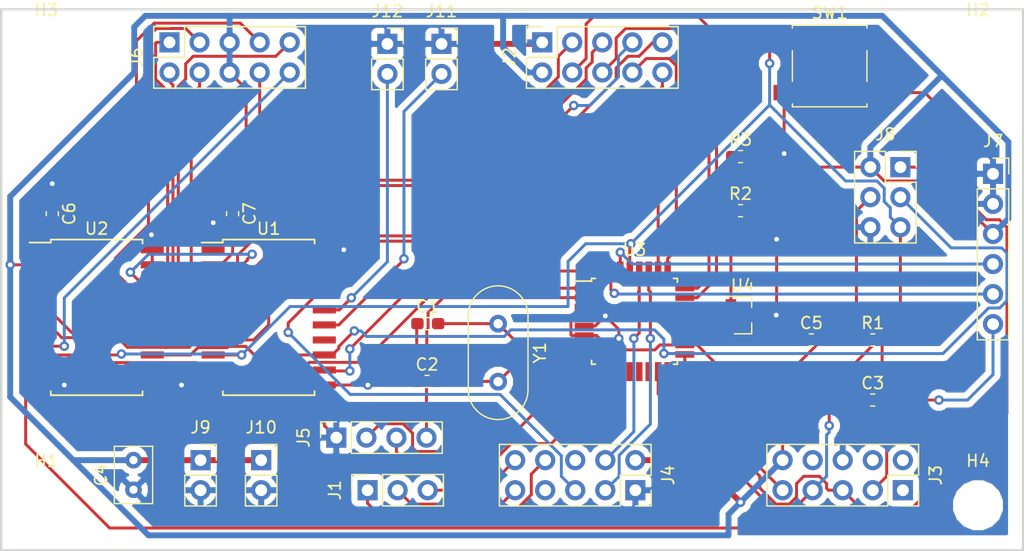
<source format=kicad_pcb>
(kicad_pcb (version 20171130) (host pcbnew "(5.0.1-3-g963ef8bb5)")

  (general
    (thickness 1.6)
    (drawings 5)
    (tracks 503)
    (zones 0)
    (modules 32)
    (nets 43)
  )

  (page A4)
  (layers
    (0 F.Cu signal)
    (31 B.Cu signal)
    (32 B.Adhes user)
    (33 F.Adhes user)
    (34 B.Paste user)
    (35 F.Paste user)
    (36 B.SilkS user)
    (37 F.SilkS user)
    (38 B.Mask user)
    (39 F.Mask user)
    (40 Dwgs.User user)
    (41 Cmts.User user)
    (42 Eco1.User user)
    (43 Eco2.User user)
    (44 Edge.Cuts user)
    (45 Margin user)
    (46 B.CrtYd user)
    (47 F.CrtYd user)
    (48 B.Fab user)
    (49 F.Fab user)
  )

  (setup
    (last_trace_width 0.25)
    (user_trace_width 0.5)
    (trace_clearance 0.2)
    (zone_clearance 0.508)
    (zone_45_only no)
    (trace_min 0.2)
    (segment_width 0.2)
    (edge_width 0.1)
    (via_size 0.8)
    (via_drill 0.4)
    (via_min_size 0.4)
    (via_min_drill 0.3)
    (uvia_size 0.3)
    (uvia_drill 0.1)
    (uvias_allowed no)
    (uvia_min_size 0.2)
    (uvia_min_drill 0.1)
    (pcb_text_width 0.3)
    (pcb_text_size 1.5 1.5)
    (mod_edge_width 0.15)
    (mod_text_size 1 1)
    (mod_text_width 0.15)
    (pad_size 1.5 1.5)
    (pad_drill 0.6)
    (pad_to_mask_clearance 0)
    (solder_mask_min_width 0.25)
    (aux_axis_origin 0 0)
    (visible_elements FFFFFF7F)
    (pcbplotparams
      (layerselection 0x010fc_ffffffff)
      (usegerberextensions false)
      (usegerberattributes false)
      (usegerberadvancedattributes false)
      (creategerberjobfile false)
      (excludeedgelayer true)
      (linewidth 0.100000)
      (plotframeref false)
      (viasonmask false)
      (mode 1)
      (useauxorigin false)
      (hpglpennumber 1)
      (hpglpenspeed 20)
      (hpglpendiameter 15.000000)
      (psnegative false)
      (psa4output false)
      (plotreference true)
      (plotvalue true)
      (plotinvisibletext false)
      (padsonsilk false)
      (subtractmaskfromsilk false)
      (outputformat 1)
      (mirror false)
      (drillshape 1)
      (scaleselection 1)
      (outputdirectory ""))
  )

  (net 0 "")
  (net 1 +5V)
  (net 2 "Net-(U1-Pad3)")
  (net 3 "Net-(U3-Pad20)")
  (net 4 GND)
  (net 5 /DRAIN0)
  (net 6 /DRAIN1)
  (net 7 /DRAIN2)
  (net 8 /DRAIN3)
  (net 9 /RESET)
  (net 10 /G)
  (net 11 /SCK)
  (net 12 /DRAIN5)
  (net 13 /DRAIN6)
  (net 14 /DRAIN7)
  (net 15 /OUT7)
  (net 16 /OUT6)
  (net 17 /OUT5)
  (net 18 /OUT4)
  (net 19 /RCK)
  (net 20 /OUT3)
  (net 21 /OUT2)
  (net 22 /OUT1)
  (net 23 /OUT0)
  (net 24 /MOSI)
  (net 25 /QEB)
  (net 26 "Net-(C1-Pad2)")
  (net 27 "Net-(C2-Pad2)")
  (net 28 /QE1)
  (net 29 /QE2)
  (net 30 /MISO)
  (net 31 /ADC0)
  (net 32 /ADC1)
  (net 33 /ADC2)
  (net 34 /ADC3)
  (net 35 "Net-(J7-Pad4)")
  (net 36 "Net-(J7-Pad5)")
  (net 37 /SDA)
  (net 38 /SCL)
  (net 39 /12v)
  (net 40 /AGND)
  (net 41 /-12v)
  (net 42 /#RTS)

  (net_class Default "This is the default net class."
    (clearance 0.2)
    (trace_width 0.25)
    (via_dia 0.8)
    (via_drill 0.4)
    (uvia_dia 0.3)
    (uvia_drill 0.1)
    (add_net +5V)
    (add_net /#RTS)
    (add_net /-12v)
    (add_net /12v)
    (add_net /ADC0)
    (add_net /ADC1)
    (add_net /ADC2)
    (add_net /ADC3)
    (add_net /AGND)
    (add_net /DRAIN0)
    (add_net /DRAIN1)
    (add_net /DRAIN2)
    (add_net /DRAIN3)
    (add_net /DRAIN5)
    (add_net /DRAIN6)
    (add_net /DRAIN7)
    (add_net /G)
    (add_net /MISO)
    (add_net /MOSI)
    (add_net /OUT0)
    (add_net /OUT1)
    (add_net /OUT2)
    (add_net /OUT3)
    (add_net /OUT4)
    (add_net /OUT5)
    (add_net /OUT6)
    (add_net /OUT7)
    (add_net /QE1)
    (add_net /QE2)
    (add_net /QEB)
    (add_net /RCK)
    (add_net /RESET)
    (add_net /SCK)
    (add_net /SCL)
    (add_net /SDA)
    (add_net GND)
    (add_net "Net-(C1-Pad2)")
    (add_net "Net-(C2-Pad2)")
    (add_net "Net-(J7-Pad4)")
    (add_net "Net-(J7-Pad5)")
    (add_net "Net-(U1-Pad3)")
    (add_net "Net-(U3-Pad20)")
  )

  (net_class Power ""
    (clearance 0.2)
    (trace_width 0.5)
    (via_dia 0.8)
    (via_drill 0.4)
    (uvia_dia 0.3)
    (uvia_drill 0.1)
  )

  (module Package_QFP:TQFP-32_7x7mm_P0.8mm (layer F.Cu) (tedit 5A02F146) (tstamp 5D1B9506)
    (at 124.64092 84.78612)
    (descr "32-Lead Plastic Thin Quad Flatpack (PT) - 7x7x1.0 mm Body, 2.00 mm [TQFP] (see Microchip Packaging Specification 00000049BS.pdf)")
    (tags "QFP 0.8")
    (path /5CD2A2C4)
    (attr smd)
    (fp_text reference U3 (at 0 -6.05) (layer F.SilkS)
      (effects (font (size 1 1) (thickness 0.15)))
    )
    (fp_text value ATmega328-AU (at 0 6.05) (layer F.Fab)
      (effects (font (size 1 1) (thickness 0.15)))
    )
    (fp_text user %R (at 0 0) (layer F.Fab)
      (effects (font (size 1 1) (thickness 0.15)))
    )
    (fp_line (start -2.5 -3.5) (end 3.5 -3.5) (layer F.Fab) (width 0.15))
    (fp_line (start 3.5 -3.5) (end 3.5 3.5) (layer F.Fab) (width 0.15))
    (fp_line (start 3.5 3.5) (end -3.5 3.5) (layer F.Fab) (width 0.15))
    (fp_line (start -3.5 3.5) (end -3.5 -2.5) (layer F.Fab) (width 0.15))
    (fp_line (start -3.5 -2.5) (end -2.5 -3.5) (layer F.Fab) (width 0.15))
    (fp_line (start -5.3 -5.3) (end -5.3 5.3) (layer F.CrtYd) (width 0.05))
    (fp_line (start 5.3 -5.3) (end 5.3 5.3) (layer F.CrtYd) (width 0.05))
    (fp_line (start -5.3 -5.3) (end 5.3 -5.3) (layer F.CrtYd) (width 0.05))
    (fp_line (start -5.3 5.3) (end 5.3 5.3) (layer F.CrtYd) (width 0.05))
    (fp_line (start -3.625 -3.625) (end -3.625 -3.4) (layer F.SilkS) (width 0.15))
    (fp_line (start 3.625 -3.625) (end 3.625 -3.3) (layer F.SilkS) (width 0.15))
    (fp_line (start 3.625 3.625) (end 3.625 3.3) (layer F.SilkS) (width 0.15))
    (fp_line (start -3.625 3.625) (end -3.625 3.3) (layer F.SilkS) (width 0.15))
    (fp_line (start -3.625 -3.625) (end -3.3 -3.625) (layer F.SilkS) (width 0.15))
    (fp_line (start -3.625 3.625) (end -3.3 3.625) (layer F.SilkS) (width 0.15))
    (fp_line (start 3.625 3.625) (end 3.3 3.625) (layer F.SilkS) (width 0.15))
    (fp_line (start 3.625 -3.625) (end 3.3 -3.625) (layer F.SilkS) (width 0.15))
    (fp_line (start -3.625 -3.4) (end -5.05 -3.4) (layer F.SilkS) (width 0.15))
    (pad 1 smd rect (at -4.25 -2.8) (size 1.6 0.55) (layers F.Cu F.Paste F.Mask)
      (net 10 /G))
    (pad 2 smd rect (at -4.25 -2) (size 1.6 0.55) (layers F.Cu F.Paste F.Mask)
      (net 25 /QEB))
    (pad 3 smd rect (at -4.25 -1.2) (size 1.6 0.55) (layers F.Cu F.Paste F.Mask)
      (net 4 GND))
    (pad 4 smd rect (at -4.25 -0.4) (size 1.6 0.55) (layers F.Cu F.Paste F.Mask)
      (net 1 +5V))
    (pad 5 smd rect (at -4.25 0.4) (size 1.6 0.55) (layers F.Cu F.Paste F.Mask)
      (net 4 GND))
    (pad 6 smd rect (at -4.25 1.2) (size 1.6 0.55) (layers F.Cu F.Paste F.Mask)
      (net 1 +5V))
    (pad 7 smd rect (at -4.25 2) (size 1.6 0.55) (layers F.Cu F.Paste F.Mask)
      (net 26 "Net-(C1-Pad2)"))
    (pad 8 smd rect (at -4.25 2.8) (size 1.6 0.55) (layers F.Cu F.Paste F.Mask)
      (net 27 "Net-(C2-Pad2)"))
    (pad 9 smd rect (at -2.8 4.25 90) (size 1.6 0.55) (layers F.Cu F.Paste F.Mask)
      (net 28 /QE1))
    (pad 10 smd rect (at -2 4.25 90) (size 1.6 0.55) (layers F.Cu F.Paste F.Mask)
      (net 29 /QE2))
    (pad 11 smd rect (at -1.2 4.25 90) (size 1.6 0.55) (layers F.Cu F.Paste F.Mask))
    (pad 12 smd rect (at -0.4 4.25 90) (size 1.6 0.55) (layers F.Cu F.Paste F.Mask))
    (pad 13 smd rect (at 0.4 4.25 90) (size 1.6 0.55) (layers F.Cu F.Paste F.Mask))
    (pad 14 smd rect (at 1.2 4.25 90) (size 1.6 0.55) (layers F.Cu F.Paste F.Mask))
    (pad 15 smd rect (at 2 4.25 90) (size 1.6 0.55) (layers F.Cu F.Paste F.Mask)
      (net 24 /MOSI))
    (pad 16 smd rect (at 2.8 4.25 90) (size 1.6 0.55) (layers F.Cu F.Paste F.Mask)
      (net 30 /MISO))
    (pad 17 smd rect (at 4.25 2.8) (size 1.6 0.55) (layers F.Cu F.Paste F.Mask)
      (net 11 /SCK))
    (pad 18 smd rect (at 4.25 2) (size 1.6 0.55) (layers F.Cu F.Paste F.Mask)
      (net 1 +5V))
    (pad 19 smd rect (at 4.25 1.2) (size 1.6 0.55) (layers F.Cu F.Paste F.Mask))
    (pad 20 smd rect (at 4.25 0.4) (size 1.6 0.55) (layers F.Cu F.Paste F.Mask)
      (net 3 "Net-(U3-Pad20)"))
    (pad 21 smd rect (at 4.25 -0.4) (size 1.6 0.55) (layers F.Cu F.Paste F.Mask)
      (net 4 GND))
    (pad 22 smd rect (at 4.25 -1.2) (size 1.6 0.55) (layers F.Cu F.Paste F.Mask))
    (pad 23 smd rect (at 4.25 -2) (size 1.6 0.55) (layers F.Cu F.Paste F.Mask)
      (net 31 /ADC0))
    (pad 24 smd rect (at 4.25 -2.8) (size 1.6 0.55) (layers F.Cu F.Paste F.Mask)
      (net 32 /ADC1))
    (pad 25 smd rect (at 2.8 -4.25 90) (size 1.6 0.55) (layers F.Cu F.Paste F.Mask)
      (net 33 /ADC2))
    (pad 26 smd rect (at 2 -4.25 90) (size 1.6 0.55) (layers F.Cu F.Paste F.Mask)
      (net 34 /ADC3))
    (pad 27 smd rect (at 1.2 -4.25 90) (size 1.6 0.55) (layers F.Cu F.Paste F.Mask)
      (net 37 /SDA))
    (pad 28 smd rect (at 0.4 -4.25 90) (size 1.6 0.55) (layers F.Cu F.Paste F.Mask)
      (net 38 /SCL))
    (pad 29 smd rect (at -0.4 -4.25 90) (size 1.6 0.55) (layers F.Cu F.Paste F.Mask)
      (net 9 /RESET))
    (pad 30 smd rect (at -1.2 -4.25 90) (size 1.6 0.55) (layers F.Cu F.Paste F.Mask)
      (net 35 "Net-(J7-Pad4)"))
    (pad 31 smd rect (at -2 -4.25 90) (size 1.6 0.55) (layers F.Cu F.Paste F.Mask)
      (net 36 "Net-(J7-Pad5)"))
    (pad 32 smd rect (at -2.8 -4.25 90) (size 1.6 0.55) (layers F.Cu F.Paste F.Mask)
      (net 19 /RCK))
    (model ${KISYS3DMOD}/Package_QFP.3dshapes/TQFP-32_7x7mm_P0.8mm.wrl
      (at (xyz 0 0 0))
      (scale (xyz 1 1 1))
      (rotate (xyz 0 0 0))
    )
  )

  (module Connector_PinSocket_2.54mm:PinSocket_2x05_P2.54mm_Vertical (layer F.Cu) (tedit 5A19A42B) (tstamp 5D3F3E39)
    (at 116.84 61.214 90)
    (descr "Through hole straight socket strip, 2x05, 2.54mm pitch, double cols (from Kicad 4.0.7), script generated")
    (tags "Through hole socket strip THT 2x05 2.54mm double row")
    (path /5CD4C059)
    (fp_text reference J2 (at -1.27 -2.77 90) (layer F.SilkS)
      (effects (font (size 1 1) (thickness 0.15)))
    )
    (fp_text value Channels (at -1.27 12.93 90) (layer F.Fab)
      (effects (font (size 1 1) (thickness 0.15)))
    )
    (fp_line (start -3.81 -1.27) (end 0.27 -1.27) (layer F.Fab) (width 0.1))
    (fp_line (start 0.27 -1.27) (end 1.27 -0.27) (layer F.Fab) (width 0.1))
    (fp_line (start 1.27 -0.27) (end 1.27 11.43) (layer F.Fab) (width 0.1))
    (fp_line (start 1.27 11.43) (end -3.81 11.43) (layer F.Fab) (width 0.1))
    (fp_line (start -3.81 11.43) (end -3.81 -1.27) (layer F.Fab) (width 0.1))
    (fp_line (start -3.87 -1.33) (end -1.27 -1.33) (layer F.SilkS) (width 0.12))
    (fp_line (start -3.87 -1.33) (end -3.87 11.49) (layer F.SilkS) (width 0.12))
    (fp_line (start -3.87 11.49) (end 1.33 11.49) (layer F.SilkS) (width 0.12))
    (fp_line (start 1.33 1.27) (end 1.33 11.49) (layer F.SilkS) (width 0.12))
    (fp_line (start -1.27 1.27) (end 1.33 1.27) (layer F.SilkS) (width 0.12))
    (fp_line (start -1.27 -1.33) (end -1.27 1.27) (layer F.SilkS) (width 0.12))
    (fp_line (start 1.33 -1.33) (end 1.33 0) (layer F.SilkS) (width 0.12))
    (fp_line (start 0 -1.33) (end 1.33 -1.33) (layer F.SilkS) (width 0.12))
    (fp_line (start -4.34 -1.8) (end 1.76 -1.8) (layer F.CrtYd) (width 0.05))
    (fp_line (start 1.76 -1.8) (end 1.76 11.9) (layer F.CrtYd) (width 0.05))
    (fp_line (start 1.76 11.9) (end -4.34 11.9) (layer F.CrtYd) (width 0.05))
    (fp_line (start -4.34 11.9) (end -4.34 -1.8) (layer F.CrtYd) (width 0.05))
    (fp_text user %R (at -1.27 5.08 180) (layer F.Fab)
      (effects (font (size 1 1) (thickness 0.15)))
    )
    (pad 1 thru_hole rect (at 0 0 90) (size 1.7 1.7) (drill 1) (layers *.Cu *.Mask)
      (net 4 GND))
    (pad 2 thru_hole oval (at -2.54 0 90) (size 1.7 1.7) (drill 1) (layers *.Cu *.Mask)
      (net 1 +5V))
    (pad 3 thru_hole oval (at 0 2.54 90) (size 1.7 1.7) (drill 1) (layers *.Cu *.Mask)
      (net 5 /DRAIN0))
    (pad 4 thru_hole oval (at -2.54 2.54 90) (size 1.7 1.7) (drill 1) (layers *.Cu *.Mask)
      (net 31 /ADC0))
    (pad 5 thru_hole oval (at 0 5.08 90) (size 1.7 1.7) (drill 1) (layers *.Cu *.Mask)
      (net 6 /DRAIN1))
    (pad 6 thru_hole oval (at -2.54 5.08 90) (size 1.7 1.7) (drill 1) (layers *.Cu *.Mask)
      (net 32 /ADC1))
    (pad 7 thru_hole oval (at 0 7.62 90) (size 1.7 1.7) (drill 1) (layers *.Cu *.Mask)
      (net 7 /DRAIN2))
    (pad 8 thru_hole oval (at -2.54 7.62 90) (size 1.7 1.7) (drill 1) (layers *.Cu *.Mask)
      (net 33 /ADC2))
    (pad 9 thru_hole oval (at 0 10.16 90) (size 1.7 1.7) (drill 1) (layers *.Cu *.Mask)
      (net 8 /DRAIN3))
    (pad 10 thru_hole oval (at -2.54 10.16 90) (size 1.7 1.7) (drill 1) (layers *.Cu *.Mask)
      (net 34 /ADC3))
    (model ${KISYS3DMOD}/Connector_PinSocket_2.54mm.3dshapes/PinSocket_2x05_P2.54mm_Vertical.wrl
      (at (xyz 0 0 0))
      (scale (xyz 1 1 1))
      (rotate (xyz 0 0 0))
    )
  )

  (module Resistor_SMD:R_0603_1608Metric (layer F.Cu) (tedit 5B301BBD) (tstamp 5D277879)
    (at 133.604 70.866)
    (descr "Resistor SMD 0603 (1608 Metric), square (rectangular) end terminal, IPC_7351 nominal, (Body size source: http://www.tortai-tech.com/upload/download/2011102023233369053.pdf), generated with kicad-footprint-generator")
    (tags resistor)
    (path /5CD70892)
    (attr smd)
    (fp_text reference R3 (at 0 -1.43) (layer F.SilkS)
      (effects (font (size 1 1) (thickness 0.15)))
    )
    (fp_text value 4k7 (at 0 1.43) (layer F.Fab)
      (effects (font (size 1 1) (thickness 0.15)))
    )
    (fp_line (start -0.8 0.4) (end -0.8 -0.4) (layer F.Fab) (width 0.1))
    (fp_line (start -0.8 -0.4) (end 0.8 -0.4) (layer F.Fab) (width 0.1))
    (fp_line (start 0.8 -0.4) (end 0.8 0.4) (layer F.Fab) (width 0.1))
    (fp_line (start 0.8 0.4) (end -0.8 0.4) (layer F.Fab) (width 0.1))
    (fp_line (start -0.162779 -0.51) (end 0.162779 -0.51) (layer F.SilkS) (width 0.12))
    (fp_line (start -0.162779 0.51) (end 0.162779 0.51) (layer F.SilkS) (width 0.12))
    (fp_line (start -1.48 0.73) (end -1.48 -0.73) (layer F.CrtYd) (width 0.05))
    (fp_line (start -1.48 -0.73) (end 1.48 -0.73) (layer F.CrtYd) (width 0.05))
    (fp_line (start 1.48 -0.73) (end 1.48 0.73) (layer F.CrtYd) (width 0.05))
    (fp_line (start 1.48 0.73) (end -1.48 0.73) (layer F.CrtYd) (width 0.05))
    (fp_text user %R (at 0 0) (layer F.Fab)
      (effects (font (size 0.4 0.4) (thickness 0.06)))
    )
    (pad 1 smd roundrect (at -0.7875 0) (size 0.875 0.95) (layers F.Cu F.Paste F.Mask) (roundrect_rratio 0.25)
      (net 1 +5V))
    (pad 2 smd roundrect (at 0.7875 0) (size 0.875 0.95) (layers F.Cu F.Paste F.Mask) (roundrect_rratio 0.25))
    (model ${KISYS3DMOD}/Resistor_SMD.3dshapes/R_0603_1608Metric.wrl
      (at (xyz 0 0 0))
      (scale (xyz 1 1 1))
      (rotate (xyz 0 0 0))
    )
  )

  (module Connector_PinSocket_2.54mm:PinSocket_1x02_P2.54mm_Vertical (layer F.Cu) (tedit 5A19A420) (tstamp 5D3F111D)
    (at 103.759 61.341)
    (descr "Through hole straight socket strip, 1x02, 2.54mm pitch, single row (from Kicad 4.0.7), script generated")
    (tags "Through hole socket strip THT 1x02 2.54mm single row")
    (path /5CD92E8C)
    (fp_text reference J12 (at 0 -2.77) (layer F.SilkS)
      (effects (font (size 1 1) (thickness 0.15)))
    )
    (fp_text value r2 (at 0 5.31) (layer F.Fab)
      (effects (font (size 1 1) (thickness 0.15)))
    )
    (fp_text user %R (at 0 1.27 90) (layer F.Fab)
      (effects (font (size 1 1) (thickness 0.15)))
    )
    (fp_line (start -1.8 4.3) (end -1.8 -1.8) (layer F.CrtYd) (width 0.05))
    (fp_line (start 1.75 4.3) (end -1.8 4.3) (layer F.CrtYd) (width 0.05))
    (fp_line (start 1.75 -1.8) (end 1.75 4.3) (layer F.CrtYd) (width 0.05))
    (fp_line (start -1.8 -1.8) (end 1.75 -1.8) (layer F.CrtYd) (width 0.05))
    (fp_line (start 0 -1.33) (end 1.33 -1.33) (layer F.SilkS) (width 0.12))
    (fp_line (start 1.33 -1.33) (end 1.33 0) (layer F.SilkS) (width 0.12))
    (fp_line (start 1.33 1.27) (end 1.33 3.87) (layer F.SilkS) (width 0.12))
    (fp_line (start -1.33 3.87) (end 1.33 3.87) (layer F.SilkS) (width 0.12))
    (fp_line (start -1.33 1.27) (end -1.33 3.87) (layer F.SilkS) (width 0.12))
    (fp_line (start -1.33 1.27) (end 1.33 1.27) (layer F.SilkS) (width 0.12))
    (fp_line (start -1.27 3.81) (end -1.27 -1.27) (layer F.Fab) (width 0.1))
    (fp_line (start 1.27 3.81) (end -1.27 3.81) (layer F.Fab) (width 0.1))
    (fp_line (start 1.27 -0.635) (end 1.27 3.81) (layer F.Fab) (width 0.1))
    (fp_line (start 0.635 -1.27) (end 1.27 -0.635) (layer F.Fab) (width 0.1))
    (fp_line (start -1.27 -1.27) (end 0.635 -1.27) (layer F.Fab) (width 0.1))
    (pad 2 thru_hole oval (at 0 2.54) (size 1.7 1.7) (drill 1) (layers *.Cu *.Mask)
      (net 13 /DRAIN6))
    (pad 1 thru_hole rect (at 0 0) (size 1.7 1.7) (drill 1) (layers *.Cu *.Mask)
      (net 4 GND))
    (model ${KISYS3DMOD}/Connector_PinSocket_2.54mm.3dshapes/PinSocket_1x02_P2.54mm_Vertical.wrl
      (at (xyz 0 0 0))
      (scale (xyz 1 1 1))
      (rotate (xyz 0 0 0))
    )
  )

  (module Connector_PinSocket_2.54mm:PinSocket_1x02_P2.54mm_Vertical (layer F.Cu) (tedit 5A19A420) (tstamp 5D3F5ADA)
    (at 108.331 61.341)
    (descr "Through hole straight socket strip, 1x02, 2.54mm pitch, single row (from Kicad 4.0.7), script generated")
    (tags "Through hole socket strip THT 1x02 2.54mm single row")
    (path /5CD919E8)
    (fp_text reference J11 (at 0 -2.77) (layer F.SilkS)
      (effects (font (size 1 1) (thickness 0.15)))
    )
    (fp_text value r1 (at 0 5.31) (layer F.Fab)
      (effects (font (size 1 1) (thickness 0.15)))
    )
    (fp_line (start -1.27 -1.27) (end 0.635 -1.27) (layer F.Fab) (width 0.1))
    (fp_line (start 0.635 -1.27) (end 1.27 -0.635) (layer F.Fab) (width 0.1))
    (fp_line (start 1.27 -0.635) (end 1.27 3.81) (layer F.Fab) (width 0.1))
    (fp_line (start 1.27 3.81) (end -1.27 3.81) (layer F.Fab) (width 0.1))
    (fp_line (start -1.27 3.81) (end -1.27 -1.27) (layer F.Fab) (width 0.1))
    (fp_line (start -1.33 1.27) (end 1.33 1.27) (layer F.SilkS) (width 0.12))
    (fp_line (start -1.33 1.27) (end -1.33 3.87) (layer F.SilkS) (width 0.12))
    (fp_line (start -1.33 3.87) (end 1.33 3.87) (layer F.SilkS) (width 0.12))
    (fp_line (start 1.33 1.27) (end 1.33 3.87) (layer F.SilkS) (width 0.12))
    (fp_line (start 1.33 -1.33) (end 1.33 0) (layer F.SilkS) (width 0.12))
    (fp_line (start 0 -1.33) (end 1.33 -1.33) (layer F.SilkS) (width 0.12))
    (fp_line (start -1.8 -1.8) (end 1.75 -1.8) (layer F.CrtYd) (width 0.05))
    (fp_line (start 1.75 -1.8) (end 1.75 4.3) (layer F.CrtYd) (width 0.05))
    (fp_line (start 1.75 4.3) (end -1.8 4.3) (layer F.CrtYd) (width 0.05))
    (fp_line (start -1.8 4.3) (end -1.8 -1.8) (layer F.CrtYd) (width 0.05))
    (fp_text user %R (at 0 1.27 90) (layer F.Fab)
      (effects (font (size 1 1) (thickness 0.15)))
    )
    (pad 1 thru_hole rect (at 0 0) (size 1.7 1.7) (drill 1) (layers *.Cu *.Mask)
      (net 4 GND))
    (pad 2 thru_hole oval (at 0 2.54) (size 1.7 1.7) (drill 1) (layers *.Cu *.Mask)
      (net 12 /DRAIN5))
    (model ${KISYS3DMOD}/Connector_PinSocket_2.54mm.3dshapes/PinSocket_1x02_P2.54mm_Vertical.wrl
      (at (xyz 0 0 0))
      (scale (xyz 1 1 1))
      (rotate (xyz 0 0 0))
    )
  )

  (module Connector_PinSocket_2.54mm:PinSocket_2x03_P2.54mm_Vertical (layer F.Cu) (tedit 5A19A425) (tstamp 5D277225)
    (at 147.11172 71.755)
    (descr "Through hole straight socket strip, 2x03, 2.54mm pitch, double cols (from Kicad 4.0.7), script generated")
    (tags "Through hole socket strip THT 2x03 2.54mm double row")
    (path /5CD3728C)
    (fp_text reference J8 (at -1.27 -2.77) (layer F.SilkS)
      (effects (font (size 1 1) (thickness 0.15)))
    )
    (fp_text value AVR-ISP-6 (at -1.27 7.85) (layer F.Fab)
      (effects (font (size 1 1) (thickness 0.15)))
    )
    (fp_line (start -3.81 -1.27) (end 0.27 -1.27) (layer F.Fab) (width 0.1))
    (fp_line (start 0.27 -1.27) (end 1.27 -0.27) (layer F.Fab) (width 0.1))
    (fp_line (start 1.27 -0.27) (end 1.27 6.35) (layer F.Fab) (width 0.1))
    (fp_line (start 1.27 6.35) (end -3.81 6.35) (layer F.Fab) (width 0.1))
    (fp_line (start -3.81 6.35) (end -3.81 -1.27) (layer F.Fab) (width 0.1))
    (fp_line (start -3.87 -1.33) (end -1.27 -1.33) (layer F.SilkS) (width 0.12))
    (fp_line (start -3.87 -1.33) (end -3.87 6.41) (layer F.SilkS) (width 0.12))
    (fp_line (start -3.87 6.41) (end 1.33 6.41) (layer F.SilkS) (width 0.12))
    (fp_line (start 1.33 1.27) (end 1.33 6.41) (layer F.SilkS) (width 0.12))
    (fp_line (start -1.27 1.27) (end 1.33 1.27) (layer F.SilkS) (width 0.12))
    (fp_line (start -1.27 -1.33) (end -1.27 1.27) (layer F.SilkS) (width 0.12))
    (fp_line (start 1.33 -1.33) (end 1.33 0) (layer F.SilkS) (width 0.12))
    (fp_line (start 0 -1.33) (end 1.33 -1.33) (layer F.SilkS) (width 0.12))
    (fp_line (start -4.34 -1.8) (end 1.76 -1.8) (layer F.CrtYd) (width 0.05))
    (fp_line (start 1.76 -1.8) (end 1.76 6.85) (layer F.CrtYd) (width 0.05))
    (fp_line (start 1.76 6.85) (end -4.34 6.85) (layer F.CrtYd) (width 0.05))
    (fp_line (start -4.34 6.85) (end -4.34 -1.8) (layer F.CrtYd) (width 0.05))
    (fp_text user %R (at -1.27 2.54 90) (layer F.Fab)
      (effects (font (size 1 1) (thickness 0.15)))
    )
    (pad 1 thru_hole rect (at 0 0) (size 1.7 1.7) (drill 1) (layers *.Cu *.Mask)
      (net 30 /MISO))
    (pad 2 thru_hole oval (at -2.54 0) (size 1.7 1.7) (drill 1) (layers *.Cu *.Mask)
      (net 1 +5V))
    (pad 3 thru_hole oval (at 0 2.54) (size 1.7 1.7) (drill 1) (layers *.Cu *.Mask)
      (net 11 /SCK))
    (pad 4 thru_hole oval (at -2.54 2.54) (size 1.7 1.7) (drill 1) (layers *.Cu *.Mask)
      (net 24 /MOSI))
    (pad 5 thru_hole oval (at 0 5.08) (size 1.7 1.7) (drill 1) (layers *.Cu *.Mask)
      (net 9 /RESET))
    (pad 6 thru_hole oval (at -2.54 5.08) (size 1.7 1.7) (drill 1) (layers *.Cu *.Mask)
      (net 4 GND))
    (model ${KISYS3DMOD}/Connector_PinSocket_2.54mm.3dshapes/PinSocket_2x03_P2.54mm_Vertical.wrl
      (at (xyz 0 0 0))
      (scale (xyz 1 1 1))
      (rotate (xyz 0 0 0))
    )
  )

  (module Button_Switch_SMD:SW_SPST_B3S-1000 (layer F.Cu) (tedit 5A02FC95) (tstamp 5D276852)
    (at 141.135 63.21)
    (descr "Surface Mount Tactile Switch for High-Density Packaging")
    (tags "Tactile Switch")
    (path /5CD329A1)
    (attr smd)
    (fp_text reference SW1 (at 0 -4.5) (layer F.SilkS)
      (effects (font (size 1 1) (thickness 0.15)))
    )
    (fp_text value SW_DIP_x01 (at 0 4.5) (layer F.Fab)
      (effects (font (size 1 1) (thickness 0.15)))
    )
    (fp_text user %R (at 0 -4.5) (layer F.Fab)
      (effects (font (size 1 1) (thickness 0.15)))
    )
    (fp_line (start -5 3.7) (end 5 3.7) (layer F.CrtYd) (width 0.05))
    (fp_line (start 5 3.7) (end 5 -3.7) (layer F.CrtYd) (width 0.05))
    (fp_line (start 5 -3.7) (end -5 -3.7) (layer F.CrtYd) (width 0.05))
    (fp_line (start -5 -3.7) (end -5 3.7) (layer F.CrtYd) (width 0.05))
    (fp_line (start -3.15 -3.2) (end -3.15 -3.45) (layer F.SilkS) (width 0.12))
    (fp_line (start -3.15 -3.45) (end 3.15 -3.45) (layer F.SilkS) (width 0.12))
    (fp_line (start 3.15 -3.45) (end 3.15 -3.2) (layer F.SilkS) (width 0.12))
    (fp_line (start -3.15 1.3) (end -3.15 -1.3) (layer F.SilkS) (width 0.12))
    (fp_line (start 3.15 3.2) (end 3.15 3.45) (layer F.SilkS) (width 0.12))
    (fp_line (start 3.15 3.45) (end -3.15 3.45) (layer F.SilkS) (width 0.12))
    (fp_line (start -3.15 3.45) (end -3.15 3.2) (layer F.SilkS) (width 0.12))
    (fp_line (start 3.15 -1.3) (end 3.15 1.3) (layer F.SilkS) (width 0.12))
    (fp_circle (center 0 0) (end 1.65 0) (layer F.Fab) (width 0.1))
    (fp_line (start -3 -3.3) (end 3 -3.3) (layer F.Fab) (width 0.1))
    (fp_line (start 3 -3.3) (end 3 3.3) (layer F.Fab) (width 0.1))
    (fp_line (start 3 3.3) (end -3 3.3) (layer F.Fab) (width 0.1))
    (fp_line (start -3 3.3) (end -3 -3.3) (layer F.Fab) (width 0.1))
    (pad 1 smd rect (at -3.975 -2.25) (size 1.55 1.3) (layers F.Cu F.Paste F.Mask)
      (net 9 /RESET))
    (pad 1 smd rect (at 3.975 -2.25) (size 1.55 1.3) (layers F.Cu F.Paste F.Mask)
      (net 9 /RESET))
    (pad 2 smd rect (at -3.975 2.25) (size 1.55 1.3) (layers F.Cu F.Paste F.Mask)
      (net 4 GND))
    (pad 2 smd rect (at 3.975 2.25) (size 1.55 1.3) (layers F.Cu F.Paste F.Mask)
      (net 4 GND))
    (model ${KISYS3DMOD}/Button_Switch_SMD.3dshapes/SW_SPST_B3S-1000.wrl
      (at (xyz 0 0 0))
      (scale (xyz 1 1 1))
      (rotate (xyz 0 0 0))
    )
  )

  (module Capacitor_SMD:C_0603_1608Metric_Pad1.05x0.95mm_HandSolder (layer F.Cu) (tedit 5B301BBE) (tstamp 5D278054)
    (at 139.58824 86.36)
    (descr "Capacitor SMD 0603 (1608 Metric), square (rectangular) end terminal, IPC_7351 nominal with elongated pad for handsoldering. (Body size source: http://www.tortai-tech.com/upload/download/2011102023233369053.pdf), generated with kicad-footprint-generator")
    (tags "capacitor handsolder")
    (path /5CD3B020)
    (attr smd)
    (fp_text reference C5 (at 0 -1.43) (layer F.SilkS)
      (effects (font (size 1 1) (thickness 0.15)))
    )
    (fp_text value 100nF (at 0 1.43) (layer F.Fab)
      (effects (font (size 1 1) (thickness 0.15)))
    )
    (fp_text user %R (at 0 0) (layer F.Fab)
      (effects (font (size 0.4 0.4) (thickness 0.06)))
    )
    (fp_line (start 1.65 0.73) (end -1.65 0.73) (layer F.CrtYd) (width 0.05))
    (fp_line (start 1.65 -0.73) (end 1.65 0.73) (layer F.CrtYd) (width 0.05))
    (fp_line (start -1.65 -0.73) (end 1.65 -0.73) (layer F.CrtYd) (width 0.05))
    (fp_line (start -1.65 0.73) (end -1.65 -0.73) (layer F.CrtYd) (width 0.05))
    (fp_line (start -0.171267 0.51) (end 0.171267 0.51) (layer F.SilkS) (width 0.12))
    (fp_line (start -0.171267 -0.51) (end 0.171267 -0.51) (layer F.SilkS) (width 0.12))
    (fp_line (start 0.8 0.4) (end -0.8 0.4) (layer F.Fab) (width 0.1))
    (fp_line (start 0.8 -0.4) (end 0.8 0.4) (layer F.Fab) (width 0.1))
    (fp_line (start -0.8 -0.4) (end 0.8 -0.4) (layer F.Fab) (width 0.1))
    (fp_line (start -0.8 0.4) (end -0.8 -0.4) (layer F.Fab) (width 0.1))
    (pad 2 smd roundrect (at 0.875 0) (size 1.05 0.95) (layers F.Cu F.Paste F.Mask) (roundrect_rratio 0.25)
      (net 1 +5V))
    (pad 1 smd roundrect (at -0.875 0) (size 1.05 0.95) (layers F.Cu F.Paste F.Mask) (roundrect_rratio 0.25)
      (net 4 GND))
    (model ${KISYS3DMOD}/Capacitor_SMD.3dshapes/C_0603_1608Metric.wrl
      (at (xyz 0 0 0))
      (scale (xyz 1 1 1))
      (rotate (xyz 0 0 0))
    )
  )

  (module Capacitor_SMD:C_0603_1608Metric_Pad1.05x0.95mm_HandSolder (layer F.Cu) (tedit 5B301BBE) (tstamp 5D278138)
    (at 144.78 91.44)
    (descr "Capacitor SMD 0603 (1608 Metric), square (rectangular) end terminal, IPC_7351 nominal with elongated pad for handsoldering. (Body size source: http://www.tortai-tech.com/upload/download/2011102023233369053.pdf), generated with kicad-footprint-generator")
    (tags "capacitor handsolder")
    (path /5CD343C5)
    (attr smd)
    (fp_text reference C3 (at 0 -1.43) (layer F.SilkS)
      (effects (font (size 1 1) (thickness 0.15)))
    )
    (fp_text value 100nF (at 0 1.43) (layer F.Fab)
      (effects (font (size 1 1) (thickness 0.15)))
    )
    (fp_line (start -0.8 0.4) (end -0.8 -0.4) (layer F.Fab) (width 0.1))
    (fp_line (start -0.8 -0.4) (end 0.8 -0.4) (layer F.Fab) (width 0.1))
    (fp_line (start 0.8 -0.4) (end 0.8 0.4) (layer F.Fab) (width 0.1))
    (fp_line (start 0.8 0.4) (end -0.8 0.4) (layer F.Fab) (width 0.1))
    (fp_line (start -0.171267 -0.51) (end 0.171267 -0.51) (layer F.SilkS) (width 0.12))
    (fp_line (start -0.171267 0.51) (end 0.171267 0.51) (layer F.SilkS) (width 0.12))
    (fp_line (start -1.65 0.73) (end -1.65 -0.73) (layer F.CrtYd) (width 0.05))
    (fp_line (start -1.65 -0.73) (end 1.65 -0.73) (layer F.CrtYd) (width 0.05))
    (fp_line (start 1.65 -0.73) (end 1.65 0.73) (layer F.CrtYd) (width 0.05))
    (fp_line (start 1.65 0.73) (end -1.65 0.73) (layer F.CrtYd) (width 0.05))
    (fp_text user %R (at 0.04064 0.36576) (layer F.Fab)
      (effects (font (size 0.4 0.4) (thickness 0.06)))
    )
    (pad 1 smd roundrect (at -0.875 0) (size 1.05 0.95) (layers F.Cu F.Paste F.Mask) (roundrect_rratio 0.25)
      (net 9 /RESET))
    (pad 2 smd roundrect (at 0.875 0) (size 1.05 0.95) (layers F.Cu F.Paste F.Mask) (roundrect_rratio 0.25)
      (net 42 /#RTS))
    (model ${KISYS3DMOD}/Capacitor_SMD.3dshapes/C_0603_1608Metric.wrl
      (at (xyz 0 0 0))
      (scale (xyz 1 1 1))
      (rotate (xyz 0 0 0))
    )
  )

  (module Capacitor_SMD:C_0603_1608Metric_Pad1.05x0.95mm_HandSolder (layer F.Cu) (tedit 5B301BBE) (tstamp 5D277DE1)
    (at 107.1118 89.8652)
    (descr "Capacitor SMD 0603 (1608 Metric), square (rectangular) end terminal, IPC_7351 nominal with elongated pad for handsoldering. (Body size source: http://www.tortai-tech.com/upload/download/2011102023233369053.pdf), generated with kicad-footprint-generator")
    (tags "capacitor handsolder")
    (path /5CD2DFEF)
    (attr smd)
    (fp_text reference C2 (at 0 -1.43) (layer F.SilkS)
      (effects (font (size 1 1) (thickness 0.15)))
    )
    (fp_text value 22pF (at 0 1.43) (layer F.Fab)
      (effects (font (size 1 1) (thickness 0.15)))
    )
    (fp_text user %R (at 0 0) (layer F.Fab)
      (effects (font (size 0.4 0.4) (thickness 0.06)))
    )
    (fp_line (start 1.65 0.73) (end -1.65 0.73) (layer F.CrtYd) (width 0.05))
    (fp_line (start 1.65 -0.73) (end 1.65 0.73) (layer F.CrtYd) (width 0.05))
    (fp_line (start -1.65 -0.73) (end 1.65 -0.73) (layer F.CrtYd) (width 0.05))
    (fp_line (start -1.65 0.73) (end -1.65 -0.73) (layer F.CrtYd) (width 0.05))
    (fp_line (start -0.171267 0.51) (end 0.171267 0.51) (layer F.SilkS) (width 0.12))
    (fp_line (start -0.171267 -0.51) (end 0.171267 -0.51) (layer F.SilkS) (width 0.12))
    (fp_line (start 0.8 0.4) (end -0.8 0.4) (layer F.Fab) (width 0.1))
    (fp_line (start 0.8 -0.4) (end 0.8 0.4) (layer F.Fab) (width 0.1))
    (fp_line (start -0.8 -0.4) (end 0.8 -0.4) (layer F.Fab) (width 0.1))
    (fp_line (start -0.8 0.4) (end -0.8 -0.4) (layer F.Fab) (width 0.1))
    (pad 2 smd roundrect (at 0.875 0) (size 1.05 0.95) (layers F.Cu F.Paste F.Mask) (roundrect_rratio 0.25)
      (net 27 "Net-(C2-Pad2)"))
    (pad 1 smd roundrect (at -0.875 0) (size 1.05 0.95) (layers F.Cu F.Paste F.Mask) (roundrect_rratio 0.25)
      (net 4 GND))
    (model ${KISYS3DMOD}/Capacitor_SMD.3dshapes/C_0603_1608Metric.wrl
      (at (xyz 0 0 0))
      (scale (xyz 1 1 1))
      (rotate (xyz 0 0 0))
    )
  )

  (module Capacitor_SMD:C_0603_1608Metric_Pad1.05x0.95mm_HandSolder (layer F.Cu) (tedit 5B301BBE) (tstamp 5D277849)
    (at 107.17276 84.98332)
    (descr "Capacitor SMD 0603 (1608 Metric), square (rectangular) end terminal, IPC_7351 nominal with elongated pad for handsoldering. (Body size source: http://www.tortai-tech.com/upload/download/2011102023233369053.pdf), generated with kicad-footprint-generator")
    (tags "capacitor handsolder")
    (path /5CD2DA03)
    (attr smd)
    (fp_text reference C1 (at 0 -1.43) (layer F.SilkS)
      (effects (font (size 1 1) (thickness 0.15)))
    )
    (fp_text value 22pF (at 0 1.43) (layer F.Fab)
      (effects (font (size 1 1) (thickness 0.15)))
    )
    (fp_line (start -0.8 0.4) (end -0.8 -0.4) (layer F.Fab) (width 0.1))
    (fp_line (start -0.8 -0.4) (end 0.8 -0.4) (layer F.Fab) (width 0.1))
    (fp_line (start 0.8 -0.4) (end 0.8 0.4) (layer F.Fab) (width 0.1))
    (fp_line (start 0.8 0.4) (end -0.8 0.4) (layer F.Fab) (width 0.1))
    (fp_line (start -0.171267 -0.51) (end 0.171267 -0.51) (layer F.SilkS) (width 0.12))
    (fp_line (start -0.171267 0.51) (end 0.171267 0.51) (layer F.SilkS) (width 0.12))
    (fp_line (start -1.65 0.73) (end -1.65 -0.73) (layer F.CrtYd) (width 0.05))
    (fp_line (start -1.65 -0.73) (end 1.65 -0.73) (layer F.CrtYd) (width 0.05))
    (fp_line (start 1.65 -0.73) (end 1.65 0.73) (layer F.CrtYd) (width 0.05))
    (fp_line (start 1.65 0.73) (end -1.65 0.73) (layer F.CrtYd) (width 0.05))
    (fp_text user %R (at 0 0) (layer F.Fab)
      (effects (font (size 0.4 0.4) (thickness 0.06)))
    )
    (pad 1 smd roundrect (at -0.875 0) (size 1.05 0.95) (layers F.Cu F.Paste F.Mask) (roundrect_rratio 0.25)
      (net 4 GND))
    (pad 2 smd roundrect (at 0.875 0) (size 1.05 0.95) (layers F.Cu F.Paste F.Mask) (roundrect_rratio 0.25)
      (net 26 "Net-(C1-Pad2)"))
    (model ${KISYS3DMOD}/Capacitor_SMD.3dshapes/C_0603_1608Metric.wrl
      (at (xyz 0 0 0))
      (scale (xyz 1 1 1))
      (rotate (xyz 0 0 0))
    )
  )

  (module Capacitor_THT:C_Rect_L4.6mm_W3.0mm_P2.50mm_MKS02_FKP02 (layer F.Cu) (tedit 5AE50EF0) (tstamp 5D277F5E)
    (at 82.30108 99.02 90)
    (descr "C, Rect series, Radial, pin pitch=2.50mm, , length*width=4.6*3.0mm^2, Capacitor, http://www.wima.de/DE/WIMA_MKS_02.pdf")
    (tags "C Rect series Radial pin pitch 2.50mm  length 4.6mm width 3.0mm Capacitor")
    (path /5CD3B3AD)
    (fp_text reference C4 (at 1.25 -2.75 90) (layer F.SilkS)
      (effects (font (size 1 1) (thickness 0.15)))
    )
    (fp_text value 1u (at 1.25 2.75 90) (layer F.Fab)
      (effects (font (size 1 1) (thickness 0.15)))
    )
    (fp_line (start -1.05 -1.5) (end -1.05 1.5) (layer F.Fab) (width 0.1))
    (fp_line (start -1.05 1.5) (end 3.55 1.5) (layer F.Fab) (width 0.1))
    (fp_line (start 3.55 1.5) (end 3.55 -1.5) (layer F.Fab) (width 0.1))
    (fp_line (start 3.55 -1.5) (end -1.05 -1.5) (layer F.Fab) (width 0.1))
    (fp_line (start -1.17 -1.62) (end 3.67 -1.62) (layer F.SilkS) (width 0.12))
    (fp_line (start -1.17 1.62) (end 3.67 1.62) (layer F.SilkS) (width 0.12))
    (fp_line (start -1.17 -1.62) (end -1.17 1.62) (layer F.SilkS) (width 0.12))
    (fp_line (start 3.67 -1.62) (end 3.67 1.62) (layer F.SilkS) (width 0.12))
    (fp_line (start -1.3 -1.75) (end -1.3 1.75) (layer F.CrtYd) (width 0.05))
    (fp_line (start -1.3 1.75) (end 3.8 1.75) (layer F.CrtYd) (width 0.05))
    (fp_line (start 3.8 1.75) (end 3.8 -1.75) (layer F.CrtYd) (width 0.05))
    (fp_line (start 3.8 -1.75) (end -1.3 -1.75) (layer F.CrtYd) (width 0.05))
    (fp_text user %R (at 1.25 0 90) (layer F.Fab)
      (effects (font (size 0.92 0.92) (thickness 0.138)))
    )
    (pad 1 thru_hole circle (at 0 0 90) (size 1.4 1.4) (drill 0.7) (layers *.Cu *.Mask)
      (net 4 GND))
    (pad 2 thru_hole circle (at 2.5 0 90) (size 1.4 1.4) (drill 0.7) (layers *.Cu *.Mask)
      (net 1 +5V))
    (model ${KISYS3DMOD}/Capacitor_THT.3dshapes/C_Rect_L4.6mm_W3.0mm_P2.50mm_MKS02_FKP02.wrl
      (at (xyz 0 0 0))
      (scale (xyz 1 1 1))
      (rotate (xyz 0 0 0))
    )
  )

  (module Connector_PinSocket_2.54mm:PinSocket_1x02_P2.54mm_Vertical (layer F.Cu) (tedit 5A19A420) (tstamp 5D277ED9)
    (at 93.091 96.52)
    (descr "Through hole straight socket strip, 1x02, 2.54mm pitch, single row (from Kicad 4.0.7), script generated")
    (tags "Through hole socket strip THT 1x02 2.54mm single row")
    (path /5CD395DE)
    (fp_text reference J10 (at 0 -2.77) (layer F.SilkS)
      (effects (font (size 1 1) (thickness 0.15)))
    )
    (fp_text value PWR2 (at 0 5.31) (layer F.Fab)
      (effects (font (size 1 1) (thickness 0.15)))
    )
    (fp_text user %R (at 0 1.27 90) (layer F.Fab)
      (effects (font (size 1 1) (thickness 0.15)))
    )
    (fp_line (start -1.8 4.3) (end -1.8 -1.8) (layer F.CrtYd) (width 0.05))
    (fp_line (start 1.75 4.3) (end -1.8 4.3) (layer F.CrtYd) (width 0.05))
    (fp_line (start 1.75 -1.8) (end 1.75 4.3) (layer F.CrtYd) (width 0.05))
    (fp_line (start -1.8 -1.8) (end 1.75 -1.8) (layer F.CrtYd) (width 0.05))
    (fp_line (start 0 -1.33) (end 1.33 -1.33) (layer F.SilkS) (width 0.12))
    (fp_line (start 1.33 -1.33) (end 1.33 0) (layer F.SilkS) (width 0.12))
    (fp_line (start 1.33 1.27) (end 1.33 3.87) (layer F.SilkS) (width 0.12))
    (fp_line (start -1.33 3.87) (end 1.33 3.87) (layer F.SilkS) (width 0.12))
    (fp_line (start -1.33 1.27) (end -1.33 3.87) (layer F.SilkS) (width 0.12))
    (fp_line (start -1.33 1.27) (end 1.33 1.27) (layer F.SilkS) (width 0.12))
    (fp_line (start -1.27 3.81) (end -1.27 -1.27) (layer F.Fab) (width 0.1))
    (fp_line (start 1.27 3.81) (end -1.27 3.81) (layer F.Fab) (width 0.1))
    (fp_line (start 1.27 -0.635) (end 1.27 3.81) (layer F.Fab) (width 0.1))
    (fp_line (start 0.635 -1.27) (end 1.27 -0.635) (layer F.Fab) (width 0.1))
    (fp_line (start -1.27 -1.27) (end 0.635 -1.27) (layer F.Fab) (width 0.1))
    (pad 2 thru_hole oval (at 0 2.54) (size 1.7 1.7) (drill 1) (layers *.Cu *.Mask)
      (net 4 GND))
    (pad 1 thru_hole rect (at 0 0) (size 1.7 1.7) (drill 1) (layers *.Cu *.Mask)
      (net 1 +5V))
    (model ${KISYS3DMOD}/Connector_PinSocket_2.54mm.3dshapes/PinSocket_1x02_P2.54mm_Vertical.wrl
      (at (xyz 0 0 0))
      (scale (xyz 1 1 1))
      (rotate (xyz 0 0 0))
    )
  )

  (module Connector_PinSocket_2.54mm:PinSocket_1x02_P2.54mm_Vertical (layer F.Cu) (tedit 5A19A420) (tstamp 5D2767A7)
    (at 87.97036 96.52)
    (descr "Through hole straight socket strip, 1x02, 2.54mm pitch, single row (from Kicad 4.0.7), script generated")
    (tags "Through hole socket strip THT 1x02 2.54mm single row")
    (path /5CD38E5F)
    (fp_text reference J9 (at 0 -2.77) (layer F.SilkS)
      (effects (font (size 1 1) (thickness 0.15)))
    )
    (fp_text value PWR1 (at 0 5.31) (layer F.Fab)
      (effects (font (size 1 1) (thickness 0.15)))
    )
    (fp_line (start -1.27 -1.27) (end 0.635 -1.27) (layer F.Fab) (width 0.1))
    (fp_line (start 0.635 -1.27) (end 1.27 -0.635) (layer F.Fab) (width 0.1))
    (fp_line (start 1.27 -0.635) (end 1.27 3.81) (layer F.Fab) (width 0.1))
    (fp_line (start 1.27 3.81) (end -1.27 3.81) (layer F.Fab) (width 0.1))
    (fp_line (start -1.27 3.81) (end -1.27 -1.27) (layer F.Fab) (width 0.1))
    (fp_line (start -1.33 1.27) (end 1.33 1.27) (layer F.SilkS) (width 0.12))
    (fp_line (start -1.33 1.27) (end -1.33 3.87) (layer F.SilkS) (width 0.12))
    (fp_line (start -1.33 3.87) (end 1.33 3.87) (layer F.SilkS) (width 0.12))
    (fp_line (start 1.33 1.27) (end 1.33 3.87) (layer F.SilkS) (width 0.12))
    (fp_line (start 1.33 -1.33) (end 1.33 0) (layer F.SilkS) (width 0.12))
    (fp_line (start 0 -1.33) (end 1.33 -1.33) (layer F.SilkS) (width 0.12))
    (fp_line (start -1.8 -1.8) (end 1.75 -1.8) (layer F.CrtYd) (width 0.05))
    (fp_line (start 1.75 -1.8) (end 1.75 4.3) (layer F.CrtYd) (width 0.05))
    (fp_line (start 1.75 4.3) (end -1.8 4.3) (layer F.CrtYd) (width 0.05))
    (fp_line (start -1.8 4.3) (end -1.8 -1.8) (layer F.CrtYd) (width 0.05))
    (fp_text user %R (at 0 1.27 90) (layer F.Fab)
      (effects (font (size 1 1) (thickness 0.15)))
    )
    (pad 1 thru_hole rect (at 0 0) (size 1.7 1.7) (drill 1) (layers *.Cu *.Mask)
      (net 1 +5V))
    (pad 2 thru_hole oval (at 0 2.54) (size 1.7 1.7) (drill 1) (layers *.Cu *.Mask)
      (net 4 GND))
    (model ${KISYS3DMOD}/Connector_PinSocket_2.54mm.3dshapes/PinSocket_1x02_P2.54mm_Vertical.wrl
      (at (xyz 0 0 0))
      (scale (xyz 1 1 1))
      (rotate (xyz 0 0 0))
    )
  )

  (module Connector_PinSocket_2.54mm:PinSocket_1x03_P2.54mm_Vertical (layer F.Cu) (tedit 5A19A429) (tstamp 5D276791)
    (at 102.0826 99.06 90)
    (descr "Through hole straight socket strip, 1x03, 2.54mm pitch, single row (from Kicad 4.0.7), script generated")
    (tags "Through hole socket strip THT 1x03 2.54mm single row")
    (path /5CD4C6FE)
    (fp_text reference J1 (at 0 -2.77 90) (layer F.SilkS)
      (effects (font (size 1 1) (thickness 0.15)))
    )
    (fp_text value 12v (at 0 7.85 90) (layer F.Fab)
      (effects (font (size 1 1) (thickness 0.15)))
    )
    (fp_line (start -1.27 -1.27) (end 0.635 -1.27) (layer F.Fab) (width 0.1))
    (fp_line (start 0.635 -1.27) (end 1.27 -0.635) (layer F.Fab) (width 0.1))
    (fp_line (start 1.27 -0.635) (end 1.27 6.35) (layer F.Fab) (width 0.1))
    (fp_line (start 1.27 6.35) (end -1.27 6.35) (layer F.Fab) (width 0.1))
    (fp_line (start -1.27 6.35) (end -1.27 -1.27) (layer F.Fab) (width 0.1))
    (fp_line (start -1.33 1.27) (end 1.33 1.27) (layer F.SilkS) (width 0.12))
    (fp_line (start -1.33 1.27) (end -1.33 6.41) (layer F.SilkS) (width 0.12))
    (fp_line (start -1.33 6.41) (end 1.33 6.41) (layer F.SilkS) (width 0.12))
    (fp_line (start 1.33 1.27) (end 1.33 6.41) (layer F.SilkS) (width 0.12))
    (fp_line (start 1.33 -1.33) (end 1.33 0) (layer F.SilkS) (width 0.12))
    (fp_line (start 0 -1.33) (end 1.33 -1.33) (layer F.SilkS) (width 0.12))
    (fp_line (start -1.8 -1.8) (end 1.75 -1.8) (layer F.CrtYd) (width 0.05))
    (fp_line (start 1.75 -1.8) (end 1.75 6.85) (layer F.CrtYd) (width 0.05))
    (fp_line (start 1.75 6.85) (end -1.8 6.85) (layer F.CrtYd) (width 0.05))
    (fp_line (start -1.8 6.85) (end -1.8 -1.8) (layer F.CrtYd) (width 0.05))
    (fp_text user %R (at 0 2.54 180) (layer F.Fab)
      (effects (font (size 1 1) (thickness 0.15)))
    )
    (pad 1 thru_hole rect (at 0 0 90) (size 1.7 1.7) (drill 1) (layers *.Cu *.Mask)
      (net 39 /12v))
    (pad 2 thru_hole oval (at 0 2.54 90) (size 1.7 1.7) (drill 1) (layers *.Cu *.Mask)
      (net 40 /AGND))
    (pad 3 thru_hole oval (at 0 5.08 90) (size 1.7 1.7) (drill 1) (layers *.Cu *.Mask)
      (net 41 /-12v))
    (model ${KISYS3DMOD}/Connector_PinSocket_2.54mm.3dshapes/PinSocket_1x03_P2.54mm_Vertical.wrl
      (at (xyz 0 0 0))
      (scale (xyz 1 1 1))
      (rotate (xyz 0 0 0))
    )
  )

  (module Connector_PinSocket_2.54mm:PinSocket_1x04_P2.54mm_Vertical (layer F.Cu) (tedit 5A19A429) (tstamp 5D33299F)
    (at 99.441 94.615 90)
    (descr "Through hole straight socket strip, 1x04, 2.54mm pitch, single row (from Kicad 4.0.7), script generated")
    (tags "Through hole socket strip THT 1x04 2.54mm single row")
    (path /5CD782A5)
    (fp_text reference J5 (at 0 -2.77 90) (layer F.SilkS)
      (effects (font (size 1 1) (thickness 0.15)))
    )
    (fp_text value Q (at 0 10.39 90) (layer F.Fab)
      (effects (font (size 1 1) (thickness 0.15)))
    )
    (fp_line (start -1.27 -1.27) (end 0.635 -1.27) (layer F.Fab) (width 0.1))
    (fp_line (start 0.635 -1.27) (end 1.27 -0.635) (layer F.Fab) (width 0.1))
    (fp_line (start 1.27 -0.635) (end 1.27 8.89) (layer F.Fab) (width 0.1))
    (fp_line (start 1.27 8.89) (end -1.27 8.89) (layer F.Fab) (width 0.1))
    (fp_line (start -1.27 8.89) (end -1.27 -1.27) (layer F.Fab) (width 0.1))
    (fp_line (start -1.33 1.27) (end 1.33 1.27) (layer F.SilkS) (width 0.12))
    (fp_line (start -1.33 1.27) (end -1.33 8.95) (layer F.SilkS) (width 0.12))
    (fp_line (start -1.33 8.95) (end 1.33 8.95) (layer F.SilkS) (width 0.12))
    (fp_line (start 1.33 1.27) (end 1.33 8.95) (layer F.SilkS) (width 0.12))
    (fp_line (start 1.33 -1.33) (end 1.33 0) (layer F.SilkS) (width 0.12))
    (fp_line (start 0 -1.33) (end 1.33 -1.33) (layer F.SilkS) (width 0.12))
    (fp_line (start -1.8 -1.8) (end 1.75 -1.8) (layer F.CrtYd) (width 0.05))
    (fp_line (start 1.75 -1.8) (end 1.75 9.4) (layer F.CrtYd) (width 0.05))
    (fp_line (start 1.75 9.4) (end -1.8 9.4) (layer F.CrtYd) (width 0.05))
    (fp_line (start -1.8 9.4) (end -1.8 -1.8) (layer F.CrtYd) (width 0.05))
    (fp_text user %R (at 0 3.81 180) (layer F.Fab)
      (effects (font (size 1 1) (thickness 0.15)))
    )
    (pad 1 thru_hole rect (at 0 0 90) (size 1.7 1.7) (drill 1) (layers *.Cu *.Mask)
      (net 4 GND))
    (pad 2 thru_hole oval (at 0 2.54 90) (size 1.7 1.7) (drill 1) (layers *.Cu *.Mask)
      (net 28 /QE1))
    (pad 3 thru_hole oval (at 0 5.08 90) (size 1.7 1.7) (drill 1) (layers *.Cu *.Mask)
      (net 29 /QE2))
    (pad 4 thru_hole oval (at 0 7.62 90) (size 1.7 1.7) (drill 1) (layers *.Cu *.Mask)
      (net 25 /QEB))
    (model ${KISYS3DMOD}/Connector_PinSocket_2.54mm.3dshapes/PinSocket_1x04_P2.54mm_Vertical.wrl
      (at (xyz 0 0 0))
      (scale (xyz 1 1 1))
      (rotate (xyz 0 0 0))
    )
  )

  (module Connector_PinSocket_2.54mm:PinSocket_1x06_P2.54mm_Vertical (layer F.Cu) (tedit 5A19A430) (tstamp 5D276762)
    (at 154.94 72.32396)
    (descr "Through hole straight socket strip, 1x06, 2.54mm pitch, single row (from Kicad 4.0.7), script generated")
    (tags "Through hole socket strip THT 1x06 2.54mm single row")
    (path /5CD40B95)
    (fp_text reference J7 (at 0 -2.77) (layer F.SilkS)
      (effects (font (size 1 1) (thickness 0.15)))
    )
    (fp_text value PGM (at 0 15.47) (layer F.Fab)
      (effects (font (size 1 1) (thickness 0.15)))
    )
    (fp_line (start -1.27 -1.27) (end 0.635 -1.27) (layer F.Fab) (width 0.1))
    (fp_line (start 0.635 -1.27) (end 1.27 -0.635) (layer F.Fab) (width 0.1))
    (fp_line (start 1.27 -0.635) (end 1.27 13.97) (layer F.Fab) (width 0.1))
    (fp_line (start 1.27 13.97) (end -1.27 13.97) (layer F.Fab) (width 0.1))
    (fp_line (start -1.27 13.97) (end -1.27 -1.27) (layer F.Fab) (width 0.1))
    (fp_line (start -1.33 1.27) (end 1.33 1.27) (layer F.SilkS) (width 0.12))
    (fp_line (start -1.33 1.27) (end -1.33 14.03) (layer F.SilkS) (width 0.12))
    (fp_line (start -1.33 14.03) (end 1.33 14.03) (layer F.SilkS) (width 0.12))
    (fp_line (start 1.33 1.27) (end 1.33 14.03) (layer F.SilkS) (width 0.12))
    (fp_line (start 1.33 -1.33) (end 1.33 0) (layer F.SilkS) (width 0.12))
    (fp_line (start 0 -1.33) (end 1.33 -1.33) (layer F.SilkS) (width 0.12))
    (fp_line (start -1.8 -1.8) (end 1.75 -1.8) (layer F.CrtYd) (width 0.05))
    (fp_line (start 1.75 -1.8) (end 1.75 14.45) (layer F.CrtYd) (width 0.05))
    (fp_line (start 1.75 14.45) (end -1.8 14.45) (layer F.CrtYd) (width 0.05))
    (fp_line (start -1.8 14.45) (end -1.8 -1.8) (layer F.CrtYd) (width 0.05))
    (fp_text user %R (at 0 6.35 90) (layer F.Fab)
      (effects (font (size 1 1) (thickness 0.15)))
    )
    (pad 1 thru_hole rect (at 0 0) (size 1.7 1.7) (drill 1) (layers *.Cu *.Mask)
      (net 4 GND))
    (pad 2 thru_hole oval (at 0 2.54) (size 1.7 1.7) (drill 1) (layers *.Cu *.Mask)
      (net 4 GND))
    (pad 3 thru_hole oval (at 0 5.08) (size 1.7 1.7) (drill 1) (layers *.Cu *.Mask)
      (net 1 +5V))
    (pad 4 thru_hole oval (at 0 7.62) (size 1.7 1.7) (drill 1) (layers *.Cu *.Mask)
      (net 35 "Net-(J7-Pad4)"))
    (pad 5 thru_hole oval (at 0 10.16) (size 1.7 1.7) (drill 1) (layers *.Cu *.Mask)
      (net 36 "Net-(J7-Pad5)"))
    (pad 6 thru_hole oval (at 0 12.7) (size 1.7 1.7) (drill 1) (layers *.Cu *.Mask)
      (net 42 /#RTS))
    (model ${KISYS3DMOD}/Connector_PinSocket_2.54mm.3dshapes/PinSocket_1x06_P2.54mm_Vertical.wrl
      (at (xyz 0 0 0))
      (scale (xyz 1 1 1))
      (rotate (xyz 0 0 0))
    )
  )

  (module Connector_PinSocket_2.54mm:PinSocket_2x05_P2.54mm_Vertical (layer F.Cu) (tedit 5A19A42B) (tstamp 5D3F3D9D)
    (at 85.344 61.214 90)
    (descr "Through hole straight socket strip, 2x05, 2.54mm pitch, double cols (from Kicad 4.0.7), script generated")
    (tags "Through hole socket strip THT 2x05 2.54mm double row")
    (path /5CD68D9D)
    (fp_text reference J6 (at -1.27 -2.77 90) (layer F.SilkS)
      (effects (font (size 1 1) (thickness 0.15)))
    )
    (fp_text value Volume (at -1.27 12.93 90) (layer F.Fab)
      (effects (font (size 1 1) (thickness 0.15)))
    )
    (fp_text user %R (at -1.27 5.08 -180) (layer F.Fab)
      (effects (font (size 1 1) (thickness 0.15)))
    )
    (fp_line (start -4.34 11.9) (end -4.34 -1.8) (layer F.CrtYd) (width 0.05))
    (fp_line (start 1.76 11.9) (end -4.34 11.9) (layer F.CrtYd) (width 0.05))
    (fp_line (start 1.76 -1.8) (end 1.76 11.9) (layer F.CrtYd) (width 0.05))
    (fp_line (start -4.34 -1.8) (end 1.76 -1.8) (layer F.CrtYd) (width 0.05))
    (fp_line (start 0 -1.33) (end 1.33 -1.33) (layer F.SilkS) (width 0.12))
    (fp_line (start 1.33 -1.33) (end 1.33 0) (layer F.SilkS) (width 0.12))
    (fp_line (start -1.27 -1.33) (end -1.27 1.27) (layer F.SilkS) (width 0.12))
    (fp_line (start -1.27 1.27) (end 1.33 1.27) (layer F.SilkS) (width 0.12))
    (fp_line (start 1.33 1.27) (end 1.33 11.49) (layer F.SilkS) (width 0.12))
    (fp_line (start -3.87 11.49) (end 1.33 11.49) (layer F.SilkS) (width 0.12))
    (fp_line (start -3.87 -1.33) (end -3.87 11.49) (layer F.SilkS) (width 0.12))
    (fp_line (start -3.87 -1.33) (end -1.27 -1.33) (layer F.SilkS) (width 0.12))
    (fp_line (start -3.81 11.43) (end -3.81 -1.27) (layer F.Fab) (width 0.1))
    (fp_line (start 1.27 11.43) (end -3.81 11.43) (layer F.Fab) (width 0.1))
    (fp_line (start 1.27 -0.27) (end 1.27 11.43) (layer F.Fab) (width 0.1))
    (fp_line (start 0.27 -1.27) (end 1.27 -0.27) (layer F.Fab) (width 0.1))
    (fp_line (start -3.81 -1.27) (end 0.27 -1.27) (layer F.Fab) (width 0.1))
    (pad 10 thru_hole oval (at -2.54 10.16 90) (size 1.7 1.7) (drill 1) (layers *.Cu *.Mask)
      (net 20 /OUT3))
    (pad 9 thru_hole oval (at 0 10.16 90) (size 1.7 1.7) (drill 1) (layers *.Cu *.Mask)
      (net 22 /OUT1))
    (pad 8 thru_hole oval (at -2.54 7.62 90) (size 1.7 1.7) (drill 1) (layers *.Cu *.Mask)
      (net 21 /OUT2))
    (pad 7 thru_hole oval (at 0 7.62 90) (size 1.7 1.7) (drill 1) (layers *.Cu *.Mask)
      (net 23 /OUT0))
    (pad 6 thru_hole oval (at -2.54 5.08 90) (size 1.7 1.7) (drill 1) (layers *.Cu *.Mask)
      (net 1 +5V))
    (pad 5 thru_hole oval (at 0 5.08 90) (size 1.7 1.7) (drill 1) (layers *.Cu *.Mask)
      (net 1 +5V))
    (pad 4 thru_hole oval (at -2.54 2.54 90) (size 1.7 1.7) (drill 1) (layers *.Cu *.Mask)
      (net 18 /OUT4))
    (pad 3 thru_hole oval (at 0 2.54 90) (size 1.7 1.7) (drill 1) (layers *.Cu *.Mask)
      (net 15 /OUT7))
    (pad 2 thru_hole oval (at -2.54 0 90) (size 1.7 1.7) (drill 1) (layers *.Cu *.Mask)
      (net 17 /OUT5))
    (pad 1 thru_hole rect (at 0 0 90) (size 1.7 1.7) (drill 1) (layers *.Cu *.Mask)
      (net 16 /OUT6))
    (model ${KISYS3DMOD}/Connector_PinSocket_2.54mm.3dshapes/PinSocket_2x05_P2.54mm_Vertical.wrl
      (at (xyz 0 0 0))
      (scale (xyz 1 1 1))
      (rotate (xyz 0 0 0))
    )
  )

  (module Connector_PinSocket_2.54mm:PinSocket_2x05_P2.54mm_Vertical (layer F.Cu) (tedit 5A19A42B) (tstamp 5D276728)
    (at 124.714 99.06 270)
    (descr "Through hole straight socket strip, 2x05, 2.54mm pitch, double cols (from Kicad 4.0.7), script generated")
    (tags "Through hole socket strip THT 2x05 2.54mm double row")
    (path /5CD4BD3F)
    (fp_text reference J4 (at -1.27 -2.77 270) (layer F.SilkS)
      (effects (font (size 1 1) (thickness 0.15)))
    )
    (fp_text value POWER (at -1.27 12.93 270) (layer F.Fab)
      (effects (font (size 1 1) (thickness 0.15)))
    )
    (fp_line (start -3.81 -1.27) (end 0.27 -1.27) (layer F.Fab) (width 0.1))
    (fp_line (start 0.27 -1.27) (end 1.27 -0.27) (layer F.Fab) (width 0.1))
    (fp_line (start 1.27 -0.27) (end 1.27 11.43) (layer F.Fab) (width 0.1))
    (fp_line (start 1.27 11.43) (end -3.81 11.43) (layer F.Fab) (width 0.1))
    (fp_line (start -3.81 11.43) (end -3.81 -1.27) (layer F.Fab) (width 0.1))
    (fp_line (start -3.87 -1.33) (end -1.27 -1.33) (layer F.SilkS) (width 0.12))
    (fp_line (start -3.87 -1.33) (end -3.87 11.49) (layer F.SilkS) (width 0.12))
    (fp_line (start -3.87 11.49) (end 1.33 11.49) (layer F.SilkS) (width 0.12))
    (fp_line (start 1.33 1.27) (end 1.33 11.49) (layer F.SilkS) (width 0.12))
    (fp_line (start -1.27 1.27) (end 1.33 1.27) (layer F.SilkS) (width 0.12))
    (fp_line (start -1.27 -1.33) (end -1.27 1.27) (layer F.SilkS) (width 0.12))
    (fp_line (start 1.33 -1.33) (end 1.33 0) (layer F.SilkS) (width 0.12))
    (fp_line (start 0 -1.33) (end 1.33 -1.33) (layer F.SilkS) (width 0.12))
    (fp_line (start -4.34 -1.8) (end 1.76 -1.8) (layer F.CrtYd) (width 0.05))
    (fp_line (start 1.76 -1.8) (end 1.76 11.9) (layer F.CrtYd) (width 0.05))
    (fp_line (start 1.76 11.9) (end -4.34 11.9) (layer F.CrtYd) (width 0.05))
    (fp_line (start -4.34 11.9) (end -4.34 -1.8) (layer F.CrtYd) (width 0.05))
    (fp_text user %R (at -1.27 5.08) (layer F.Fab)
      (effects (font (size 1 1) (thickness 0.15)))
    )
    (pad 1 thru_hole rect (at 0 0 270) (size 1.7 1.7) (drill 1) (layers *.Cu *.Mask)
      (net 4 GND))
    (pad 2 thru_hole oval (at -2.54 0 270) (size 1.7 1.7) (drill 1) (layers *.Cu *.Mask)
      (net 1 +5V))
    (pad 3 thru_hole oval (at 0 2.54 270) (size 1.7 1.7) (drill 1) (layers *.Cu *.Mask)
      (net 37 /SDA))
    (pad 4 thru_hole oval (at -2.54 2.54 270) (size 1.7 1.7) (drill 1) (layers *.Cu *.Mask)
      (net 38 /SCL))
    (pad 5 thru_hole oval (at 0 5.08 270) (size 1.7 1.7) (drill 1) (layers *.Cu *.Mask)
      (net 14 /DRAIN7))
    (pad 6 thru_hole oval (at -2.54 5.08 270) (size 1.7 1.7) (drill 1) (layers *.Cu *.Mask))
    (pad 7 thru_hole oval (at 0 7.62 270) (size 1.7 1.7) (drill 1) (layers *.Cu *.Mask))
    (pad 8 thru_hole oval (at -2.54 7.62 270) (size 1.7 1.7) (drill 1) (layers *.Cu *.Mask)
      (net 39 /12v))
    (pad 9 thru_hole oval (at 0 10.16 270) (size 1.7 1.7) (drill 1) (layers *.Cu *.Mask)
      (net 40 /AGND))
    (pad 10 thru_hole oval (at -2.54 10.16 270) (size 1.7 1.7) (drill 1) (layers *.Cu *.Mask)
      (net 41 /-12v))
    (model ${KISYS3DMOD}/Connector_PinSocket_2.54mm.3dshapes/PinSocket_2x05_P2.54mm_Vertical.wrl
      (at (xyz 0 0 0))
      (scale (xyz 1 1 1))
      (rotate (xyz 0 0 0))
    )
  )

  (module Connector_PinSocket_2.54mm:PinSocket_2x05_P2.54mm_Vertical (layer F.Cu) (tedit 5A19A42B) (tstamp 5D276708)
    (at 147.32 99.06 270)
    (descr "Through hole straight socket strip, 2x05, 2.54mm pitch, double cols (from Kicad 4.0.7), script generated")
    (tags "Through hole socket strip THT 2x05 2.54mm double row")
    (path /5CD4BE7F)
    (fp_text reference J3 (at -1.27 -2.77 270) (layer F.SilkS)
      (effects (font (size 1 1) (thickness 0.15)))
    )
    (fp_text value Noritake (at -1.27 12.93 270) (layer F.Fab)
      (effects (font (size 1 1) (thickness 0.15)))
    )
    (fp_text user %R (at -1.27 5.08) (layer F.Fab)
      (effects (font (size 1 1) (thickness 0.15)))
    )
    (fp_line (start -4.34 11.9) (end -4.34 -1.8) (layer F.CrtYd) (width 0.05))
    (fp_line (start 1.76 11.9) (end -4.34 11.9) (layer F.CrtYd) (width 0.05))
    (fp_line (start 1.76 -1.8) (end 1.76 11.9) (layer F.CrtYd) (width 0.05))
    (fp_line (start -4.34 -1.8) (end 1.76 -1.8) (layer F.CrtYd) (width 0.05))
    (fp_line (start 0 -1.33) (end 1.33 -1.33) (layer F.SilkS) (width 0.12))
    (fp_line (start 1.33 -1.33) (end 1.33 0) (layer F.SilkS) (width 0.12))
    (fp_line (start -1.27 -1.33) (end -1.27 1.27) (layer F.SilkS) (width 0.12))
    (fp_line (start -1.27 1.27) (end 1.33 1.27) (layer F.SilkS) (width 0.12))
    (fp_line (start 1.33 1.27) (end 1.33 11.49) (layer F.SilkS) (width 0.12))
    (fp_line (start -3.87 11.49) (end 1.33 11.49) (layer F.SilkS) (width 0.12))
    (fp_line (start -3.87 -1.33) (end -3.87 11.49) (layer F.SilkS) (width 0.12))
    (fp_line (start -3.87 -1.33) (end -1.27 -1.33) (layer F.SilkS) (width 0.12))
    (fp_line (start -3.81 11.43) (end -3.81 -1.27) (layer F.Fab) (width 0.1))
    (fp_line (start 1.27 11.43) (end -3.81 11.43) (layer F.Fab) (width 0.1))
    (fp_line (start 1.27 -0.27) (end 1.27 11.43) (layer F.Fab) (width 0.1))
    (fp_line (start 0.27 -1.27) (end 1.27 -0.27) (layer F.Fab) (width 0.1))
    (fp_line (start -3.81 -1.27) (end 0.27 -1.27) (layer F.Fab) (width 0.1))
    (pad 10 thru_hole oval (at -2.54 10.16 270) (size 1.7 1.7) (drill 1) (layers *.Cu *.Mask)
      (net 1 +5V))
    (pad 9 thru_hole oval (at 0 10.16 270) (size 1.7 1.7) (drill 1) (layers *.Cu *.Mask)
      (net 11 /SCK))
    (pad 8 thru_hole oval (at -2.54 7.62 270) (size 1.7 1.7) (drill 1) (layers *.Cu *.Mask))
    (pad 7 thru_hole oval (at 0 7.62 270) (size 1.7 1.7) (drill 1) (layers *.Cu *.Mask)
      (net 24 /MOSI))
    (pad 6 thru_hole oval (at -2.54 5.08 270) (size 1.7 1.7) (drill 1) (layers *.Cu *.Mask)
      (net 4 GND))
    (pad 5 thru_hole oval (at 0 5.08 270) (size 1.7 1.7) (drill 1) (layers *.Cu *.Mask)
      (net 30 /MISO))
    (pad 4 thru_hole oval (at -2.54 2.54 270) (size 1.7 1.7) (drill 1) (layers *.Cu *.Mask))
    (pad 3 thru_hole oval (at 0 2.54 270) (size 1.7 1.7) (drill 1) (layers *.Cu *.Mask)
      (net 9 /RESET))
    (pad 2 thru_hole oval (at -2.54 0 270) (size 1.7 1.7) (drill 1) (layers *.Cu *.Mask))
    (pad 1 thru_hole rect (at 0 0 270) (size 1.7 1.7) (drill 1) (layers *.Cu *.Mask))
    (model ${KISYS3DMOD}/Connector_PinSocket_2.54mm.3dshapes/PinSocket_2x05_P2.54mm_Vertical.wrl
      (at (xyz 0 0 0))
      (scale (xyz 1 1 1))
      (rotate (xyz 0 0 0))
    )
  )

  (module Crystal:Crystal_HC18-U_Vertical (layer F.Cu) (tedit 5A1AD3B7) (tstamp 5D2766C8)
    (at 113.11636 84.9884 270)
    (descr "Crystal THT HC-18/U, http://5hertz.com/pdfs/04404_D.pdf")
    (tags "THT crystalHC-18/U")
    (path /5CD2D691)
    (fp_text reference Y1 (at 2.45 -3.525 270) (layer F.SilkS)
      (effects (font (size 1 1) (thickness 0.15)))
    )
    (fp_text value Crystal (at 2.45 3.525 270) (layer F.Fab)
      (effects (font (size 1 1) (thickness 0.15)))
    )
    (fp_text user %R (at 2.45 0 270) (layer F.Fab)
      (effects (font (size 1 1) (thickness 0.15)))
    )
    (fp_line (start -0.675 -2.325) (end 5.575 -2.325) (layer F.Fab) (width 0.1))
    (fp_line (start -0.675 2.325) (end 5.575 2.325) (layer F.Fab) (width 0.1))
    (fp_line (start -0.55 -2) (end 5.45 -2) (layer F.Fab) (width 0.1))
    (fp_line (start -0.55 2) (end 5.45 2) (layer F.Fab) (width 0.1))
    (fp_line (start -0.675 -2.525) (end 5.575 -2.525) (layer F.SilkS) (width 0.12))
    (fp_line (start -0.675 2.525) (end 5.575 2.525) (layer F.SilkS) (width 0.12))
    (fp_line (start -3.5 -2.8) (end -3.5 2.8) (layer F.CrtYd) (width 0.05))
    (fp_line (start -3.5 2.8) (end 8.4 2.8) (layer F.CrtYd) (width 0.05))
    (fp_line (start 8.4 2.8) (end 8.4 -2.8) (layer F.CrtYd) (width 0.05))
    (fp_line (start 8.4 -2.8) (end -3.5 -2.8) (layer F.CrtYd) (width 0.05))
    (fp_arc (start -0.675 0) (end -0.675 -2.325) (angle -180) (layer F.Fab) (width 0.1))
    (fp_arc (start 5.575 0) (end 5.575 -2.325) (angle 180) (layer F.Fab) (width 0.1))
    (fp_arc (start -0.55 0) (end -0.55 -2) (angle -180) (layer F.Fab) (width 0.1))
    (fp_arc (start 5.45 0) (end 5.45 -2) (angle 180) (layer F.Fab) (width 0.1))
    (fp_arc (start -0.675 0) (end -0.675 -2.525) (angle -180) (layer F.SilkS) (width 0.12))
    (fp_arc (start 5.575 0) (end 5.575 -2.525) (angle 180) (layer F.SilkS) (width 0.12))
    (pad 1 thru_hole circle (at 0 0 270) (size 1.5 1.5) (drill 0.8) (layers *.Cu *.Mask)
      (net 26 "Net-(C1-Pad2)"))
    (pad 2 thru_hole circle (at 4.9 0 270) (size 1.5 1.5) (drill 0.8) (layers *.Cu *.Mask)
      (net 27 "Net-(C2-Pad2)"))
    (model ${KISYS3DMOD}/Crystal.3dshapes/Crystal_HC18-U_Vertical.wrl
      (at (xyz 0 0 0))
      (scale (xyz 1 1 1))
      (rotate (xyz 0 0 0))
    )
  )

  (module Resistor_SMD:R_0603_1608Metric (layer F.Cu) (tedit 5B301BBD) (tstamp 5D2778A9)
    (at 133.604 75.438)
    (descr "Resistor SMD 0603 (1608 Metric), square (rectangular) end terminal, IPC_7351 nominal, (Body size source: http://www.tortai-tech.com/upload/download/2011102023233369053.pdf), generated with kicad-footprint-generator")
    (tags resistor)
    (path /5CD6F634)
    (attr smd)
    (fp_text reference R2 (at 0 -1.43) (layer F.SilkS)
      (effects (font (size 1 1) (thickness 0.15)))
    )
    (fp_text value 4k7 (at 0 1.43) (layer F.Fab)
      (effects (font (size 1 1) (thickness 0.15)))
    )
    (fp_text user %R (at 0 0) (layer F.Fab)
      (effects (font (size 0.4 0.4) (thickness 0.06)))
    )
    (fp_line (start 1.48 0.73) (end -1.48 0.73) (layer F.CrtYd) (width 0.05))
    (fp_line (start 1.48 -0.73) (end 1.48 0.73) (layer F.CrtYd) (width 0.05))
    (fp_line (start -1.48 -0.73) (end 1.48 -0.73) (layer F.CrtYd) (width 0.05))
    (fp_line (start -1.48 0.73) (end -1.48 -0.73) (layer F.CrtYd) (width 0.05))
    (fp_line (start -0.162779 0.51) (end 0.162779 0.51) (layer F.SilkS) (width 0.12))
    (fp_line (start -0.162779 -0.51) (end 0.162779 -0.51) (layer F.SilkS) (width 0.12))
    (fp_line (start 0.8 0.4) (end -0.8 0.4) (layer F.Fab) (width 0.1))
    (fp_line (start 0.8 -0.4) (end 0.8 0.4) (layer F.Fab) (width 0.1))
    (fp_line (start -0.8 -0.4) (end 0.8 -0.4) (layer F.Fab) (width 0.1))
    (fp_line (start -0.8 0.4) (end -0.8 -0.4) (layer F.Fab) (width 0.1))
    (pad 2 smd roundrect (at 0.7875 0) (size 0.875 0.95) (layers F.Cu F.Paste F.Mask) (roundrect_rratio 0.25))
    (pad 1 smd roundrect (at -0.7875 0) (size 0.875 0.95) (layers F.Cu F.Paste F.Mask) (roundrect_rratio 0.25)
      (net 1 +5V))
    (model ${KISYS3DMOD}/Resistor_SMD.3dshapes/R_0603_1608Metric.wrl
      (at (xyz 0 0 0))
      (scale (xyz 1 1 1))
      (rotate (xyz 0 0 0))
    )
  )

  (module Resistor_SMD:R_0603_1608Metric (layer F.Cu) (tedit 5B301BBD) (tstamp 5D27823C)
    (at 144.78 86.36)
    (descr "Resistor SMD 0603 (1608 Metric), square (rectangular) end terminal, IPC_7351 nominal, (Body size source: http://www.tortai-tech.com/upload/download/2011102023233369053.pdf), generated with kicad-footprint-generator")
    (tags resistor)
    (path /5CD3321C)
    (attr smd)
    (fp_text reference R1 (at 0 -1.43) (layer F.SilkS)
      (effects (font (size 1 1) (thickness 0.15)))
    )
    (fp_text value 10k (at 0 1.43) (layer F.Fab)
      (effects (font (size 1 1) (thickness 0.15)))
    )
    (fp_line (start -0.8 0.4) (end -0.8 -0.4) (layer F.Fab) (width 0.1))
    (fp_line (start -0.8 -0.4) (end 0.8 -0.4) (layer F.Fab) (width 0.1))
    (fp_line (start 0.8 -0.4) (end 0.8 0.4) (layer F.Fab) (width 0.1))
    (fp_line (start 0.8 0.4) (end -0.8 0.4) (layer F.Fab) (width 0.1))
    (fp_line (start -0.162779 -0.51) (end 0.162779 -0.51) (layer F.SilkS) (width 0.12))
    (fp_line (start -0.162779 0.51) (end 0.162779 0.51) (layer F.SilkS) (width 0.12))
    (fp_line (start -1.48 0.73) (end -1.48 -0.73) (layer F.CrtYd) (width 0.05))
    (fp_line (start -1.48 -0.73) (end 1.48 -0.73) (layer F.CrtYd) (width 0.05))
    (fp_line (start 1.48 -0.73) (end 1.48 0.73) (layer F.CrtYd) (width 0.05))
    (fp_line (start 1.48 0.73) (end -1.48 0.73) (layer F.CrtYd) (width 0.05))
    (fp_text user %R (at 0 0) (layer F.Fab)
      (effects (font (size 0.4 0.4) (thickness 0.06)))
    )
    (pad 1 smd roundrect (at -0.7875 0) (size 0.875 0.95) (layers F.Cu F.Paste F.Mask) (roundrect_rratio 0.25)
      (net 1 +5V))
    (pad 2 smd roundrect (at 0.7875 0) (size 0.875 0.95) (layers F.Cu F.Paste F.Mask) (roundrect_rratio 0.25)
      (net 9 /RESET))
    (model ${KISYS3DMOD}/Resistor_SMD.3dshapes/R_0603_1608Metric.wrl
      (at (xyz 0 0 0))
      (scale (xyz 1 1 1))
      (rotate (xyz 0 0 0))
    )
  )

  (module Package_TO_SOT_SMD:SOT-23 (layer F.Cu) (tedit 5A02FF57) (tstamp 5D1B9A51)
    (at 133.78612 84.262)
    (descr "SOT-23, Standard")
    (tags SOT-23)
    (path /5CD7D021)
    (attr smd)
    (fp_text reference U4 (at 0 -2.5) (layer F.SilkS)
      (effects (font (size 1 1) (thickness 0.15)))
    )
    (fp_text value MAX6100 (at 0 2.5) (layer F.Fab)
      (effects (font (size 1 1) (thickness 0.15)))
    )
    (fp_text user %R (at 0 0 90) (layer F.Fab)
      (effects (font (size 0.5 0.5) (thickness 0.075)))
    )
    (fp_line (start -0.7 -0.95) (end -0.7 1.5) (layer F.Fab) (width 0.1))
    (fp_line (start -0.15 -1.52) (end 0.7 -1.52) (layer F.Fab) (width 0.1))
    (fp_line (start -0.7 -0.95) (end -0.15 -1.52) (layer F.Fab) (width 0.1))
    (fp_line (start 0.7 -1.52) (end 0.7 1.52) (layer F.Fab) (width 0.1))
    (fp_line (start -0.7 1.52) (end 0.7 1.52) (layer F.Fab) (width 0.1))
    (fp_line (start 0.76 1.58) (end 0.76 0.65) (layer F.SilkS) (width 0.12))
    (fp_line (start 0.76 -1.58) (end 0.76 -0.65) (layer F.SilkS) (width 0.12))
    (fp_line (start -1.7 -1.75) (end 1.7 -1.75) (layer F.CrtYd) (width 0.05))
    (fp_line (start 1.7 -1.75) (end 1.7 1.75) (layer F.CrtYd) (width 0.05))
    (fp_line (start 1.7 1.75) (end -1.7 1.75) (layer F.CrtYd) (width 0.05))
    (fp_line (start -1.7 1.75) (end -1.7 -1.75) (layer F.CrtYd) (width 0.05))
    (fp_line (start 0.76 -1.58) (end -1.4 -1.58) (layer F.SilkS) (width 0.12))
    (fp_line (start 0.76 1.58) (end -0.7 1.58) (layer F.SilkS) (width 0.12))
    (pad 1 smd rect (at -1 -0.95) (size 0.9 0.8) (layers F.Cu F.Paste F.Mask)
      (net 1 +5V))
    (pad 2 smd rect (at -1 0.95) (size 0.9 0.8) (layers F.Cu F.Paste F.Mask)
      (net 3 "Net-(U3-Pad20)"))
    (pad 3 smd rect (at 1 0) (size 0.9 0.8) (layers F.Cu F.Paste F.Mask)
      (net 4 GND))
    (model ${KISYS3DMOD}/Package_TO_SOT_SMD.3dshapes/SOT-23.wrl
      (at (xyz 0 0 0))
      (scale (xyz 1 1 1))
      (rotate (xyz 0 0 0))
    )
  )

  (module MountingHole:MountingHole_3.2mm_M3_ISO14580 (layer F.Cu) (tedit 5CD1A907) (tstamp 5D332618)
    (at 74.93 100.33)
    (descr "Mounting Hole 3.2mm, no annular, M3, ISO14580")
    (tags "mounting hole 3.2mm no annular m3 iso14580")
    (path /5CD29FC9)
    (attr virtual)
    (fp_text reference H1 (at 0 -3.75) (layer F.SilkS)
      (effects (font (size 1 1) (thickness 0.15)))
    )
    (fp_text value MountingHole (at 0 3.75) (layer F.Fab) hide
      (effects (font (size 1 1) (thickness 0.15)))
    )
    (fp_text user %R (at 0.3 0) (layer F.Fab)
      (effects (font (size 1 1) (thickness 0.15)))
    )
    (fp_circle (center 0 0) (end 2.75 0) (layer Cmts.User) (width 0.15))
    (fp_circle (center 0 0) (end 3 0) (layer F.CrtYd) (width 0.05))
    (pad 1 np_thru_hole circle (at 0 0) (size 3.2 3.2) (drill 3.2) (layers *.Cu *.Mask))
  )

  (module MountingHole:MountingHole_3.2mm_M3_ISO14580 (layer F.Cu) (tedit 5CD1A90C) (tstamp 5D1B9636)
    (at 153.67 62.23)
    (descr "Mounting Hole 3.2mm, no annular, M3, ISO14580")
    (tags "mounting hole 3.2mm no annular m3 iso14580")
    (path /5CD2A06E)
    (attr virtual)
    (fp_text reference H2 (at 0 -3.75) (layer F.SilkS)
      (effects (font (size 1 1) (thickness 0.15)))
    )
    (fp_text value MountingHole (at 0 3.75) (layer F.Fab) hide
      (effects (font (size 1 1) (thickness 0.15)))
    )
    (fp_circle (center 0 0) (end 3 0) (layer F.CrtYd) (width 0.05))
    (fp_circle (center 0 0) (end 2.75 0) (layer Cmts.User) (width 0.15))
    (fp_text user %R (at 0.3 0) (layer F.Fab)
      (effects (font (size 1 1) (thickness 0.15)))
    )
    (pad 1 np_thru_hole circle (at 0 0) (size 3.2 3.2) (drill 3.2) (layers *.Cu *.Mask))
  )

  (module MountingHole:MountingHole_3.2mm_M3_ISO14580 (layer F.Cu) (tedit 5CD1A902) (tstamp 5D33276C)
    (at 74.93 62.23)
    (descr "Mounting Hole 3.2mm, no annular, M3, ISO14580")
    (tags "mounting hole 3.2mm no annular m3 iso14580")
    (path /5CD2A09E)
    (attr virtual)
    (fp_text reference H3 (at 0 -3.75) (layer F.SilkS)
      (effects (font (size 1 1) (thickness 0.15)))
    )
    (fp_text value MountingHole (at 0 3.75) (layer F.Fab) hide
      (effects (font (size 1 1) (thickness 0.15)))
    )
    (fp_text user %R (at 0.3 0) (layer F.Fab)
      (effects (font (size 1 1) (thickness 0.15)))
    )
    (fp_circle (center 0 0) (end 2.75 0) (layer Cmts.User) (width 0.15))
    (fp_circle (center 0 0) (end 3 0) (layer F.CrtYd) (width 0.05))
    (pad 1 np_thru_hole circle (at 0 0) (size 3.2 3.2) (drill 3.2) (layers *.Cu *.Mask))
  )

  (module MountingHole:MountingHole_3.2mm_M3_ISO14580 (layer F.Cu) (tedit 5CD1A910) (tstamp 5D33326D)
    (at 153.67 100.33)
    (descr "Mounting Hole 3.2mm, no annular, M3, ISO14580")
    (tags "mounting hole 3.2mm no annular m3 iso14580")
    (path /5CD2A0D0)
    (attr virtual)
    (fp_text reference H4 (at 0 -3.75) (layer F.SilkS)
      (effects (font (size 1 1) (thickness 0.15)))
    )
    (fp_text value MountingHole (at 0 3.75) (layer F.Fab) hide
      (effects (font (size 1 1) (thickness 0.15)))
    )
    (fp_circle (center 0 0) (end 3 0) (layer F.CrtYd) (width 0.05))
    (fp_circle (center 0 0) (end 2.75 0) (layer Cmts.User) (width 0.15))
    (fp_text user %R (at 0.3 0) (layer F.Fab)
      (effects (font (size 1 1) (thickness 0.15)))
    )
    (pad 1 np_thru_hole circle (at 0 0) (size 3.2 3.2) (drill 3.2) (layers *.Cu *.Mask))
  )

  (module Package_SO:SOIC-20W_7.5x12.8mm_P1.27mm (layer F.Cu) (tedit 5A02F2D3) (tstamp 5D333025)
    (at 93.727 84.455)
    (descr "20-Lead Plastic Small Outline (SO) - Wide, 7.50 mm Body [SOIC] (see Microchip Packaging Specification 00000049BS.pdf)")
    (tags "SOIC 1.27")
    (path /5CD2C6DD)
    (attr smd)
    (fp_text reference U1 (at 0 -7.5) (layer F.SilkS)
      (effects (font (size 1 1) (thickness 0.15)))
    )
    (fp_text value TPIC6595 (at 0 7.5) (layer F.Fab)
      (effects (font (size 1 1) (thickness 0.15)))
    )
    (fp_text user %R (at 0 0) (layer F.Fab)
      (effects (font (size 1 1) (thickness 0.15)))
    )
    (fp_line (start -2.75 -6.4) (end 3.75 -6.4) (layer F.Fab) (width 0.15))
    (fp_line (start 3.75 -6.4) (end 3.75 6.4) (layer F.Fab) (width 0.15))
    (fp_line (start 3.75 6.4) (end -3.75 6.4) (layer F.Fab) (width 0.15))
    (fp_line (start -3.75 6.4) (end -3.75 -5.4) (layer F.Fab) (width 0.15))
    (fp_line (start -3.75 -5.4) (end -2.75 -6.4) (layer F.Fab) (width 0.15))
    (fp_line (start -5.95 -6.75) (end -5.95 6.75) (layer F.CrtYd) (width 0.05))
    (fp_line (start 5.95 -6.75) (end 5.95 6.75) (layer F.CrtYd) (width 0.05))
    (fp_line (start -5.95 -6.75) (end 5.95 -6.75) (layer F.CrtYd) (width 0.05))
    (fp_line (start -5.95 6.75) (end 5.95 6.75) (layer F.CrtYd) (width 0.05))
    (fp_line (start -3.875 -6.575) (end -3.875 -6.325) (layer F.SilkS) (width 0.15))
    (fp_line (start 3.875 -6.575) (end 3.875 -6.24) (layer F.SilkS) (width 0.15))
    (fp_line (start 3.875 6.575) (end 3.875 6.24) (layer F.SilkS) (width 0.15))
    (fp_line (start -3.875 6.575) (end -3.875 6.24) (layer F.SilkS) (width 0.15))
    (fp_line (start -3.875 -6.575) (end 3.875 -6.575) (layer F.SilkS) (width 0.15))
    (fp_line (start -3.875 6.575) (end 3.875 6.575) (layer F.SilkS) (width 0.15))
    (fp_line (start -3.875 -6.325) (end -5.675 -6.325) (layer F.SilkS) (width 0.15))
    (pad 1 smd rect (at -4.7 -5.715) (size 1.95 0.6) (layers F.Cu F.Paste F.Mask)
      (net 4 GND))
    (pad 2 smd rect (at -4.7 -4.445) (size 1.95 0.6) (layers F.Cu F.Paste F.Mask)
      (net 1 +5V))
    (pad 3 smd rect (at -4.7 -3.175) (size 1.95 0.6) (layers F.Cu F.Paste F.Mask)
      (net 2 "Net-(U1-Pad3)"))
    (pad 4 smd rect (at -4.7 -1.905) (size 1.95 0.6) (layers F.Cu F.Paste F.Mask)
      (net 5 /DRAIN0))
    (pad 5 smd rect (at -4.7 -0.635) (size 1.95 0.6) (layers F.Cu F.Paste F.Mask)
      (net 6 /DRAIN1))
    (pad 6 smd rect (at -4.7 0.635) (size 1.95 0.6) (layers F.Cu F.Paste F.Mask)
      (net 7 /DRAIN2))
    (pad 7 smd rect (at -4.7 1.905) (size 1.95 0.6) (layers F.Cu F.Paste F.Mask)
      (net 8 /DRAIN3))
    (pad 8 smd rect (at -4.7 3.175) (size 1.95 0.6) (layers F.Cu F.Paste F.Mask)
      (net 9 /RESET))
    (pad 9 smd rect (at -4.7 4.445) (size 1.95 0.6) (layers F.Cu F.Paste F.Mask)
      (net 10 /G))
    (pad 10 smd rect (at -4.7 5.715) (size 1.95 0.6) (layers F.Cu F.Paste F.Mask)
      (net 4 GND))
    (pad 11 smd rect (at 4.7 5.715) (size 1.95 0.6) (layers F.Cu F.Paste F.Mask)
      (net 4 GND))
    (pad 12 smd rect (at 4.7 4.445) (size 1.95 0.6) (layers F.Cu F.Paste F.Mask)
      (net 19 /RCK))
    (pad 13 smd rect (at 4.7 3.175) (size 1.95 0.6) (layers F.Cu F.Paste F.Mask)
      (net 11 /SCK))
    (pad 14 smd rect (at 4.7 1.905) (size 1.95 0.6) (layers F.Cu F.Paste F.Mask))
    (pad 15 smd rect (at 4.7 0.635) (size 1.95 0.6) (layers F.Cu F.Paste F.Mask)
      (net 12 /DRAIN5))
    (pad 16 smd rect (at 4.7 -0.635) (size 1.95 0.6) (layers F.Cu F.Paste F.Mask)
      (net 13 /DRAIN6))
    (pad 17 smd rect (at 4.7 -1.905) (size 1.95 0.6) (layers F.Cu F.Paste F.Mask)
      (net 14 /DRAIN7))
    (pad 18 smd rect (at 4.7 -3.175) (size 1.95 0.6) (layers F.Cu F.Paste F.Mask))
    (pad 19 smd rect (at 4.7 -4.445) (size 1.95 0.6) (layers F.Cu F.Paste F.Mask)
      (net 4 GND))
    (pad 20 smd rect (at 4.7 -5.715) (size 1.95 0.6) (layers F.Cu F.Paste F.Mask)
      (net 4 GND))
    (model ${KISYS3DMOD}/Package_SO.3dshapes/SOIC-20W_7.5x12.8mm_P1.27mm.wrl
      (at (xyz 0 0 0))
      (scale (xyz 1 1 1))
      (rotate (xyz 0 0 0))
    )
  )

  (module Package_SO:SOIC-20W_7.5x12.8mm_P1.27mm (layer F.Cu) (tedit 5A02F2D3) (tstamp 5D332F0C)
    (at 79.18804 84.455)
    (descr "20-Lead Plastic Small Outline (SO) - Wide, 7.50 mm Body [SOIC] (see Microchip Packaging Specification 00000049BS.pdf)")
    (tags "SOIC 1.27")
    (path /5CD2C879)
    (attr smd)
    (fp_text reference U2 (at 0 -7.5) (layer F.SilkS)
      (effects (font (size 1 1) (thickness 0.15)))
    )
    (fp_text value TPIC6595 (at 0 7.5) (layer F.Fab)
      (effects (font (size 1 1) (thickness 0.15)))
    )
    (fp_line (start -3.875 -6.325) (end -5.675 -6.325) (layer F.SilkS) (width 0.15))
    (fp_line (start -3.875 6.575) (end 3.875 6.575) (layer F.SilkS) (width 0.15))
    (fp_line (start -3.875 -6.575) (end 3.875 -6.575) (layer F.SilkS) (width 0.15))
    (fp_line (start -3.875 6.575) (end -3.875 6.24) (layer F.SilkS) (width 0.15))
    (fp_line (start 3.875 6.575) (end 3.875 6.24) (layer F.SilkS) (width 0.15))
    (fp_line (start 3.875 -6.575) (end 3.875 -6.24) (layer F.SilkS) (width 0.15))
    (fp_line (start -3.875 -6.575) (end -3.875 -6.325) (layer F.SilkS) (width 0.15))
    (fp_line (start -5.95 6.75) (end 5.95 6.75) (layer F.CrtYd) (width 0.05))
    (fp_line (start -5.95 -6.75) (end 5.95 -6.75) (layer F.CrtYd) (width 0.05))
    (fp_line (start 5.95 -6.75) (end 5.95 6.75) (layer F.CrtYd) (width 0.05))
    (fp_line (start -5.95 -6.75) (end -5.95 6.75) (layer F.CrtYd) (width 0.05))
    (fp_line (start -3.75 -5.4) (end -2.75 -6.4) (layer F.Fab) (width 0.15))
    (fp_line (start -3.75 6.4) (end -3.75 -5.4) (layer F.Fab) (width 0.15))
    (fp_line (start 3.75 6.4) (end -3.75 6.4) (layer F.Fab) (width 0.15))
    (fp_line (start 3.75 -6.4) (end 3.75 6.4) (layer F.Fab) (width 0.15))
    (fp_line (start -2.75 -6.4) (end 3.75 -6.4) (layer F.Fab) (width 0.15))
    (fp_text user %R (at 0 0) (layer F.Fab)
      (effects (font (size 1 1) (thickness 0.15)))
    )
    (pad 20 smd rect (at 4.7 -5.715) (size 1.95 0.6) (layers F.Cu F.Paste F.Mask)
      (net 4 GND))
    (pad 19 smd rect (at 4.7 -4.445) (size 1.95 0.6) (layers F.Cu F.Paste F.Mask)
      (net 4 GND))
    (pad 18 smd rect (at 4.7 -3.175) (size 1.95 0.6) (layers F.Cu F.Paste F.Mask)
      (net 2 "Net-(U1-Pad3)"))
    (pad 17 smd rect (at 4.7 -1.905) (size 1.95 0.6) (layers F.Cu F.Paste F.Mask)
      (net 15 /OUT7))
    (pad 16 smd rect (at 4.7 -0.635) (size 1.95 0.6) (layers F.Cu F.Paste F.Mask)
      (net 16 /OUT6))
    (pad 15 smd rect (at 4.7 0.635) (size 1.95 0.6) (layers F.Cu F.Paste F.Mask)
      (net 17 /OUT5))
    (pad 14 smd rect (at 4.7 1.905) (size 1.95 0.6) (layers F.Cu F.Paste F.Mask)
      (net 18 /OUT4))
    (pad 13 smd rect (at 4.7 3.175) (size 1.95 0.6) (layers F.Cu F.Paste F.Mask)
      (net 11 /SCK))
    (pad 12 smd rect (at 4.7 4.445) (size 1.95 0.6) (layers F.Cu F.Paste F.Mask)
      (net 19 /RCK))
    (pad 11 smd rect (at 4.7 5.715) (size 1.95 0.6) (layers F.Cu F.Paste F.Mask)
      (net 4 GND))
    (pad 10 smd rect (at -4.7 5.715) (size 1.95 0.6) (layers F.Cu F.Paste F.Mask)
      (net 4 GND))
    (pad 9 smd rect (at -4.7 4.445) (size 1.95 0.6) (layers F.Cu F.Paste F.Mask)
      (net 10 /G))
    (pad 8 smd rect (at -4.7 3.175) (size 1.95 0.6) (layers F.Cu F.Paste F.Mask)
      (net 9 /RESET))
    (pad 7 smd rect (at -4.7 1.905) (size 1.95 0.6) (layers F.Cu F.Paste F.Mask)
      (net 20 /OUT3))
    (pad 6 smd rect (at -4.7 0.635) (size 1.95 0.6) (layers F.Cu F.Paste F.Mask)
      (net 21 /OUT2))
    (pad 5 smd rect (at -4.7 -0.635) (size 1.95 0.6) (layers F.Cu F.Paste F.Mask)
      (net 22 /OUT1))
    (pad 4 smd rect (at -4.7 -1.905) (size 1.95 0.6) (layers F.Cu F.Paste F.Mask)
      (net 23 /OUT0))
    (pad 3 smd rect (at -4.7 -3.175) (size 1.95 0.6) (layers F.Cu F.Paste F.Mask)
      (net 24 /MOSI))
    (pad 2 smd rect (at -4.7 -4.445) (size 1.95 0.6) (layers F.Cu F.Paste F.Mask)
      (net 1 +5V))
    (pad 1 smd rect (at -4.7 -5.715) (size 1.95 0.6) (layers F.Cu F.Paste F.Mask)
      (net 4 GND))
    (model ${KISYS3DMOD}/Package_SO.3dshapes/SOIC-20W_7.5x12.8mm_P1.27mm.wrl
      (at (xyz 0 0 0))
      (scale (xyz 1 1 1))
      (rotate (xyz 0 0 0))
    )
  )

  (module Capacitor_SMD:C_0603_1608Metric_Pad1.05x0.95mm_HandSolder (layer F.Cu) (tedit 5B301BBE) (tstamp 5D3F1732)
    (at 75.438 75.692 270)
    (descr "Capacitor SMD 0603 (1608 Metric), square (rectangular) end terminal, IPC_7351 nominal with elongated pad for handsoldering. (Body size source: http://www.tortai-tech.com/upload/download/2011102023233369053.pdf), generated with kicad-footprint-generator")
    (tags "capacitor handsolder")
    (path /5CD98F43)
    (attr smd)
    (fp_text reference C6 (at 0 -1.43 270) (layer F.SilkS)
      (effects (font (size 1 1) (thickness 0.15)))
    )
    (fp_text value 100nF (at 0 1.43 270) (layer F.Fab)
      (effects (font (size 1 1) (thickness 0.15)))
    )
    (fp_line (start -0.8 0.4) (end -0.8 -0.4) (layer F.Fab) (width 0.1))
    (fp_line (start -0.8 -0.4) (end 0.8 -0.4) (layer F.Fab) (width 0.1))
    (fp_line (start 0.8 -0.4) (end 0.8 0.4) (layer F.Fab) (width 0.1))
    (fp_line (start 0.8 0.4) (end -0.8 0.4) (layer F.Fab) (width 0.1))
    (fp_line (start -0.171267 -0.51) (end 0.171267 -0.51) (layer F.SilkS) (width 0.12))
    (fp_line (start -0.171267 0.51) (end 0.171267 0.51) (layer F.SilkS) (width 0.12))
    (fp_line (start -1.65 0.73) (end -1.65 -0.73) (layer F.CrtYd) (width 0.05))
    (fp_line (start -1.65 -0.73) (end 1.65 -0.73) (layer F.CrtYd) (width 0.05))
    (fp_line (start 1.65 -0.73) (end 1.65 0.73) (layer F.CrtYd) (width 0.05))
    (fp_line (start 1.65 0.73) (end -1.65 0.73) (layer F.CrtYd) (width 0.05))
    (fp_text user %R (at 0 0 270) (layer F.Fab)
      (effects (font (size 0.4 0.4) (thickness 0.06)))
    )
    (pad 1 smd roundrect (at -0.875 0 270) (size 1.05 0.95) (layers F.Cu F.Paste F.Mask) (roundrect_rratio 0.25)
      (net 4 GND))
    (pad 2 smd roundrect (at 0.875 0 270) (size 1.05 0.95) (layers F.Cu F.Paste F.Mask) (roundrect_rratio 0.25)
      (net 1 +5V))
    (model ${KISYS3DMOD}/Capacitor_SMD.3dshapes/C_0603_1608Metric.wrl
      (at (xyz 0 0 0))
      (scale (xyz 1 1 1))
      (rotate (xyz 0 0 0))
    )
  )

  (module Capacitor_SMD:C_0603_1608Metric_Pad1.05x0.95mm_HandSolder (layer F.Cu) (tedit 5B301BBE) (tstamp 5D3F1743)
    (at 90.678 75.692 270)
    (descr "Capacitor SMD 0603 (1608 Metric), square (rectangular) end terminal, IPC_7351 nominal with elongated pad for handsoldering. (Body size source: http://www.tortai-tech.com/upload/download/2011102023233369053.pdf), generated with kicad-footprint-generator")
    (tags "capacitor handsolder")
    (path /5CD99F8E)
    (attr smd)
    (fp_text reference C7 (at 0 -1.43 270) (layer F.SilkS)
      (effects (font (size 1 1) (thickness 0.15)))
    )
    (fp_text value 100nF (at 0 1.43 270) (layer F.Fab)
      (effects (font (size 1 1) (thickness 0.15)))
    )
    (fp_text user %R (at 0 0 270) (layer F.Fab)
      (effects (font (size 0.4 0.4) (thickness 0.06)))
    )
    (fp_line (start 1.65 0.73) (end -1.65 0.73) (layer F.CrtYd) (width 0.05))
    (fp_line (start 1.65 -0.73) (end 1.65 0.73) (layer F.CrtYd) (width 0.05))
    (fp_line (start -1.65 -0.73) (end 1.65 -0.73) (layer F.CrtYd) (width 0.05))
    (fp_line (start -1.65 0.73) (end -1.65 -0.73) (layer F.CrtYd) (width 0.05))
    (fp_line (start -0.171267 0.51) (end 0.171267 0.51) (layer F.SilkS) (width 0.12))
    (fp_line (start -0.171267 -0.51) (end 0.171267 -0.51) (layer F.SilkS) (width 0.12))
    (fp_line (start 0.8 0.4) (end -0.8 0.4) (layer F.Fab) (width 0.1))
    (fp_line (start 0.8 -0.4) (end 0.8 0.4) (layer F.Fab) (width 0.1))
    (fp_line (start -0.8 -0.4) (end 0.8 -0.4) (layer F.Fab) (width 0.1))
    (fp_line (start -0.8 0.4) (end -0.8 -0.4) (layer F.Fab) (width 0.1))
    (pad 2 smd roundrect (at 0.875 0 270) (size 1.05 0.95) (layers F.Cu F.Paste F.Mask) (roundrect_rratio 0.25)
      (net 1 +5V))
    (pad 1 smd roundrect (at -0.875 0 270) (size 1.05 0.95) (layers F.Cu F.Paste F.Mask) (roundrect_rratio 0.25)
      (net 4 GND))
    (model ${KISYS3DMOD}/Capacitor_SMD.3dshapes/C_0603_1608Metric.wrl
      (at (xyz 0 0 0))
      (scale (xyz 1 1 1))
      (rotate (xyz 0 0 0))
    )
  )

  (gr_line (start 71.12 58.42) (end 73.66 58.42) (layer Edge.Cuts) (width 0.2))
  (gr_line (start 71.12 104.14) (end 71.12 58.42) (layer Edge.Cuts) (width 0.2))
  (gr_line (start 157.48 104.14) (end 71.12 104.14) (layer Edge.Cuts) (width 0.2))
  (gr_line (start 157.48 58.42) (end 157.48 104.14) (layer Edge.Cuts) (width 0.2))
  (gr_line (start 73.66 58.42) (end 157.48 58.42) (layer Edge.Cuts) (width 0.2))

  (via (at 123.317 86.233) (size 0.8) (drill 0.4) (layers F.Cu B.Cu) (net 4))
  (segment (start 154.090001 76.553961) (end 154.94 77.40396) (width 0.25) (layer F.Cu) (net 1) (status 30))
  (segment (start 150.466041 72.930001) (end 154.090001 76.553961) (width 0.25) (layer F.Cu) (net 1) (status 20))
  (segment (start 145.746721 72.930001) (end 150.466041 72.930001) (width 0.25) (layer F.Cu) (net 1))
  (segment (start 144.57172 71.755) (end 145.746721 72.930001) (width 0.25) (layer F.Cu) (net 1) (status 10))
  (segment (start 140.46324 86.36) (end 143.9925 86.36) (width 0.25) (layer F.Cu) (net 1) (status 30))
  (segment (start 75.16304 80.01) (end 74.48804 80.01) (width 0.25) (layer F.Cu) (net 1) (status 30))
  (segment (start 75.788041 79.384999) (end 75.16304 80.01) (width 0.25) (layer F.Cu) (net 1) (status 20))
  (segment (start 75.438 77.192) (end 75.788041 77.542041) (width 0.25) (layer F.Cu) (net 1))
  (segment (start 75.788041 77.542041) (end 75.788041 79.384999) (width 0.25) (layer F.Cu) (net 1))
  (segment (start 75.438 76.567) (end 75.438 77.192) (width 0.25) (layer F.Cu) (net 1) (status 10))
  (segment (start 119.34092 85.98612) (end 120.39092 85.98612) (width 0.25) (layer F.Cu) (net 1) (status 20))
  (segment (start 119.265919 85.911119) (end 119.34092 85.98612) (width 0.25) (layer F.Cu) (net 1))
  (segment (start 119.265919 84.461121) (end 119.265919 85.911119) (width 0.25) (layer F.Cu) (net 1))
  (segment (start 119.34092 84.38612) (end 119.265919 84.461121) (width 0.25) (layer F.Cu) (net 1))
  (segment (start 120.39092 84.38612) (end 119.34092 84.38612) (width 0.25) (layer F.Cu) (net 1) (status 10))
  (segment (start 77.216 96.52) (end 82.30108 96.52) (width 0.5) (layer B.Cu) (net 1) (status 20))
  (segment (start 71.882 91.186) (end 77.216 96.52) (width 0.5) (layer B.Cu) (net 1))
  (segment (start 130.048 96.52) (end 133.604 100.076) (width 0.5) (layer F.Cu) (net 1))
  (segment (start 124.714 96.52) (end 130.048 96.52) (width 0.5) (layer F.Cu) (net 1) (status 10))
  (via (at 133.604 100.076) (size 0.8) (drill 0.4) (layers F.Cu B.Cu) (net 1))
  (segment (start 133.604 100.076) (end 137.16 96.52) (width 0.5) (layer B.Cu) (net 1) (status 20))
  (segment (start 137.16 94.0052) (end 137.16 96.52) (width 0.25) (layer F.Cu) (net 1) (status 20))
  (segment (start 128.89092 86.78612) (end 129.94092 86.78612) (width 0.25) (layer F.Cu) (net 1) (status 10))
  (segment (start 136.12004 90.7032) (end 133.858 90.7032) (width 0.25) (layer F.Cu) (net 1))
  (segment (start 140.46324 86.36) (end 136.12004 90.7032) (width 0.25) (layer F.Cu) (net 1) (status 10))
  (segment (start 133.858 90.7032) (end 137.16 94.0052) (width 0.25) (layer F.Cu) (net 1))
  (segment (start 129.94092 86.78612) (end 133.858 90.7032) (width 0.25) (layer F.Cu) (net 1))
  (via (at 71.882 80.01) (size 0.8) (drill 0.4) (layers F.Cu B.Cu) (net 1))
  (segment (start 74.48804 80.01) (end 71.882 80.01) (width 0.25) (layer F.Cu) (net 1) (status 10))
  (segment (start 71.882 80.01) (end 71.882 91.186) (width 0.5) (layer B.Cu) (net 1))
  (segment (start 71.882 74.235919) (end 71.882 80.01) (width 0.5) (layer B.Cu) (net 1))
  (segment (start 155.789999 76.553961) (end 154.94 77.40396) (width 0.5) (layer B.Cu) (net 1) (status 30))
  (segment (start 156.240001 76.103959) (end 155.789999 76.553961) (width 0.5) (layer B.Cu) (net 1) (status 20))
  (segment (start 156.240001 69.626001) (end 156.240001 76.103959) (width 0.5) (layer B.Cu) (net 1))
  (segment (start 144.57172 70.05828) (end 150.622 64.008) (width 0.5) (layer B.Cu) (net 1))
  (segment (start 144.57172 71.755) (end 144.57172 70.05828) (width 0.5) (layer B.Cu) (net 1) (status 10))
  (segment (start 150.622 64.008) (end 156.240001 69.626001) (width 0.5) (layer B.Cu) (net 1))
  (segment (start 132.8165 75.438) (end 132.8165 71.882) (width 0.25) (layer F.Cu) (net 1) (status 10))
  (segment (start 132.9435 71.755) (end 144.57172 71.755) (width 0.25) (layer F.Cu) (net 1) (status 20))
  (segment (start 132.8165 71.882) (end 132.9435 71.755) (width 0.25) (layer F.Cu) (net 1))
  (segment (start 132.8165 71.882) (end 132.8165 70.866) (width 0.25) (layer F.Cu) (net 1) (status 20))
  (segment (start 82.363919 63.754) (end 71.882 74.235919) (width 0.5) (layer B.Cu) (net 1))
  (segment (start 83.299988 58.97001) (end 82.363919 59.906079) (width 0.5) (layer B.Cu) (net 1))
  (segment (start 82.363919 59.906079) (end 82.363919 63.754) (width 0.5) (layer B.Cu) (net 1))
  (segment (start 88.626998 96.52) (end 87.97036 96.52) (width 0.5) (layer B.Cu) (net 1) (status 30))
  (segment (start 132.588 102.87) (end 83.566 102.87) (width 0.5) (layer B.Cu) (net 1))
  (segment (start 83.566 102.87) (end 77.216 96.52) (width 0.5) (layer B.Cu) (net 1))
  (segment (start 132.588 101.092) (end 132.588 102.87) (width 0.5) (layer B.Cu) (net 1))
  (segment (start 133.604 100.076) (end 132.588 101.092) (width 0.5) (layer B.Cu) (net 1))
  (segment (start 82.30108 96.52) (end 93.091 96.52) (width 0.5) (layer F.Cu) (net 1) (status 30))
  (segment (start 150.622 64.008) (end 145.58401 58.97001) (width 0.5) (layer B.Cu) (net 1))
  (segment (start 90.424 59.09701) (end 90.424 63.754) (width 0.5) (layer B.Cu) (net 1) (status 20))
  (segment (start 90.551 58.97001) (end 90.424 59.09701) (width 0.5) (layer B.Cu) (net 1))
  (segment (start 83.299988 58.97001) (end 90.551 58.97001) (width 0.5) (layer B.Cu) (net 1))
  (segment (start 115.062 58.97001) (end 145.58401 58.97001) (width 0.5) (layer B.Cu) (net 1))
  (segment (start 91.821 75.424) (end 90.678 76.567) (width 0.25) (layer F.Cu) (net 1) (status 20))
  (segment (start 91.821 65.151) (end 91.821 75.424) (width 0.25) (layer F.Cu) (net 1))
  (segment (start 90.424 63.754) (end 91.821 65.151) (width 0.25) (layer F.Cu) (net 1) (status 10))
  (segment (start 132.78612 75.46838) (end 132.8165 75.438) (width 0.25) (layer F.Cu) (net 1) (status 30))
  (segment (start 132.78612 83.312) (end 132.78612 75.46838) (width 0.25) (layer F.Cu) (net 1) (status 30))
  (segment (start 90.678 79.034) (end 90.678 76.567) (width 0.25) (layer F.Cu) (net 1) (status 20))
  (segment (start 89.702 80.01) (end 90.678 79.034) (width 0.25) (layer F.Cu) (net 1) (status 10))
  (segment (start 89.027 80.01) (end 89.702 80.01) (width 0.25) (layer F.Cu) (net 1) (status 30))
  (segment (start 121.44092 85.98612) (end 120.39092 85.98612) (width 0.25) (layer F.Cu) (net 1))
  (segment (start 126.365 87.200118) (end 122.654918 87.200118) (width 0.25) (layer F.Cu) (net 1))
  (segment (start 122.654918 87.200118) (end 121.44092 85.98612) (width 0.25) (layer F.Cu) (net 1))
  (segment (start 126.778998 86.78612) (end 126.365 87.200118) (width 0.25) (layer F.Cu) (net 1))
  (segment (start 128.89092 86.78612) (end 126.778998 86.78612) (width 0.25) (layer F.Cu) (net 1))
  (segment (start 113.538 61.654081) (end 113.538 58.97001) (width 0.5) (layer B.Cu) (net 1))
  (segment (start 115.637919 63.754) (end 113.538 61.654081) (width 0.5) (layer B.Cu) (net 1))
  (segment (start 113.538 58.97001) (end 115.062 58.97001) (width 0.5) (layer B.Cu) (net 1))
  (segment (start 116.84 63.754) (end 115.637919 63.754) (width 0.5) (layer B.Cu) (net 1))
  (segment (start 90.551 58.97001) (end 113.538 58.97001) (width 0.5) (layer B.Cu) (net 1))
  (via (at 82.042 80.645) (size 0.8) (drill 0.4) (layers F.Cu B.Cu) (net 2))
  (segment (start 82.677 81.28) (end 82.042 80.645) (width 0.25) (layer F.Cu) (net 2))
  (segment (start 83.88804 81.28) (end 82.677 81.28) (width 0.25) (layer F.Cu) (net 2) (status 10))
  (via (at 92.329 79.121) (size 0.8) (drill 0.4) (layers F.Cu B.Cu) (net 2))
  (segment (start 82.677 80.01) (end 82.042 80.645) (width 0.25) (layer B.Cu) (net 2))
  (segment (start 90.253412 81.28) (end 89.027 81.28) (width 0.25) (layer F.Cu) (net 2) (status 20))
  (segment (start 91.929001 79.604411) (end 90.253412 81.28) (width 0.25) (layer F.Cu) (net 2))
  (segment (start 91.929001 79.520999) (end 91.929001 79.604411) (width 0.25) (layer F.Cu) (net 2))
  (segment (start 92.329 79.121) (end 91.929001 79.520999) (width 0.25) (layer F.Cu) (net 2))
  (segment (start 83.566 79.121) (end 82.042 80.645) (width 0.25) (layer B.Cu) (net 2))
  (segment (start 92.329 79.121) (end 83.566 79.121) (width 0.25) (layer B.Cu) (net 2))
  (segment (start 128.9168 85.212) (end 128.89092 85.18612) (width 0.25) (layer F.Cu) (net 3) (status 30))
  (segment (start 132.78612 85.212) (end 128.9168 85.212) (width 0.25) (layer F.Cu) (net 3) (status 30))
  (segment (start 154.94 72.32396) (end 154.94 74.86396) (width 0.25) (layer F.Cu) (net 4) (status 30))
  (segment (start 105.932 90.17) (end 106.2368 89.8652) (width 0.25) (layer F.Cu) (net 4) (status 30))
  (segment (start 98.3 90.17) (end 102.108 90.17) (width 0.25) (layer F.Cu) (net 4) (status 10))
  (segment (start 98.3 78.74) (end 98.3 80.01) (width 0.25) (layer F.Cu) (net 4) (status 30))
  (segment (start 83.88804 80.01) (end 83.88804 78.74) (width 0.25) (layer F.Cu) (net 4) (status 30))
  (segment (start 134.78612 84.262) (end 136.61524 84.262) (width 0.25) (layer F.Cu) (net 4) (status 10))
  (segment (start 136.61524 84.262) (end 138.71324 86.36) (width 0.25) (layer F.Cu) (net 4) (tstamp 5D33359A) (status 20))
  (via (at 136.61524 84.262) (size 0.8) (drill 0.4) (layers F.Cu B.Cu) (net 4))
  (segment (start 106.2368 85.04428) (end 106.29776 84.98332) (width 0.25) (layer F.Cu) (net 4) (status 30))
  (segment (start 106.2368 89.8652) (end 106.2368 85.04428) (width 0.25) (layer F.Cu) (net 4) (status 30))
  (segment (start 102.108 90.17) (end 105.932 90.17) (width 0.25) (layer F.Cu) (net 4) (tstamp 5D3336B1) (status 20))
  (via (at 102.108 90.17) (size 0.8) (drill 0.4) (layers F.Cu B.Cu) (net 4))
  (segment (start 74.48804 90.17) (end 76.454 90.17) (width 0.25) (layer F.Cu) (net 4) (status 10))
  (via (at 76.454 90.17) (size 0.8) (drill 0.4) (layers F.Cu B.Cu) (net 4))
  (segment (start 83.88804 90.17) (end 86.36 90.17) (width 0.25) (layer F.Cu) (net 4) (status 10))
  (segment (start 86.36 90.17) (end 88.9 90.17) (width 0.25) (layer F.Cu) (net 4) (tstamp 5D3F16BA) (status 20))
  (via (at 86.36 90.17) (size 0.8) (drill 0.4) (layers F.Cu B.Cu) (net 4))
  (segment (start 88.9 76.595) (end 89.041 76.454) (width 0.25) (layer F.Cu) (net 4))
  (segment (start 88.9 78.74) (end 88.9 76.595) (width 0.25) (layer F.Cu) (net 4) (status 10))
  (segment (start 89.041 76.454) (end 90.678 74.817) (width 0.25) (layer F.Cu) (net 4) (tstamp 5D3F1910) (status 20))
  (via (at 89.041 76.454) (size 0.8) (drill 0.4) (layers F.Cu B.Cu) (net 4))
  (via (at 100.076 78.74) (size 0.8) (drill 0.4) (layers F.Cu B.Cu) (net 4))
  (segment (start 121.43212 83.58612) (end 122.174 84.328) (width 0.25) (layer F.Cu) (net 4))
  (segment (start 120.39092 83.58612) (end 121.43212 83.58612) (width 0.25) (layer F.Cu) (net 4) (status 10))
  (segment (start 134.662 84.38612) (end 134.78612 84.262) (width 0.25) (layer F.Cu) (net 4) (status 30))
  (segment (start 128.89092 84.38612) (end 134.662 84.38612) (width 0.25) (layer F.Cu) (net 4) (status 30))
  (via (at 75.438 73.152) (size 0.8) (drill 0.4) (layers F.Cu B.Cu) (net 4))
  (segment (start 75.438 74.817) (end 75.438 73.152) (width 0.25) (layer F.Cu) (net 4) (status 10))
  (segment (start 74.48804 75.76696) (end 74.48804 78.74) (width 0.25) (layer F.Cu) (net 4) (status 20))
  (segment (start 75.438 74.817) (end 74.48804 75.76696) (width 0.25) (layer F.Cu) (net 4) (status 10))
  (via (at 83.82 77.47) (size 0.8) (drill 0.4) (layers F.Cu B.Cu) (net 4))
  (segment (start 83.88804 77.53804) (end 83.82 77.47) (width 0.25) (layer F.Cu) (net 4))
  (segment (start 83.88804 78.74) (end 83.88804 77.53804) (width 0.25) (layer F.Cu) (net 4) (status 10))
  (segment (start 98.3 78.74) (end 100.076 78.74) (width 0.25) (layer F.Cu) (net 4) (status 10))
  (segment (start 149.17604 65.46) (end 154.94 71.22396) (width 0.25) (layer F.Cu) (net 4))
  (segment (start 154.94 71.22396) (end 154.94 72.32396) (width 0.25) (layer F.Cu) (net 4) (status 20))
  (segment (start 149.17604 65.46) (end 137.16 65.46) (width 0.25) (layer F.Cu) (net 4) (status 20))
  (via (at 136.652 77.851) (size 0.8) (drill 0.4) (layers F.Cu B.Cu) (net 4))
  (segment (start 136.652 84.22524) (end 136.61524 84.262) (width 0.25) (layer F.Cu) (net 4))
  (segment (start 136.652 77.851) (end 136.652 84.22524) (width 0.25) (layer F.Cu) (net 4))
  (segment (start 137.16 66.36) (end 137.287 66.487) (width 0.25) (layer F.Cu) (net 4))
  (segment (start 137.16 65.46) (end 137.16 66.36) (width 0.25) (layer F.Cu) (net 4))
  (via (at 137.287 70.612) (size 0.8) (drill 0.4) (layers F.Cu B.Cu) (net 4))
  (segment (start 137.287 66.487) (end 137.287 70.612) (width 0.25) (layer F.Cu) (net 4))
  (segment (start 98.427 93.601) (end 99.441 94.615) (width 0.25) (layer F.Cu) (net 4))
  (segment (start 98.427 90.17) (end 98.427 93.601) (width 0.25) (layer F.Cu) (net 4))
  (segment (start 116.713 61.341) (end 116.84 61.214) (width 0.5) (layer F.Cu) (net 4))
  (segment (start 103.759 61.341) (end 116.713 61.341) (width 0.5) (layer F.Cu) (net 4))
  (segment (start 120.39092 85.18612) (end 121.31588 85.18612) (width 0.25) (layer F.Cu) (net 4) (status 10))
  (segment (start 121.31588 85.18612) (end 122.174 84.328) (width 0.25) (layer F.Cu) (net 4))
  (via (at 122.174 84.328) (size 0.8) (drill 0.4) (layers F.Cu B.Cu) (net 4))
  (segment (start 122.174 84.328) (end 123.317 85.471) (width 0.25) (layer F.Cu) (net 4))
  (segment (start 123.317 85.471) (end 123.317 86.233) (width 0.25) (layer F.Cu) (net 4))
  (segment (start 89.702 82.55) (end 89.027 82.55) (width 0.25) (layer F.Cu) (net 5) (status 30))
  (segment (start 118.204999 64.128003) (end 109.472011 72.860991) (width 0.25) (layer F.Cu) (net 5))
  (segment (start 118.204999 62.389001) (end 118.204999 64.128003) (width 0.25) (layer F.Cu) (net 5))
  (segment (start 119.38 61.214) (end 118.204999 62.389001) (width 0.25) (layer F.Cu) (net 5) (status 10))
  (segment (start 99.941009 72.860991) (end 109.472011 72.860991) (width 0.25) (layer F.Cu) (net 5))
  (segment (start 90.252 82.55) (end 99.941009 72.860991) (width 0.25) (layer F.Cu) (net 5))
  (segment (start 89.027 82.55) (end 90.252 82.55) (width 0.25) (layer F.Cu) (net 5) (status 10))
  (segment (start 89.702 83.82) (end 89.027 83.82) (width 0.25) (layer F.Cu) (net 6) (status 30))
  (segment (start 100.210999 73.311001) (end 89.702 83.82) (width 0.25) (layer F.Cu) (net 6) (status 20))
  (segment (start 111.562001 73.311001) (end 100.210999 73.311001) (width 0.25) (layer F.Cu) (net 6))
  (segment (start 120.555001 63.379997) (end 120.555001 64.318001) (width 0.25) (layer F.Cu) (net 6))
  (segment (start 121.070001 62.864997) (end 120.555001 63.379997) (width 0.25) (layer F.Cu) (net 6))
  (segment (start 121.070001 62.063999) (end 121.070001 62.864997) (width 0.25) (layer F.Cu) (net 6) (status 10))
  (segment (start 120.555001 64.318001) (end 111.562001 73.311001) (width 0.25) (layer F.Cu) (net 6))
  (segment (start 121.92 61.214) (end 121.070001 62.063999) (width 0.25) (layer F.Cu) (net 6) (status 30))
  (via (at 119.507 66.548) (size 0.8) (drill 0.4) (layers F.Cu B.Cu) (net 7))
  (segment (start 108.490011 77.564989) (end 119.507 66.548) (width 0.25) (layer F.Cu) (net 7))
  (segment (start 90.252 84.418588) (end 97.105599 77.564989) (width 0.25) (layer F.Cu) (net 7))
  (segment (start 97.105599 77.564989) (end 108.490011 77.564989) (width 0.25) (layer F.Cu) (net 7))
  (segment (start 90.252 84.54) (end 90.252 84.418588) (width 0.25) (layer F.Cu) (net 7))
  (segment (start 89.702 85.09) (end 90.252 84.54) (width 0.25) (layer F.Cu) (net 7) (status 10))
  (segment (start 89.027 85.09) (end 89.702 85.09) (width 0.25) (layer F.Cu) (net 7) (status 30))
  (segment (start 123.610001 62.063999) (end 124.46 61.214) (width 0.25) (layer B.Cu) (net 7) (status 30))
  (segment (start 123.284999 62.389001) (end 123.610001 62.063999) (width 0.25) (layer B.Cu) (net 7) (status 20))
  (segment (start 123.284999 64.128003) (end 123.284999 62.389001) (width 0.25) (layer B.Cu) (net 7))
  (segment (start 120.865002 66.548) (end 123.284999 64.128003) (width 0.25) (layer B.Cu) (net 7))
  (segment (start 119.507 66.548) (end 120.865002 66.548) (width 0.25) (layer B.Cu) (net 7))
  (segment (start 92.456 86.36) (end 89.027 86.36) (width 0.25) (layer F.Cu) (net 8) (status 20))
  (segment (start 93.726 85.09) (end 92.456 86.36) (width 0.25) (layer F.Cu) (net 8))
  (segment (start 93.726 81.580998) (end 93.726 85.09) (width 0.25) (layer F.Cu) (net 8))
  (segment (start 97.291999 78.014999) (end 93.726 81.580998) (width 0.25) (layer F.Cu) (net 8))
  (segment (start 123.095001 63.379997) (end 123.095001 64.318001) (width 0.25) (layer F.Cu) (net 8))
  (segment (start 124.085997 62.389001) (end 123.095001 63.379997) (width 0.25) (layer F.Cu) (net 8))
  (segment (start 126.199002 61.214) (end 125.024001 62.389001) (width 0.25) (layer F.Cu) (net 8) (status 10))
  (segment (start 109.398003 78.014999) (end 97.291999 78.014999) (width 0.25) (layer F.Cu) (net 8))
  (segment (start 123.095001 64.318001) (end 109.398003 78.014999) (width 0.25) (layer F.Cu) (net 8))
  (segment (start 125.024001 62.389001) (end 124.085997 62.389001) (width 0.25) (layer F.Cu) (net 8))
  (segment (start 127 61.214) (end 126.199002 61.214) (width 0.25) (layer F.Cu) (net 8) (status 30))
  (segment (start 145.955001 93.490001) (end 143.905 91.44) (width 0.25) (layer F.Cu) (net 9) (status 20))
  (segment (start 145.955001 97.884999) (end 145.955001 93.490001) (width 0.25) (layer F.Cu) (net 9))
  (segment (start 144.78 99.06) (end 145.955001 97.884999) (width 0.25) (layer F.Cu) (net 9) (status 10))
  (segment (start 145.5675 89.7775) (end 143.905 91.44) (width 0.25) (layer F.Cu) (net 9) (status 20))
  (segment (start 145.5675 86.36) (end 145.5675 89.7775) (width 0.25) (layer F.Cu) (net 9) (status 10))
  (segment (start 147.11172 84.81578) (end 145.5675 86.36) (width 0.25) (layer F.Cu) (net 9) (status 20))
  (segment (start 147.11172 76.835) (end 147.11172 84.81578) (width 0.25) (layer F.Cu) (net 9) (status 10))
  (via (at 91.44 87.63) (size 0.8) (drill 0.4) (layers F.Cu B.Cu) (net 9))
  (segment (start 88.9 87.63) (end 91.44 87.63) (width 0.25) (layer F.Cu) (net 9) (status 10))
  (segment (start 136.135 60.96) (end 136.059999 61.035001) (width 0.25) (layer F.Cu) (net 9))
  (segment (start 137.16 60.96) (end 136.135 60.96) (width 0.25) (layer F.Cu) (net 9) (status 10))
  (via (at 136.059999 62.992) (size 0.8) (drill 0.4) (layers F.Cu B.Cu) (net 9))
  (segment (start 136.059999 61.035001) (end 136.059999 62.992) (width 0.25) (layer F.Cu) (net 9))
  (segment (start 145.746721 74.669003) (end 145.746721 73.541001) (width 0.25) (layer B.Cu) (net 9))
  (segment (start 146.261721 75.985001) (end 146.261721 75.184003) (width 0.25) (layer B.Cu) (net 9) (status 10))
  (segment (start 147.11172 76.835) (end 146.261721 75.985001) (width 0.25) (layer B.Cu) (net 9) (status 30))
  (segment (start 145.746721 73.541001) (end 145.135721 72.930001) (width 0.25) (layer B.Cu) (net 9))
  (segment (start 146.261721 75.184003) (end 145.746721 74.669003) (width 0.25) (layer B.Cu) (net 9))
  (via (at 81.28 87.549999) (size 0.8) (drill 0.4) (layers F.Cu B.Cu) (net 9))
  (segment (start 81.199999 87.63) (end 81.28 87.549999) (width 0.25) (layer F.Cu) (net 9))
  (segment (start 74.48804 87.63) (end 81.199999 87.63) (width 0.25) (layer F.Cu) (net 9) (status 10))
  (segment (start 91.359999 87.549999) (end 91.44 87.63) (width 0.25) (layer B.Cu) (net 9))
  (segment (start 81.28 87.549999) (end 91.359999 87.549999) (width 0.25) (layer B.Cu) (net 9))
  (segment (start 136.059999 66.505001) (end 136.059999 62.992) (width 0.25) (layer B.Cu) (net 9))
  (segment (start 136.059999 66.505001) (end 142.484999 72.930001) (width 0.25) (layer B.Cu) (net 9))
  (segment (start 142.484999 72.930001) (end 145.135721 72.930001) (width 0.25) (layer B.Cu) (net 9))
  (via (at 124.333 78.232) (size 0.8) (drill 0.4) (layers F.Cu B.Cu) (net 9))
  (segment (start 124.24092 78.32408) (end 124.333 78.232) (width 0.25) (layer F.Cu) (net 9))
  (segment (start 124.24092 80.53612) (end 124.24092 78.32408) (width 0.25) (layer F.Cu) (net 9) (status 10))
  (segment (start 124.333 78.232) (end 136.059999 66.505001) (width 0.25) (layer B.Cu) (net 9))
  (segment (start 119.028001 79.726999) (end 119.028001 83.536999) (width 0.25) (layer B.Cu) (net 9))
  (segment (start 120.523 78.232) (end 119.028001 79.726999) (width 0.25) (layer B.Cu) (net 9))
  (segment (start 95.533001 83.536999) (end 91.44 87.63) (width 0.25) (layer B.Cu) (net 9))
  (segment (start 119.028001 83.536999) (end 95.533001 83.536999) (width 0.25) (layer B.Cu) (net 9))
  (segment (start 124.333 78.232) (end 120.523 78.232) (width 0.25) (layer B.Cu) (net 9))
  (segment (start 145.11 60.96) (end 137.16 60.96) (width 0.25) (layer F.Cu) (net 9) (status 30))
  (segment (start 107.97445 81.98612) (end 120.39092 81.98612) (width 0.25) (layer F.Cu) (net 10) (status 20))
  (segment (start 101.705569 88.255001) (end 107.97445 81.98612) (width 0.25) (layer F.Cu) (net 10))
  (segment (start 97.164999 88.255001) (end 101.705569 88.255001) (width 0.25) (layer F.Cu) (net 10))
  (segment (start 96.52 88.9) (end 97.164999 88.255001) (width 0.25) (layer F.Cu) (net 10))
  (segment (start 88.9 88.9) (end 96.52 88.9) (width 0.25) (layer F.Cu) (net 10) (status 10))
  (segment (start 88.225 88.9) (end 88.9 88.9) (width 0.25) (layer F.Cu) (net 10) (status 30))
  (segment (start 76.338041 88.274999) (end 87.599999 88.274999) (width 0.25) (layer F.Cu) (net 10))
  (segment (start 87.599999 88.274999) (end 88.225 88.9) (width 0.25) (layer F.Cu) (net 10) (status 20))
  (segment (start 75.71304 88.9) (end 76.338041 88.274999) (width 0.25) (layer F.Cu) (net 10))
  (segment (start 74.48804 88.9) (end 75.71304 88.9) (width 0.25) (layer F.Cu) (net 10) (status 10))
  (segment (start 128.89092 90.79092) (end 137.16 99.06) (width 0.25) (layer F.Cu) (net 11) (status 20))
  (segment (start 128.89092 87.58612) (end 128.89092 90.79092) (width 0.25) (layer F.Cu) (net 11) (status 10))
  (segment (start 97.625 87.63) (end 98.3 87.63) (width 0.25) (layer F.Cu) (net 11) (status 30))
  (segment (start 83.88804 87.63) (end 87.122 87.63) (width 0.25) (layer F.Cu) (net 11) (status 10))
  (segment (start 87.747001 87.004999) (end 87.122 87.63) (width 0.25) (layer F.Cu) (net 11))
  (segment (start 90.327001 86.904999) (end 90.227001 87.004999) (width 0.25) (layer F.Cu) (net 11))
  (segment (start 91.788001 86.904999) (end 90.327001 86.904999) (width 0.25) (layer F.Cu) (net 11))
  (segment (start 92.513002 87.63) (end 91.788001 86.904999) (width 0.25) (layer F.Cu) (net 11))
  (segment (start 98.427 87.63) (end 92.513002 87.63) (width 0.25) (layer F.Cu) (net 11) (status 10))
  (segment (start 90.227001 87.004999) (end 87.747001 87.004999) (width 0.25) (layer F.Cu) (net 11))
  (via (at 100.965 85.598) (size 0.8) (drill 0.4) (layers F.Cu B.Cu) (net 11))
  (segment (start 99.652 86.911) (end 100.965 85.598) (width 0.25) (layer F.Cu) (net 11))
  (segment (start 99.652 87.08) (end 99.652 86.911) (width 0.25) (layer F.Cu) (net 11))
  (segment (start 99.102 87.63) (end 99.652 87.08) (width 0.25) (layer F.Cu) (net 11) (status 10))
  (segment (start 98.427 87.63) (end 99.102 87.63) (width 0.25) (layer F.Cu) (net 11) (status 30))
  (via (at 127.127 87.51112) (size 0.8) (drill 0.4) (layers F.Cu B.Cu) (net 11))
  (segment (start 128.81592 87.51112) (end 128.89092 87.58612) (width 0.25) (layer F.Cu) (net 11) (status 30))
  (segment (start 127.127 87.51112) (end 128.81592 87.51112) (width 0.25) (layer F.Cu) (net 11) (status 20))
  (segment (start 147.961719 75.144999) (end 147.11172 74.295) (width 0.25) (layer B.Cu) (net 11) (status 30))
  (segment (start 155.667961 78.578961) (end 151.395681 78.578961) (width 0.25) (layer B.Cu) (net 11))
  (segment (start 151.395681 78.578961) (end 147.961719 75.144999) (width 0.25) (layer B.Cu) (net 11) (status 20))
  (segment (start 156.115001 79.026001) (end 155.667961 78.578961) (width 0.25) (layer B.Cu) (net 11))
  (segment (start 156.115001 83.047961) (end 156.115001 79.026001) (width 0.25) (layer B.Cu) (net 11))
  (segment (start 155.504001 83.658961) (end 156.115001 83.047961) (width 0.25) (layer B.Cu) (net 11))
  (segment (start 154.565997 83.658961) (end 155.504001 83.658961) (width 0.25) (layer B.Cu) (net 11))
  (segment (start 150.713838 87.51112) (end 154.565997 83.658961) (width 0.25) (layer B.Cu) (net 11))
  (segment (start 127.127 87.51112) (end 150.713838 87.51112) (width 0.25) (layer B.Cu) (net 11))
  (segment (start 101.530685 85.598) (end 100.965 85.598) (width 0.25) (layer B.Cu) (net 11))
  (segment (start 113.632361 86.063401) (end 101.996086 86.063401) (width 0.25) (layer B.Cu) (net 11))
  (segment (start 114.187763 85.507999) (end 113.632361 86.063401) (width 0.25) (layer B.Cu) (net 11))
  (segment (start 101.996086 86.063401) (end 101.530685 85.598) (width 0.25) (layer B.Cu) (net 11))
  (segment (start 126.332001 85.507999) (end 114.187763 85.507999) (width 0.25) (layer B.Cu) (net 11))
  (segment (start 127.127 86.302998) (end 126.332001 85.507999) (width 0.25) (layer B.Cu) (net 11))
  (segment (start 127.127 87.51112) (end 127.127 86.302998) (width 0.25) (layer B.Cu) (net 11))
  (via (at 105.156 79.502) (size 0.8) (drill 0.4) (layers F.Cu B.Cu) (net 12))
  (segment (start 105.156 79.586) (end 105.156 79.502) (width 0.25) (layer F.Cu) (net 12))
  (segment (start 99.652 85.09) (end 105.156 79.586) (width 0.25) (layer F.Cu) (net 12))
  (segment (start 98.427 85.09) (end 99.652 85.09) (width 0.25) (layer F.Cu) (net 12) (status 10))
  (segment (start 105.156 67.056) (end 105.156 67.437) (width 0.25) (layer B.Cu) (net 12))
  (segment (start 108.331 63.881) (end 105.156 67.056) (width 0.25) (layer B.Cu) (net 12))
  (segment (start 105.156 79.502) (end 105.156 67.437) (width 0.25) (layer B.Cu) (net 12))
  (segment (start 99.695 83.82) (end 100.711 82.804) (width 0.25) (layer F.Cu) (net 13))
  (via (at 100.711 82.804) (size 0.8) (drill 0.4) (layers F.Cu B.Cu) (net 13))
  (segment (start 98.427 83.82) (end 99.695 83.82) (width 0.25) (layer F.Cu) (net 13) (status 10))
  (segment (start 103.759 79.756) (end 103.759 63.881) (width 0.25) (layer B.Cu) (net 13) (status 20))
  (segment (start 100.711 82.804) (end 103.759 79.756) (width 0.25) (layer B.Cu) (net 13))
  (via (at 95.377 85.725) (size 0.8) (drill 0.4) (layers F.Cu B.Cu) (net 14))
  (segment (start 95.377 84.925) (end 95.377 85.725) (width 0.25) (layer F.Cu) (net 14))
  (segment (start 97.752 82.55) (end 95.377 84.925) (width 0.25) (layer F.Cu) (net 14) (status 10))
  (segment (start 98.427 82.55) (end 97.752 82.55) (width 0.25) (layer F.Cu) (net 14) (status 30))
  (segment (start 118.784001 98.210001) (end 119.634 99.06) (width 0.25) (layer B.Cu) (net 14) (status 30))
  (segment (start 118.458999 97.884999) (end 118.784001 98.210001) (width 0.25) (layer B.Cu) (net 14) (status 20))
  (segment (start 118.458999 96.145997) (end 118.458999 97.884999) (width 0.25) (layer B.Cu) (net 14))
  (segment (start 113.276403 90.963401) (end 118.458999 96.145997) (width 0.25) (layer B.Cu) (net 14))
  (segment (start 100.615401 90.963401) (end 113.276403 90.963401) (width 0.25) (layer B.Cu) (net 14))
  (segment (start 95.377 85.725) (end 100.615401 90.963401) (width 0.25) (layer B.Cu) (net 14))
  (segment (start 83.566 60.706998) (end 83.566 76.650998) (width 0.25) (layer F.Cu) (net 15))
  (segment (start 82.66304 82.55) (end 83.88804 82.55) (width 0.25) (layer F.Cu) (net 15) (status 20))
  (segment (start 84.233999 60.038999) (end 83.566 60.706998) (width 0.25) (layer F.Cu) (net 15))
  (segment (start 80.772 80.65896) (end 82.66304 82.55) (width 0.25) (layer F.Cu) (net 15))
  (segment (start 83.566 76.650998) (end 80.772 79.444998) (width 0.25) (layer F.Cu) (net 15))
  (segment (start 80.772 79.444998) (end 80.772 80.65896) (width 0.25) (layer F.Cu) (net 15))
  (segment (start 86.708999 60.038999) (end 84.233999 60.038999) (width 0.25) (layer F.Cu) (net 15))
  (segment (start 87.884 61.214) (end 86.708999 60.038999) (width 0.25) (layer F.Cu) (net 15) (status 10))
  (segment (start 84.244 61.214) (end 85.344 61.214) (width 0.25) (layer F.Cu) (net 16) (status 20))
  (segment (start 84.168999 61.289001) (end 84.244 61.214) (width 0.25) (layer F.Cu) (net 16))
  (segment (start 84.168999 64.318001) (end 84.168999 61.289001) (width 0.25) (layer F.Cu) (net 16))
  (segment (start 85.188041 65.337043) (end 84.168999 64.318001) (width 0.25) (layer F.Cu) (net 16))
  (segment (start 85.188041 83.744999) (end 85.188041 65.337043) (width 0.25) (layer F.Cu) (net 16))
  (segment (start 85.11304 83.82) (end 85.188041 83.744999) (width 0.25) (layer F.Cu) (net 16))
  (segment (start 83.88804 83.82) (end 85.11304 83.82) (width 0.25) (layer F.Cu) (net 16) (status 10))
  (segment (start 85.344 64.516) (end 85.344 63.754) (width 0.25) (layer F.Cu) (net 17) (status 30))
  (segment (start 85.638051 64.810051) (end 85.344 64.516) (width 0.25) (layer F.Cu) (net 17) (status 20))
  (segment (start 85.638051 84.564989) (end 85.638051 64.810051) (width 0.25) (layer F.Cu) (net 17))
  (segment (start 85.11304 85.09) (end 85.638051 84.564989) (width 0.25) (layer F.Cu) (net 17))
  (segment (start 83.88804 85.09) (end 85.11304 85.09) (width 0.25) (layer F.Cu) (net 17) (status 10))
  (segment (start 87.884 64.956081) (end 87.884 63.754) (width 0.25) (layer F.Cu) (net 18) (status 20))
  (segment (start 87.17999 84.29587) (end 87.17999 65.660091) (width 0.25) (layer F.Cu) (net 18))
  (segment (start 85.11586 86.36) (end 87.17999 84.29587) (width 0.25) (layer F.Cu) (net 18))
  (segment (start 87.17999 65.660091) (end 87.884 64.956081) (width 0.25) (layer F.Cu) (net 18))
  (segment (start 83.88804 86.36) (end 85.11586 86.36) (width 0.25) (layer F.Cu) (net 18) (status 10))
  (segment (start 97.625 88.9) (end 98.3 88.9) (width 0.25) (layer F.Cu) (net 19) (status 30))
  (segment (start 96.999999 89.525001) (end 97.625 88.9) (width 0.25) (layer F.Cu) (net 19) (status 20))
  (segment (start 87.039998 88.9) (end 87.664999 89.525001) (width 0.25) (layer F.Cu) (net 19))
  (segment (start 87.664999 89.525001) (end 96.999999 89.525001) (width 0.25) (layer F.Cu) (net 19))
  (segment (start 83.88804 88.9) (end 87.039998 88.9) (width 0.25) (layer F.Cu) (net 19) (status 10))
  (segment (start 121.84092 80.53612) (end 107.16988 80.53612) (width 0.25) (layer F.Cu) (net 19) (status 10))
  (via (at 100.584 87.122) (size 0.8) (drill 0.4) (layers F.Cu B.Cu) (net 19))
  (segment (start 107.16988 80.53612) (end 100.584 87.122) (width 0.25) (layer F.Cu) (net 19))
  (via (at 100.584 88.980001) (size 0.8) (drill 0.4) (layers F.Cu B.Cu) (net 19))
  (segment (start 100.584 87.122) (end 100.584 88.980001) (width 0.25) (layer B.Cu) (net 19))
  (segment (start 98.380001 88.980001) (end 98.3 88.9) (width 0.25) (layer F.Cu) (net 19) (status 30))
  (segment (start 100.584 88.980001) (end 98.380001 88.980001) (width 0.25) (layer F.Cu) (net 19) (status 20))
  (segment (start 75.018051 86.890011) (end 76.454 86.890011) (width 0.25) (layer F.Cu) (net 20))
  (via (at 76.454 86.890011) (size 0.8) (drill 0.4) (layers F.Cu B.Cu) (net 20))
  (segment (start 74.48804 86.36) (end 75.018051 86.890011) (width 0.25) (layer F.Cu) (net 20) (status 10))
  (segment (start 76.454 82.804) (end 95.504 63.754) (width 0.25) (layer B.Cu) (net 20) (status 20))
  (segment (start 76.454 86.890011) (end 76.454 82.804) (width 0.25) (layer B.Cu) (net 20))
  (segment (start 75.16304 85.09) (end 74.48804 85.09) (width 0.25) (layer F.Cu) (net 21) (status 30))
  (segment (start 76.238051 86.165011) (end 75.16304 85.09) (width 0.25) (layer F.Cu) (net 21) (status 20))
  (segment (start 80.968014 86.165011) (end 76.238051 86.165011) (width 0.25) (layer F.Cu) (net 21))
  (segment (start 81.788004 86.985001) (end 80.968014 86.165011) (width 0.25) (layer F.Cu) (net 21))
  (segment (start 85.123041 86.985001) (end 84.963 86.985001) (width 0.25) (layer F.Cu) (net 21))
  (segment (start 84.963 86.985001) (end 81.788004 86.985001) (width 0.25) (layer F.Cu) (net 21))
  (segment (start 87.674998 80.772) (end 87.791999 80.654999) (width 0.25) (layer F.Cu) (net 21))
  (segment (start 87.63 80.772) (end 87.674998 80.772) (width 0.25) (layer F.Cu) (net 21))
  (segment (start 87.63 86.36) (end 87.63 80.772) (width 0.25) (layer F.Cu) (net 21))
  (segment (start 87.004999 86.985001) (end 87.63 86.36) (width 0.25) (layer F.Cu) (net 21))
  (segment (start 84.963 86.985001) (end 87.004999 86.985001) (width 0.25) (layer F.Cu) (net 21))
  (segment (start 91.095999 79.801003) (end 90.242003 80.654999) (width 0.25) (layer F.Cu) (net 21))
  (segment (start 91.095999 79.211001) (end 91.095999 79.801003) (width 0.25) (layer F.Cu) (net 21))
  (segment (start 90.242003 80.654999) (end 87.791999 80.654999) (width 0.25) (layer F.Cu) (net 21))
  (segment (start 92.964 77.343) (end 92.202 78.105) (width 0.25) (layer F.Cu) (net 21))
  (segment (start 92.964 63.754) (end 92.964 77.343) (width 0.25) (layer F.Cu) (net 21) (status 10))
  (segment (start 92.202 78.105) (end 91.095999 79.211001) (width 0.25) (layer F.Cu) (net 21))
  (segment (start 92.257592 78.049408) (end 92.202 78.105) (width 0.25) (layer F.Cu) (net 21))
  (segment (start 75.16304 83.82) (end 74.48804 83.82) (width 0.25) (layer F.Cu) (net 22) (status 30))
  (segment (start 95.504 61.214) (end 94.328999 62.389001) (width 0.25) (layer F.Cu) (net 22) (status 10))
  (segment (start 94.328999 62.389001) (end 87.343999 62.389001) (width 0.25) (layer F.Cu) (net 22))
  (segment (start 77.058041 85.715001) (end 75.16304 83.82) (width 0.25) (layer F.Cu) (net 22) (status 20))
  (segment (start 87.343999 62.389001) (end 86.708999 63.024001) (width 0.25) (layer F.Cu) (net 22))
  (segment (start 86.708999 64.318001) (end 86.088061 64.938939) (width 0.25) (layer F.Cu) (net 22))
  (segment (start 86.708999 63.024001) (end 86.708999 64.318001) (width 0.25) (layer F.Cu) (net 22))
  (segment (start 86.08806 84.75139) (end 85.24145 85.598) (width 0.25) (layer F.Cu) (net 22))
  (segment (start 86.088061 64.938939) (end 86.08806 84.75139) (width 0.25) (layer F.Cu) (net 22))
  (segment (start 85.217 85.598) (end 85.099999 85.715001) (width 0.25) (layer F.Cu) (net 22))
  (segment (start 85.099999 85.715001) (end 84.836 85.715001) (width 0.25) (layer F.Cu) (net 22))
  (segment (start 85.24145 85.598) (end 85.217 85.598) (width 0.25) (layer F.Cu) (net 22))
  (segment (start 84.836 85.715001) (end 77.058041 85.715001) (width 0.25) (layer F.Cu) (net 22))
  (segment (start 85.124449 85.715001) (end 84.836 85.715001) (width 0.25) (layer F.Cu) (net 22))
  (segment (start 75.16304 82.55) (end 82.55 75.16304) (width 0.25) (layer F.Cu) (net 23) (status 10))
  (segment (start 74.48804 82.55) (end 75.16304 82.55) (width 0.25) (layer F.Cu) (net 23) (status 30))
  (segment (start 91.338989 59.588989) (end 92.114001 60.364001) (width 0.25) (layer F.Cu) (net 23) (status 20))
  (segment (start 92.114001 60.364001) (end 92.964 61.214) (width 0.25) (layer F.Cu) (net 23) (status 30))
  (segment (start 84.047599 59.588989) (end 91.338989 59.588989) (width 0.25) (layer F.Cu) (net 23))
  (segment (start 82.55 61.086588) (end 84.047599 59.588989) (width 0.25) (layer F.Cu) (net 23))
  (segment (start 82.55 75.16304) (end 82.55 61.086588) (width 0.25) (layer F.Cu) (net 23))
  (segment (start 126.64092 90.916332) (end 136.409599 100.685011) (width 0.25) (layer F.Cu) (net 24))
  (segment (start 126.64092 89.03612) (end 126.64092 90.916332) (width 0.25) (layer F.Cu) (net 24) (status 10))
  (segment (start 138.074989 100.685011) (end 139.7 99.06) (width 0.25) (layer F.Cu) (net 24) (status 20))
  (segment (start 136.409599 100.685011) (end 138.074989 100.685011) (width 0.25) (layer F.Cu) (net 24))
  (segment (start 73.188039 81.905001) (end 73.81304 81.28) (width 0.25) (layer F.Cu) (net 24) (status 20))
  (segment (start 73.188039 95.159039) (end 73.188039 81.905001) (width 0.25) (layer F.Cu) (net 24))
  (segment (start 134.839609 102.255001) (end 80.284001 102.255001) (width 0.25) (layer F.Cu) (net 24))
  (segment (start 73.81304 81.28) (end 74.48804 81.28) (width 0.25) (layer F.Cu) (net 24) (status 30))
  (segment (start 80.284001 102.255001) (end 73.188039 95.159039) (width 0.25) (layer F.Cu) (net 24))
  (segment (start 136.409599 100.685011) (end 134.839609 102.255001) (width 0.25) (layer F.Cu) (net 24))
  (via (at 141.097 93.599) (size 0.8) (drill 0.4) (layers F.Cu B.Cu) (net 24))
  (segment (start 141.097 90.499494) (end 141.097 93.599) (width 0.25) (layer F.Cu) (net 24))
  (segment (start 144.57172 74.295) (end 143.396719 75.470001) (width 0.25) (layer F.Cu) (net 24) (status 10))
  (segment (start 144.75501 86.841484) (end 141.097 90.499494) (width 0.25) (layer F.Cu) (net 24))
  (segment (start 144.75501 85.878516) (end 144.75501 86.841484) (width 0.25) (layer F.Cu) (net 24))
  (segment (start 143.396719 75.470001) (end 143.396719 84.520225) (width 0.25) (layer F.Cu) (net 24))
  (segment (start 143.396719 84.520225) (end 144.75501 85.878516) (width 0.25) (layer F.Cu) (net 24))
  (segment (start 140.549999 98.210001) (end 139.7 99.06) (width 0.25) (layer B.Cu) (net 24) (status 30))
  (segment (start 140.875001 97.884999) (end 140.549999 98.210001) (width 0.25) (layer B.Cu) (net 24) (status 20))
  (segment (start 140.875001 94.386684) (end 140.875001 97.884999) (width 0.25) (layer B.Cu) (net 24))
  (segment (start 141.097 94.164685) (end 140.875001 94.386684) (width 0.25) (layer B.Cu) (net 24))
  (segment (start 141.097 93.599) (end 141.097 94.164685) (width 0.25) (layer B.Cu) (net 24))
  (segment (start 107.19775 85.40384) (end 107.19775 84.06425) (width 0.25) (layer F.Cu) (net 25))
  (segment (start 107.08681 90.3357) (end 107.08681 85.51478) (width 0.25) (layer F.Cu) (net 25))
  (segment (start 107.08681 85.51478) (end 107.19775 85.40384) (width 0.25) (layer F.Cu) (net 25))
  (segment (start 107.061 90.36151) (end 107.08681 90.3357) (width 0.25) (layer F.Cu) (net 25))
  (segment (start 107.061 94.615) (end 107.061 90.36151) (width 0.25) (layer F.Cu) (net 25) (status 10))
  (segment (start 108.47588 82.78612) (end 120.39092 82.78612) (width 0.25) (layer F.Cu) (net 25) (status 20))
  (segment (start 107.19775 84.06425) (end 108.47588 82.78612) (width 0.25) (layer F.Cu) (net 25))
  (segment (start 113.11128 84.98332) (end 113.11636 84.9884) (width 0.25) (layer F.Cu) (net 26) (status 30))
  (segment (start 108.04776 84.98332) (end 113.11128 84.98332) (width 0.25) (layer F.Cu) (net 26) (status 30))
  (segment (start 114.91408 86.78612) (end 120.39092 86.78612) (width 0.25) (layer F.Cu) (net 26) (status 20))
  (segment (start 113.11636 84.9884) (end 114.91408 86.78612) (width 0.25) (layer F.Cu) (net 26) (status 10))
  (segment (start 113.09316 89.8652) (end 113.11636 89.8884) (width 0.25) (layer F.Cu) (net 27) (status 30))
  (segment (start 107.9868 89.8652) (end 113.09316 89.8652) (width 0.25) (layer F.Cu) (net 27) (status 30))
  (segment (start 115.41864 87.58612) (end 120.39092 87.58612) (width 0.25) (layer F.Cu) (net 27) (status 20))
  (segment (start 113.11636 89.8884) (end 115.41864 87.58612) (width 0.25) (layer F.Cu) (net 27) (status 10))
  (segment (start 105.085001 93.439999) (end 105.885999 94.240997) (width 0.25) (layer F.Cu) (net 28))
  (segment (start 105.885999 94.240997) (end 105.885999 95.471999) (width 0.25) (layer F.Cu) (net 28))
  (segment (start 103.156001 93.439999) (end 105.085001 93.439999) (width 0.25) (layer F.Cu) (net 28))
  (segment (start 101.981 94.615) (end 103.156001 93.439999) (width 0.25) (layer F.Cu) (net 28) (status 10))
  (segment (start 119.662468 89.03612) (end 121.84092 89.03612) (width 0.25) (layer F.Cu) (net 28) (status 20))
  (segment (start 112.908587 95.790001) (end 119.662468 89.03612) (width 0.25) (layer F.Cu) (net 28))
  (segment (start 106.204001 95.790001) (end 112.908587 95.790001) (width 0.25) (layer F.Cu) (net 28))
  (segment (start 105.885999 95.471999) (end 106.204001 95.790001) (width 0.25) (layer F.Cu) (net 28))
  (segment (start 104.521 95.817081) (end 105.985919 97.282) (width 0.25) (layer F.Cu) (net 29))
  (segment (start 104.521 94.615) (end 104.521 95.817081) (width 0.25) (layer F.Cu) (net 29) (status 10))
  (segment (start 112.052998 97.282) (end 114.211998 95.123) (width 0.25) (layer F.Cu) (net 29))
  (segment (start 105.985919 97.282) (end 112.052998 97.282) (width 0.25) (layer F.Cu) (net 29))
  (segment (start 122.64092 90.08612) (end 122.64092 89.03612) (width 0.25) (layer F.Cu) (net 29) (status 20))
  (segment (start 117.60404 95.123) (end 122.64092 90.08612) (width 0.25) (layer F.Cu) (net 29))
  (segment (start 114.211998 95.123) (end 117.60404 95.123) (width 0.25) (layer F.Cu) (net 29))
  (segment (start 135.222999 97.868199) (end 127.44092 90.08612) (width 0.25) (layer F.Cu) (net 30))
  (segment (start 135.222999 98.862001) (end 135.222999 97.868199) (width 0.25) (layer F.Cu) (net 30))
  (segment (start 136.595999 100.235001) (end 135.222999 98.862001) (width 0.25) (layer F.Cu) (net 30))
  (segment (start 138.335001 99.624001) (end 137.724001 100.235001) (width 0.25) (layer F.Cu) (net 30))
  (segment (start 137.724001 100.235001) (end 136.595999 100.235001) (width 0.25) (layer F.Cu) (net 30))
  (segment (start 138.335001 98.495999) (end 138.335001 99.624001) (width 0.25) (layer F.Cu) (net 30))
  (segment (start 140.875001 98.495999) (end 140.264001 97.884999) (width 0.25) (layer F.Cu) (net 30))
  (segment (start 140.875001 98.897082) (end 140.875001 98.495999) (width 0.25) (layer F.Cu) (net 30))
  (segment (start 127.44092 90.08612) (end 127.44092 89.03612) (width 0.25) (layer F.Cu) (net 30) (status 20))
  (segment (start 138.946001 97.884999) (end 138.335001 98.495999) (width 0.25) (layer F.Cu) (net 30))
  (segment (start 140.264001 97.884999) (end 138.946001 97.884999) (width 0.25) (layer F.Cu) (net 30))
  (segment (start 141.037919 99.06) (end 140.875001 98.897082) (width 0.25) (layer F.Cu) (net 30))
  (segment (start 142.24 99.06) (end 141.037919 99.06) (width 0.25) (layer F.Cu) (net 30) (status 10))
  (segment (start 149.92745 71.755) (end 147.11172 71.755) (width 0.25) (layer F.Cu) (net 30) (status 20))
  (segment (start 154.37245 76.2) (end 149.92745 71.755) (width 0.25) (layer F.Cu) (net 30))
  (segment (start 156.115001 76.839959) (end 155.475042 76.2) (width 0.25) (layer F.Cu) (net 30))
  (segment (start 155.475042 76.2) (end 154.37245 76.2) (width 0.25) (layer F.Cu) (net 30))
  (segment (start 156.115001 92.550001) (end 156.115001 76.839959) (width 0.25) (layer F.Cu) (net 30))
  (segment (start 147.954002 100.711) (end 156.115001 92.550001) (width 0.25) (layer F.Cu) (net 30))
  (segment (start 143.891 100.711) (end 147.954002 100.711) (width 0.25) (layer F.Cu) (net 30))
  (segment (start 142.24 99.06) (end 143.891 100.711) (width 0.25) (layer F.Cu) (net 30) (status 10))
  (segment (start 129.94092 82.78612) (end 128.89092 82.78612) (width 0.25) (layer F.Cu) (net 31) (status 20))
  (segment (start 131.572 81.15504) (end 129.94092 82.78612) (width 0.25) (layer F.Cu) (net 31))
  (segment (start 131.572 60.579) (end 131.572 81.15504) (width 0.25) (layer F.Cu) (net 31))
  (segment (start 129.921 58.928) (end 131.572 60.579) (width 0.25) (layer F.Cu) (net 31))
  (segment (start 120.555001 59.657999) (end 121.285 58.928) (width 0.25) (layer F.Cu) (net 31))
  (segment (start 120.555001 62.578999) (end 120.555001 59.657999) (width 0.25) (layer F.Cu) (net 31))
  (segment (start 121.285 58.928) (end 129.921 58.928) (width 0.25) (layer F.Cu) (net 31))
  (segment (start 119.38 63.754) (end 120.555001 62.578999) (width 0.25) (layer F.Cu) (net 31) (status 10))
  (segment (start 121.92 63.754) (end 123.095001 62.578999) (width 0.25) (layer F.Cu) (net 32) (status 10))
  (segment (start 130.937 60.96) (end 130.937 81.026) (width 0.25) (layer F.Cu) (net 32))
  (segment (start 129.97688 81.98612) (end 128.89092 81.98612) (width 0.25) (layer F.Cu) (net 32) (status 20))
  (segment (start 130.937 81.026) (end 129.97688 81.98612) (width 0.25) (layer F.Cu) (net 32))
  (segment (start 123.895999 60.038999) (end 130.015999 60.038999) (width 0.25) (layer F.Cu) (net 32))
  (segment (start 123.095001 60.839997) (end 123.895999 60.038999) (width 0.25) (layer F.Cu) (net 32))
  (segment (start 123.095001 62.578999) (end 123.095001 60.839997) (width 0.25) (layer F.Cu) (net 32))
  (segment (start 130.015999 60.038999) (end 130.937 60.96) (width 0.25) (layer F.Cu) (net 32))
  (segment (start 127.44092 79.48612) (end 127.44092 80.53612) (width 0.25) (layer F.Cu) (net 33) (status 20))
  (segment (start 128.175001 78.752039) (end 127.44092 79.48612) (width 0.25) (layer F.Cu) (net 33))
  (segment (start 127.564001 62.578999) (end 128.175001 63.189999) (width 0.25) (layer F.Cu) (net 33))
  (segment (start 128.175001 63.189999) (end 128.175001 78.752039) (width 0.25) (layer F.Cu) (net 33))
  (segment (start 125.635001 62.578999) (end 127.564001 62.578999) (width 0.25) (layer F.Cu) (net 33))
  (segment (start 124.46 63.754) (end 125.635001 62.578999) (width 0.25) (layer F.Cu) (net 33) (status 10))
  (segment (start 126.64092 65.315161) (end 126.64092 80.53612) (width 0.25) (layer F.Cu) (net 34) (status 20))
  (segment (start 127 64.956081) (end 126.64092 65.315161) (width 0.25) (layer F.Cu) (net 34))
  (segment (start 127 63.754) (end 127 64.956081) (width 0.25) (layer F.Cu) (net 34) (status 10))
  (via (at 123.444 78.957) (size 0.8) (drill 0.4) (layers F.Cu B.Cu) (net 35))
  (segment (start 124.43096 79.94396) (end 123.444 78.957) (width 0.25) (layer B.Cu) (net 35))
  (segment (start 154.94 79.94396) (end 124.43096 79.94396) (width 0.25) (layer B.Cu) (net 35) (status 10))
  (segment (start 123.444 80.53304) (end 123.44092 80.53612) (width 0.25) (layer F.Cu) (net 35) (status 30))
  (segment (start 123.444 78.957) (end 123.444 80.53304) (width 0.25) (layer F.Cu) (net 35) (status 20))
  (via (at 122.936 82.423) (size 0.8) (drill 0.4) (layers F.Cu B.Cu) (net 36))
  (segment (start 122.99696 82.48396) (end 122.936 82.423) (width 0.25) (layer B.Cu) (net 36))
  (segment (start 154.94 82.48396) (end 122.99696 82.48396) (width 0.25) (layer B.Cu) (net 36) (status 10))
  (segment (start 122.64092 82.12792) (end 122.64092 80.53612) (width 0.25) (layer F.Cu) (net 36) (status 20))
  (segment (start 122.936 82.423) (end 122.64092 82.12792) (width 0.25) (layer F.Cu) (net 36))
  (via (at 125.984 86.233) (size 0.8) (drill 0.4) (layers F.Cu B.Cu) (net 37))
  (segment (start 125.84092 82.15292) (end 125.984 82.296) (width 0.25) (layer F.Cu) (net 37))
  (segment (start 125.84092 80.53612) (end 125.84092 82.15292) (width 0.25) (layer F.Cu) (net 37) (status 10))
  (segment (start 125.984 82.296) (end 125.984 86.233) (width 0.25) (layer F.Cu) (net 37))
  (segment (start 123.349001 97.884999) (end 123.023999 98.210001) (width 0.25) (layer B.Cu) (net 37) (status 20))
  (segment (start 123.023999 98.210001) (end 122.174 99.06) (width 0.25) (layer B.Cu) (net 37) (status 30))
  (segment (start 123.349001 96.106999) (end 123.349001 97.884999) (width 0.25) (layer B.Cu) (net 37))
  (segment (start 125.984 93.472) (end 123.349001 96.106999) (width 0.25) (layer B.Cu) (net 37))
  (segment (start 125.984 86.233) (end 125.984 93.472) (width 0.25) (layer B.Cu) (net 37))
  (segment (start 125.04092 82.22308) (end 124.968 82.296) (width 0.25) (layer F.Cu) (net 38))
  (via (at 124.587 86.233) (size 0.8) (drill 0.4) (layers F.Cu B.Cu) (net 38))
  (segment (start 125.04092 80.53612) (end 125.04092 82.22308) (width 0.25) (layer F.Cu) (net 38) (status 10))
  (segment (start 125.04092 85.77908) (end 124.587 86.233) (width 0.25) (layer F.Cu) (net 38))
  (segment (start 125.04092 82.22308) (end 125.04092 85.77908) (width 0.25) (layer F.Cu) (net 38))
  (segment (start 124.587 94.107) (end 124.587 86.233) (width 0.25) (layer B.Cu) (net 38))
  (segment (start 122.174 96.52) (end 124.587 94.107) (width 0.25) (layer B.Cu) (net 38) (status 10))
  (segment (start 115.918999 97.695001) (end 116.244001 97.369999) (width 0.25) (layer F.Cu) (net 39) (status 20))
  (segment (start 115.918999 99.434003) (end 115.918999 97.695001) (width 0.25) (layer F.Cu) (net 39))
  (segment (start 114.667991 100.685011) (end 115.918999 99.434003) (width 0.25) (layer F.Cu) (net 39))
  (segment (start 116.244001 97.369999) (end 117.094 96.52) (width 0.25) (layer F.Cu) (net 39) (status 30))
  (segment (start 102.607611 100.685011) (end 114.667991 100.685011) (width 0.25) (layer F.Cu) (net 39))
  (segment (start 102.0826 100.16) (end 102.607611 100.685011) (width 0.25) (layer F.Cu) (net 39))
  (segment (start 102.0826 99.06) (end 102.0826 100.16) (width 0.25) (layer F.Cu) (net 39) (status 10))
  (segment (start 105.797601 100.235001) (end 113.378999 100.235001) (width 0.25) (layer F.Cu) (net 40))
  (segment (start 113.704001 99.909999) (end 114.554 99.06) (width 0.25) (layer F.Cu) (net 40) (status 30))
  (segment (start 113.378999 100.235001) (end 113.704001 99.909999) (width 0.25) (layer F.Cu) (net 40) (status 20))
  (segment (start 104.6226 99.06) (end 105.797601 100.235001) (width 0.25) (layer F.Cu) (net 40) (status 10))
  (segment (start 112.014 99.06) (end 114.554 96.52) (width 0.25) (layer F.Cu) (net 41) (status 20))
  (segment (start 107.1626 99.06) (end 112.014 99.06) (width 0.25) (layer F.Cu) (net 41) (status 10))
  (segment (start 145.655 91.44) (end 150.368 91.44) (width 0.25) (layer F.Cu) (net 42) (status 10))
  (via (at 150.368 91.44) (size 0.8) (drill 0.4) (layers F.Cu B.Cu) (net 42))
  (segment (start 154.94 89.281) (end 154.94 85.02396) (width 0.25) (layer B.Cu) (net 42) (status 20))
  (segment (start 152.781 91.44) (end 154.94 89.281) (width 0.25) (layer B.Cu) (net 42))
  (segment (start 150.368 91.44) (end 152.781 91.44) (width 0.25) (layer B.Cu) (net 42))

  (zone (net 4) (net_name GND) (layer B.Cu) (tstamp 5D333323) (hatch edge 0.508)
    (connect_pads (clearance 0.508))
    (min_thickness 0.254)
    (fill yes (arc_segments 16) (thermal_gap 0.508) (thermal_bridge_width 0.508))
    (polygon
      (pts
        (xy 72.39 59.69) (xy 156.21 59.69) (xy 156.21 102.87) (xy 72.39 102.87)
      )
    )
    (filled_polygon
      (pts
        (xy 84.036191 59.906191) (xy 83.895843 60.116235) (xy 83.84656 60.364) (xy 83.84656 62.064) (xy 83.895843 62.311765)
        (xy 84.036191 62.521809) (xy 84.246235 62.662157) (xy 84.291619 62.671184) (xy 84.273375 62.683375) (xy 83.945161 63.174582)
        (xy 83.829908 63.754) (xy 83.945161 64.333418) (xy 84.273375 64.824625) (xy 84.764582 65.152839) (xy 85.197744 65.239)
        (xy 85.490256 65.239) (xy 85.923418 65.152839) (xy 86.414625 64.824625) (xy 86.614 64.526239) (xy 86.813375 64.824625)
        (xy 87.304582 65.152839) (xy 87.737744 65.239) (xy 88.030256 65.239) (xy 88.463418 65.152839) (xy 88.954625 64.824625)
        (xy 89.154 64.526239) (xy 89.353375 64.824625) (xy 89.844582 65.152839) (xy 90.277744 65.239) (xy 90.570256 65.239)
        (xy 91.003418 65.152839) (xy 91.494625 64.824625) (xy 91.694 64.526239) (xy 91.893375 64.824625) (xy 92.384582 65.152839)
        (xy 92.817744 65.239) (xy 92.944197 65.239) (xy 75.969528 82.213671) (xy 75.906072 82.256071) (xy 75.863672 82.319527)
        (xy 75.863671 82.319528) (xy 75.738097 82.507463) (xy 75.679112 82.804) (xy 75.694001 82.878852) (xy 75.694 86.1863)
        (xy 75.576569 86.303731) (xy 75.419 86.684137) (xy 75.419 87.095885) (xy 75.576569 87.476291) (xy 75.86772 87.767442)
        (xy 76.248126 87.925011) (xy 76.659874 87.925011) (xy 77.04028 87.767442) (xy 77.331431 87.476291) (xy 77.489 87.095885)
        (xy 77.489 86.684137) (xy 77.331431 86.303731) (xy 77.214 86.1863) (xy 77.214 83.118801) (xy 79.893675 80.439126)
        (xy 81.007 80.439126) (xy 81.007 80.850874) (xy 81.164569 81.23128) (xy 81.45572 81.522431) (xy 81.836126 81.68)
        (xy 82.247874 81.68) (xy 82.62828 81.522431) (xy 82.919431 81.23128) (xy 83.077 80.850874) (xy 83.077 80.684802)
        (xy 83.267329 80.494473) (xy 83.880803 79.881) (xy 91.625289 79.881) (xy 91.74272 79.998431) (xy 92.123126 80.156)
        (xy 92.534874 80.156) (xy 92.91528 79.998431) (xy 93.206431 79.70728) (xy 93.364 79.326874) (xy 93.364 78.915126)
        (xy 93.206431 78.53472) (xy 92.91528 78.243569) (xy 92.534874 78.086) (xy 92.123126 78.086) (xy 91.74272 78.243569)
        (xy 91.625289 78.361) (xy 83.640846 78.361) (xy 83.565999 78.346112) (xy 83.491152 78.361) (xy 83.491148 78.361)
        (xy 83.269463 78.405096) (xy 83.269461 78.405097) (xy 83.269462 78.405097) (xy 83.081526 78.530671) (xy 83.081524 78.530673)
        (xy 83.018071 78.573071) (xy 82.975673 78.636524) (xy 82.192527 79.419671) (xy 82.002198 79.61) (xy 81.836126 79.61)
        (xy 81.45572 79.767569) (xy 81.164569 80.05872) (xy 81.007 80.439126) (xy 79.893675 80.439126) (xy 95.137593 65.195209)
        (xy 95.357744 65.239) (xy 95.650256 65.239) (xy 96.083418 65.152839) (xy 96.574625 64.824625) (xy 96.902839 64.333418)
        (xy 97.018092 63.754) (xy 96.902839 63.174582) (xy 96.574625 62.683375) (xy 96.276239 62.484) (xy 96.574625 62.284625)
        (xy 96.902839 61.793418) (xy 97.018092 61.214) (xy 96.902839 60.634582) (xy 96.722503 60.36469) (xy 102.274 60.36469)
        (xy 102.274 61.05525) (xy 102.43275 61.214) (xy 103.632 61.214) (xy 103.632 60.01475) (xy 103.886 60.01475)
        (xy 103.886 61.214) (xy 105.08525 61.214) (xy 105.244 61.05525) (xy 105.244 60.36469) (xy 106.846 60.36469)
        (xy 106.846 61.05525) (xy 107.00475 61.214) (xy 108.204 61.214) (xy 108.204 60.01475) (xy 108.458 60.01475)
        (xy 108.458 61.214) (xy 109.65725 61.214) (xy 109.816 61.05525) (xy 109.816 60.36469) (xy 109.719327 60.131301)
        (xy 109.540698 59.952673) (xy 109.307309 59.856) (xy 108.61675 59.856) (xy 108.458 60.01475) (xy 108.204 60.01475)
        (xy 108.04525 59.856) (xy 107.354691 59.856) (xy 107.121302 59.952673) (xy 106.942673 60.131301) (xy 106.846 60.36469)
        (xy 105.244 60.36469) (xy 105.147327 60.131301) (xy 104.968698 59.952673) (xy 104.735309 59.856) (xy 104.04475 59.856)
        (xy 103.886 60.01475) (xy 103.632 60.01475) (xy 103.47325 59.856) (xy 102.782691 59.856) (xy 102.549302 59.952673)
        (xy 102.370673 60.131301) (xy 102.274 60.36469) (xy 96.722503 60.36469) (xy 96.574625 60.143375) (xy 96.143056 59.85501)
        (xy 112.653001 59.85501) (xy 112.653 61.56692) (xy 112.635663 61.654081) (xy 112.653 61.741242) (xy 112.653 61.741245)
        (xy 112.704348 61.99939) (xy 112.899951 62.29213) (xy 112.973847 62.341506) (xy 114.950495 64.318155) (xy 114.99987 64.392049)
        (xy 115.073763 64.441423) (xy 115.073764 64.441424) (xy 115.109048 64.465) (xy 115.292609 64.587652) (xy 115.550754 64.639)
        (xy 115.550758 64.639) (xy 115.637919 64.656337) (xy 115.654698 64.652999) (xy 115.769375 64.824625) (xy 116.260582 65.152839)
        (xy 116.693744 65.239) (xy 116.986256 65.239) (xy 117.419418 65.152839) (xy 117.910625 64.824625) (xy 118.11 64.526239)
        (xy 118.309375 64.824625) (xy 118.800582 65.152839) (xy 119.233744 65.239) (xy 119.526256 65.239) (xy 119.959418 65.152839)
        (xy 120.450625 64.824625) (xy 120.65 64.526239) (xy 120.849375 64.824625) (xy 121.247534 65.090666) (xy 120.550201 65.788)
        (xy 120.210711 65.788) (xy 120.09328 65.670569) (xy 119.712874 65.513) (xy 119.301126 65.513) (xy 118.92072 65.670569)
        (xy 118.629569 65.96172) (xy 118.472 66.342126) (xy 118.472 66.753874) (xy 118.629569 67.13428) (xy 118.92072 67.425431)
        (xy 119.301126 67.583) (xy 119.712874 67.583) (xy 120.09328 67.425431) (xy 120.210711 67.308) (xy 120.790155 67.308)
        (xy 120.865002 67.322888) (xy 120.939849 67.308) (xy 120.939854 67.308) (xy 121.161539 67.263904) (xy 121.412931 67.095929)
        (xy 121.455333 67.03247) (xy 123.553508 64.934295) (xy 123.880582 65.152839) (xy 124.313744 65.239) (xy 124.606256 65.239)
        (xy 125.039418 65.152839) (xy 125.530625 64.824625) (xy 125.73 64.526239) (xy 125.929375 64.824625) (xy 126.420582 65.152839)
        (xy 126.853744 65.239) (xy 127.146256 65.239) (xy 127.579418 65.152839) (xy 128.070625 64.824625) (xy 128.398839 64.333418)
        (xy 128.514092 63.754) (xy 128.398839 63.174582) (xy 128.070625 62.683375) (xy 127.772239 62.484) (xy 128.070625 62.284625)
        (xy 128.398839 61.793418) (xy 128.514092 61.214) (xy 128.398839 60.634582) (xy 128.070625 60.143375) (xy 127.639056 59.85501)
        (xy 145.217432 59.85501) (xy 149.370421 64.008) (xy 144.007565 69.370857) (xy 143.933672 69.420231) (xy 143.884298 69.494124)
        (xy 143.884296 69.494126) (xy 143.738068 69.712971) (xy 143.669383 70.05828) (xy 143.686721 70.145445) (xy 143.686721 70.560344)
        (xy 143.501095 70.684375) (xy 143.172881 71.175582) (xy 143.057628 71.755) (xy 143.140177 72.170001) (xy 142.799801 72.170001)
        (xy 136.819999 66.1902) (xy 136.819999 63.695711) (xy 136.93743 63.57828) (xy 137.094999 63.197874) (xy 137.094999 62.786126)
        (xy 136.93743 62.40572) (xy 136.646279 62.114569) (xy 136.265873 61.957) (xy 135.854125 61.957) (xy 135.473719 62.114569)
        (xy 135.182568 62.40572) (xy 135.024999 62.786126) (xy 135.024999 63.197874) (xy 135.182568 63.57828) (xy 135.3 63.695712)
        (xy 135.299999 66.190199) (xy 124.293199 77.197) (xy 124.127126 77.197) (xy 123.74672 77.354569) (xy 123.629289 77.472)
        (xy 120.597847 77.472) (xy 120.523 77.457112) (xy 120.448153 77.472) (xy 120.448148 77.472) (xy 120.226463 77.516096)
        (xy 119.975071 77.684071) (xy 119.932671 77.747527) (xy 118.543531 79.136668) (xy 118.480072 79.17907) (xy 118.312097 79.430463)
        (xy 118.268001 79.652148) (xy 118.268001 79.652152) (xy 118.253113 79.726999) (xy 118.268001 79.801846) (xy 118.268002 82.776999)
        (xy 101.812802 82.776999) (xy 104.243473 80.346329) (xy 104.306929 80.303929) (xy 104.381947 80.191658) (xy 104.56972 80.379431)
        (xy 104.950126 80.537) (xy 105.361874 80.537) (xy 105.74228 80.379431) (xy 106.033431 80.08828) (xy 106.191 79.707874)
        (xy 106.191 79.296126) (xy 106.033431 78.91572) (xy 105.916 78.798289) (xy 105.916 67.370801) (xy 107.964592 65.322209)
        (xy 108.184744 65.366) (xy 108.477256 65.366) (xy 108.910418 65.279839) (xy 109.401625 64.951625) (xy 109.729839 64.460418)
        (xy 109.845092 63.881) (xy 109.729839 63.301582) (xy 109.401625 62.810375) (xy 109.379967 62.795904) (xy 109.540698 62.729327)
        (xy 109.719327 62.550699) (xy 109.816 62.31731) (xy 109.816 61.62675) (xy 109.65725 61.468) (xy 108.458 61.468)
        (xy 108.458 61.488) (xy 108.204 61.488) (xy 108.204 61.468) (xy 107.00475 61.468) (xy 106.846 61.62675)
        (xy 106.846 62.31731) (xy 106.942673 62.550699) (xy 107.121302 62.729327) (xy 107.282033 62.795904) (xy 107.260375 62.810375)
        (xy 106.932161 63.301582) (xy 106.816908 63.881) (xy 106.889791 64.247408) (xy 104.67153 66.465669) (xy 104.608071 66.508071)
        (xy 104.519 66.641376) (xy 104.519 65.159178) (xy 104.829625 64.951625) (xy 105.157839 64.460418) (xy 105.273092 63.881)
        (xy 105.157839 63.301582) (xy 104.829625 62.810375) (xy 104.807967 62.795904) (xy 104.968698 62.729327) (xy 105.147327 62.550699)
        (xy 105.244 62.31731) (xy 105.244 61.62675) (xy 105.08525 61.468) (xy 103.886 61.468) (xy 103.886 61.488)
        (xy 103.632 61.488) (xy 103.632 61.468) (xy 102.43275 61.468) (xy 102.274 61.62675) (xy 102.274 62.31731)
        (xy 102.370673 62.550699) (xy 102.549302 62.729327) (xy 102.710033 62.795904) (xy 102.688375 62.810375) (xy 102.360161 63.301582)
        (xy 102.244908 63.881) (xy 102.360161 64.460418) (xy 102.688375 64.951625) (xy 102.999001 65.159179) (xy 102.999 79.441198)
        (xy 100.671199 81.769) (xy 100.505126 81.769) (xy 100.12472 81.926569) (xy 99.833569 82.21772) (xy 99.676 82.598126)
        (xy 99.676 82.776999) (xy 95.607849 82.776999) (xy 95.533001 82.762111) (xy 95.458153 82.776999) (xy 95.458149 82.776999)
        (xy 95.236464 82.821095) (xy 94.985072 82.98907) (xy 94.942672 83.052526) (xy 91.400199 86.595) (xy 91.234126 86.595)
        (xy 90.85372 86.752569) (xy 90.81629 86.789999) (xy 81.983711 86.789999) (xy 81.86628 86.672568) (xy 81.485874 86.514999)
        (xy 81.074126 86.514999) (xy 80.69372 86.672568) (xy 80.402569 86.963719) (xy 80.245 87.344125) (xy 80.245 87.755873)
        (xy 80.402569 88.136279) (xy 80.69372 88.42743) (xy 81.074126 88.584999) (xy 81.485874 88.584999) (xy 81.86628 88.42743)
        (xy 81.983711 88.309999) (xy 90.656288 88.309999) (xy 90.85372 88.507431) (xy 91.234126 88.665) (xy 91.645874 88.665)
        (xy 92.02628 88.507431) (xy 92.317431 88.21628) (xy 92.475 87.835874) (xy 92.475 87.669801) (xy 94.342 85.802802)
        (xy 94.342 85.930874) (xy 94.499569 86.31128) (xy 94.79072 86.602431) (xy 95.171126 86.76) (xy 95.337199 86.76)
        (xy 100.025071 91.447873) (xy 100.067472 91.51133) (xy 100.130928 91.55373) (xy 100.318863 91.679305) (xy 100.367006 91.688881)
        (xy 100.540549 91.723401) (xy 100.540553 91.723401) (xy 100.615401 91.738289) (xy 100.690249 91.723401) (xy 112.961602 91.723401)
        (xy 116.421534 95.183334) (xy 116.023375 95.449375) (xy 115.824 95.747761) (xy 115.624625 95.449375) (xy 115.133418 95.121161)
        (xy 114.700256 95.035) (xy 114.407744 95.035) (xy 113.974582 95.121161) (xy 113.483375 95.449375) (xy 113.155161 95.940582)
        (xy 113.039908 96.52) (xy 113.155161 97.099418) (xy 113.483375 97.590625) (xy 113.781761 97.79) (xy 113.483375 97.989375)
        (xy 113.155161 98.480582) (xy 113.039908 99.06) (xy 113.155161 99.639418) (xy 113.483375 100.130625) (xy 113.974582 100.458839)
        (xy 114.407744 100.545) (xy 114.700256 100.545) (xy 115.133418 100.458839) (xy 115.624625 100.130625) (xy 115.824 99.832239)
        (xy 116.023375 100.130625) (xy 116.514582 100.458839) (xy 116.947744 100.545) (xy 117.240256 100.545) (xy 117.673418 100.458839)
        (xy 118.164625 100.130625) (xy 118.364 99.832239) (xy 118.563375 100.130625) (xy 119.054582 100.458839) (xy 119.487744 100.545)
        (xy 119.780256 100.545) (xy 120.213418 100.458839) (xy 120.704625 100.130625) (xy 120.904 99.832239) (xy 121.103375 100.130625)
        (xy 121.594582 100.458839) (xy 122.027744 100.545) (xy 122.320256 100.545) (xy 122.753418 100.458839) (xy 123.244625 100.130625)
        (xy 123.259096 100.108967) (xy 123.325673 100.269698) (xy 123.504301 100.448327) (xy 123.73769 100.545) (xy 124.42825 100.545)
        (xy 124.587 100.38625) (xy 124.587 99.187) (xy 124.841 99.187) (xy 124.841 100.38625) (xy 124.99975 100.545)
        (xy 125.69031 100.545) (xy 125.923699 100.448327) (xy 126.102327 100.269698) (xy 126.199 100.036309) (xy 126.199 99.34575)
        (xy 126.04025 99.187) (xy 124.841 99.187) (xy 124.587 99.187) (xy 124.567 99.187) (xy 124.567 98.933)
        (xy 124.587 98.933) (xy 124.587 98.913) (xy 124.841 98.913) (xy 124.841 98.933) (xy 126.04025 98.933)
        (xy 126.199 98.77425) (xy 126.199 98.083691) (xy 126.102327 97.850302) (xy 125.923699 97.671673) (xy 125.762968 97.605096)
        (xy 125.784625 97.590625) (xy 126.112839 97.099418) (xy 126.228092 96.52) (xy 126.112839 95.940582) (xy 125.784625 95.449375)
        (xy 125.363089 95.167713) (xy 126.468476 94.062327) (xy 126.531929 94.019929) (xy 126.574327 93.956476) (xy 126.574329 93.956474)
        (xy 126.699903 93.768538) (xy 126.699904 93.768537) (xy 126.744 93.546852) (xy 126.744 93.546848) (xy 126.758888 93.472001)
        (xy 126.744 93.397154) (xy 126.744 88.472752) (xy 126.921126 88.54612) (xy 127.332874 88.54612) (xy 127.71328 88.388551)
        (xy 127.830711 88.27112) (xy 150.638991 88.27112) (xy 150.713838 88.286008) (xy 150.788685 88.27112) (xy 150.78869 88.27112)
        (xy 151.010375 88.227024) (xy 151.261767 88.059049) (xy 151.304169 87.99559) (xy 153.603334 85.696426) (xy 153.869375 86.094585)
        (xy 154.180001 86.302138) (xy 154.18 88.966198) (xy 152.466199 90.68) (xy 151.071711 90.68) (xy 150.95428 90.562569)
        (xy 150.573874 90.405) (xy 150.162126 90.405) (xy 149.78172 90.562569) (xy 149.490569 90.85372) (xy 149.333 91.234126)
        (xy 149.333 91.645874) (xy 149.490569 92.02628) (xy 149.78172 92.317431) (xy 150.162126 92.475) (xy 150.573874 92.475)
        (xy 150.95428 92.317431) (xy 151.071711 92.2) (xy 152.706153 92.2) (xy 152.781 92.214888) (xy 152.855847 92.2)
        (xy 152.855852 92.2) (xy 153.077537 92.155904) (xy 153.328929 91.987929) (xy 153.371331 91.92447) (xy 155.424473 89.871329)
        (xy 155.487929 89.828929) (xy 155.655904 89.577537) (xy 155.7 89.355852) (xy 155.7 89.355848) (xy 155.714888 89.281001)
        (xy 155.7 89.206154) (xy 155.7 86.302138) (xy 156.010625 86.094585) (xy 156.083 85.986268) (xy 156.083 102.743)
        (xy 133.473 102.743) (xy 133.473 101.458578) (xy 133.828148 101.103431) (xy 134.19028 100.953431) (xy 134.481431 100.66228)
        (xy 134.631431 100.300147) (xy 135.683349 99.248229) (xy 135.761161 99.639418) (xy 136.089375 100.130625) (xy 136.580582 100.458839)
        (xy 137.013744 100.545) (xy 137.306256 100.545) (xy 137.739418 100.458839) (xy 138.230625 100.130625) (xy 138.43 99.832239)
        (xy 138.629375 100.130625) (xy 139.120582 100.458839) (xy 139.553744 100.545) (xy 139.846256 100.545) (xy 140.279418 100.458839)
        (xy 140.770625 100.130625) (xy 140.97 99.832239) (xy 141.169375 100.130625) (xy 141.660582 100.458839) (xy 142.093744 100.545)
        (xy 142.386256 100.545) (xy 142.819418 100.458839) (xy 143.310625 100.130625) (xy 143.51 99.832239) (xy 143.709375 100.130625)
        (xy 144.200582 100.458839) (xy 144.633744 100.545) (xy 144.926256 100.545) (xy 145.359418 100.458839) (xy 145.850625 100.130625)
        (xy 145.862816 100.112381) (xy 145.871843 100.157765) (xy 146.012191 100.367809) (xy 146.222235 100.508157) (xy 146.47 100.55744)
        (xy 148.17 100.55744) (xy 148.417765 100.508157) (xy 148.627809 100.367809) (xy 148.768157 100.157765) (xy 148.81744 99.91)
        (xy 148.81744 99.885431) (xy 151.435 99.885431) (xy 151.435 100.774569) (xy 151.775259 101.596026) (xy 152.403974 102.224741)
        (xy 153.225431 102.565) (xy 154.114569 102.565) (xy 154.936026 102.224741) (xy 155.564741 101.596026) (xy 155.905 100.774569)
        (xy 155.905 99.885431) (xy 155.564741 99.063974) (xy 154.936026 98.435259) (xy 154.114569 98.095) (xy 153.225431 98.095)
        (xy 152.403974 98.435259) (xy 151.775259 99.063974) (xy 151.435 99.885431) (xy 148.81744 99.885431) (xy 148.81744 98.21)
        (xy 148.768157 97.962235) (xy 148.627809 97.752191) (xy 148.417765 97.611843) (xy 148.372381 97.602816) (xy 148.390625 97.590625)
        (xy 148.718839 97.099418) (xy 148.834092 96.52) (xy 148.718839 95.940582) (xy 148.390625 95.449375) (xy 147.899418 95.121161)
        (xy 147.466256 95.035) (xy 147.173744 95.035) (xy 146.740582 95.121161) (xy 146.249375 95.449375) (xy 146.05 95.747761)
        (xy 145.850625 95.449375) (xy 145.359418 95.121161) (xy 144.926256 95.035) (xy 144.633744 95.035) (xy 144.200582 95.121161)
        (xy 143.709375 95.449375) (xy 143.496157 95.768478) (xy 143.435183 95.638642) (xy 143.006924 95.248355) (xy 142.59689 95.078524)
        (xy 142.367 95.199845) (xy 142.367 96.393) (xy 142.387 96.393) (xy 142.387 96.647) (xy 142.367 96.647)
        (xy 142.367 96.667) (xy 142.113 96.667) (xy 142.113 96.647) (xy 142.093 96.647) (xy 142.093 96.393)
        (xy 142.113 96.393) (xy 142.113 95.199845) (xy 141.88311 95.078524) (xy 141.635001 95.181288) (xy 141.635001 94.719248)
        (xy 141.644929 94.712614) (xy 141.812904 94.461222) (xy 141.841314 94.318397) (xy 141.974431 94.18528) (xy 142.132 93.804874)
        (xy 142.132 93.393126) (xy 141.974431 93.01272) (xy 141.68328 92.721569) (xy 141.302874 92.564) (xy 140.891126 92.564)
        (xy 140.51072 92.721569) (xy 140.219569 93.01272) (xy 140.062 93.393126) (xy 140.062 93.804874) (xy 140.172102 94.070684)
        (xy 140.159097 94.090148) (xy 140.115001 94.311833) (xy 140.115001 94.311837) (xy 140.100113 94.386684) (xy 140.115001 94.461531)
        (xy 140.115001 95.088457) (xy 139.846256 95.035) (xy 139.553744 95.035) (xy 139.120582 95.121161) (xy 138.629375 95.449375)
        (xy 138.43 95.747761) (xy 138.230625 95.449375) (xy 137.739418 95.121161) (xy 137.306256 95.035) (xy 137.013744 95.035)
        (xy 136.580582 95.121161) (xy 136.089375 95.449375) (xy 135.761161 95.940582) (xy 135.645908 96.52) (xy 135.689462 96.73896)
        (xy 133.379853 99.048569) (xy 133.01772 99.198569) (xy 132.726569 99.48972) (xy 132.576569 99.851852) (xy 132.023847 100.404575)
        (xy 131.949951 100.453951) (xy 131.754348 100.746691) (xy 131.703 101.004836) (xy 131.703 101.004839) (xy 131.685663 101.092)
        (xy 131.703 101.179161) (xy 131.703001 101.985) (xy 83.932579 101.985) (xy 82.304362 100.356783) (xy 82.63852 100.338664)
        (xy 82.994911 100.191042) (xy 83.056749 99.955275) (xy 82.30108 99.199605) (xy 82.286938 99.213748) (xy 82.107332 99.034142)
        (xy 82.121475 99.02) (xy 82.480685 99.02) (xy 83.236355 99.775669) (xy 83.472122 99.713831) (xy 83.576669 99.41689)
        (xy 86.528884 99.41689) (xy 86.698715 99.826924) (xy 87.089002 100.255183) (xy 87.613468 100.501486) (xy 87.84336 100.380819)
        (xy 87.84336 99.187) (xy 88.09736 99.187) (xy 88.09736 100.380819) (xy 88.327252 100.501486) (xy 88.851718 100.255183)
        (xy 89.242005 99.826924) (xy 89.411836 99.41689) (xy 91.649524 99.41689) (xy 91.819355 99.826924) (xy 92.209642 100.255183)
        (xy 92.734108 100.501486) (xy 92.964 100.380819) (xy 92.964 99.187) (xy 93.218 99.187) (xy 93.218 100.380819)
        (xy 93.447892 100.501486) (xy 93.972358 100.255183) (xy 94.362645 99.826924) (xy 94.532476 99.41689) (xy 94.411155 99.187)
        (xy 93.218 99.187) (xy 92.964 99.187) (xy 91.770845 99.187) (xy 91.649524 99.41689) (xy 89.411836 99.41689)
        (xy 89.290515 99.187) (xy 88.09736 99.187) (xy 87.84336 99.187) (xy 86.650205 99.187) (xy 86.528884 99.41689)
        (xy 83.576669 99.41689) (xy 83.648499 99.212878) (xy 83.619744 98.68256) (xy 83.472122 98.326169) (xy 83.236355 98.264331)
        (xy 82.480685 99.02) (xy 82.121475 99.02) (xy 81.365805 98.264331) (xy 81.130038 98.326169) (xy 80.953661 98.827122)
        (xy 80.963921 99.016342) (xy 79.352578 97.405) (xy 81.298105 97.405) (xy 81.544863 97.651758) (xy 81.814097 97.763279)
        (xy 81.607249 97.848958) (xy 81.545411 98.084725) (xy 82.30108 98.840395) (xy 83.056749 98.084725) (xy 82.994911 97.848958)
        (xy 82.771292 97.770225) (xy 83.057297 97.651758) (xy 83.432838 97.276217) (xy 83.63608 96.785548) (xy 83.63608 96.254452)
        (xy 83.432838 95.763783) (xy 83.339055 95.67) (xy 86.47292 95.67) (xy 86.47292 97.37) (xy 86.522203 97.617765)
        (xy 86.662551 97.827809) (xy 86.872595 97.968157) (xy 86.976068 97.988739) (xy 86.698715 98.293076) (xy 86.528884 98.70311)
        (xy 86.650205 98.933) (xy 87.84336 98.933) (xy 87.84336 98.913) (xy 88.09736 98.913) (xy 88.09736 98.933)
        (xy 89.290515 98.933) (xy 89.411836 98.70311) (xy 89.242005 98.293076) (xy 88.964652 97.988739) (xy 89.068125 97.968157)
        (xy 89.278169 97.827809) (xy 89.418517 97.617765) (xy 89.4678 97.37) (xy 89.4678 96.829364) (xy 89.529336 96.52)
        (xy 89.4678 96.210636) (xy 89.4678 95.67) (xy 91.59356 95.67) (xy 91.59356 97.37) (xy 91.642843 97.617765)
        (xy 91.783191 97.827809) (xy 91.993235 97.968157) (xy 92.096708 97.988739) (xy 91.819355 98.293076) (xy 91.649524 98.70311)
        (xy 91.770845 98.933) (xy 92.964 98.933) (xy 92.964 98.913) (xy 93.218 98.913) (xy 93.218 98.933)
        (xy 94.411155 98.933) (xy 94.532476 98.70311) (xy 94.362645 98.293076) (xy 94.286935 98.21) (xy 100.58516 98.21)
        (xy 100.58516 99.91) (xy 100.634443 100.157765) (xy 100.774791 100.367809) (xy 100.984835 100.508157) (xy 101.2326 100.55744)
        (xy 102.9326 100.55744) (xy 103.180365 100.508157) (xy 103.390409 100.367809) (xy 103.530757 100.157765) (xy 103.539784 100.112381)
        (xy 103.551975 100.130625) (xy 104.043182 100.458839) (xy 104.476344 100.545) (xy 104.768856 100.545) (xy 105.202018 100.458839)
        (xy 105.693225 100.130625) (xy 105.8926 99.832239) (xy 106.091975 100.130625) (xy 106.583182 100.458839) (xy 107.016344 100.545)
        (xy 107.308856 100.545) (xy 107.742018 100.458839) (xy 108.233225 100.130625) (xy 108.561439 99.639418) (xy 108.676692 99.06)
        (xy 108.561439 98.480582) (xy 108.233225 97.989375) (xy 107.742018 97.661161) (xy 107.308856 97.575) (xy 107.016344 97.575)
        (xy 106.583182 97.661161) (xy 106.091975 97.989375) (xy 105.8926 98.287761) (xy 105.693225 97.989375) (xy 105.202018 97.661161)
        (xy 104.768856 97.575) (xy 104.476344 97.575) (xy 104.043182 97.661161) (xy 103.551975 97.989375) (xy 103.539784 98.007619)
        (xy 103.530757 97.962235) (xy 103.390409 97.752191) (xy 103.180365 97.611843) (xy 102.9326 97.56256) (xy 101.2326 97.56256)
        (xy 100.984835 97.611843) (xy 100.774791 97.752191) (xy 100.634443 97.962235) (xy 100.58516 98.21) (xy 94.286935 98.21)
        (xy 94.085292 97.988739) (xy 94.188765 97.968157) (xy 94.398809 97.827809) (xy 94.539157 97.617765) (xy 94.58844 97.37)
        (xy 94.58844 95.67) (xy 94.539157 95.422235) (xy 94.398809 95.212191) (xy 94.188765 95.071843) (xy 93.941 95.02256)
        (xy 92.241 95.02256) (xy 91.993235 95.071843) (xy 91.783191 95.212191) (xy 91.642843 95.422235) (xy 91.59356 95.67)
        (xy 89.4678 95.67) (xy 89.418517 95.422235) (xy 89.278169 95.212191) (xy 89.068125 95.071843) (xy 88.82036 95.02256)
        (xy 87.12036 95.02256) (xy 86.872595 95.071843) (xy 86.662551 95.212191) (xy 86.522203 95.422235) (xy 86.47292 95.67)
        (xy 83.339055 95.67) (xy 83.057297 95.388242) (xy 82.566628 95.185) (xy 82.035532 95.185) (xy 81.544863 95.388242)
        (xy 81.298105 95.635) (xy 77.582579 95.635) (xy 76.848329 94.90075) (xy 97.956 94.90075) (xy 97.956 95.591309)
        (xy 98.052673 95.824698) (xy 98.231301 96.003327) (xy 98.46469 96.1) (xy 99.15525 96.1) (xy 99.314 95.94125)
        (xy 99.314 94.742) (xy 98.11475 94.742) (xy 97.956 94.90075) (xy 76.848329 94.90075) (xy 75.58627 93.638691)
        (xy 97.956 93.638691) (xy 97.956 94.32925) (xy 98.11475 94.488) (xy 99.314 94.488) (xy 99.314 93.28875)
        (xy 99.568 93.28875) (xy 99.568 94.488) (xy 99.588 94.488) (xy 99.588 94.742) (xy 99.568 94.742)
        (xy 99.568 95.94125) (xy 99.72675 96.1) (xy 100.41731 96.1) (xy 100.650699 96.003327) (xy 100.829327 95.824698)
        (xy 100.895904 95.663967) (xy 100.910375 95.685625) (xy 101.401582 96.013839) (xy 101.834744 96.1) (xy 102.127256 96.1)
        (xy 102.560418 96.013839) (xy 103.051625 95.685625) (xy 103.251 95.387239) (xy 103.450375 95.685625) (xy 103.941582 96.013839)
        (xy 104.374744 96.1) (xy 104.667256 96.1) (xy 105.100418 96.013839) (xy 105.591625 95.685625) (xy 105.791 95.387239)
        (xy 105.990375 95.685625) (xy 106.481582 96.013839) (xy 106.914744 96.1) (xy 107.207256 96.1) (xy 107.640418 96.013839)
        (xy 108.131625 95.685625) (xy 108.459839 95.194418) (xy 108.575092 94.615) (xy 108.459839 94.035582) (xy 108.131625 93.544375)
        (xy 107.640418 93.216161) (xy 107.207256 93.13) (xy 106.914744 93.13) (xy 106.481582 93.216161) (xy 105.990375 93.544375)
        (xy 105.791 93.842761) (xy 105.591625 93.544375) (xy 105.100418 93.216161) (xy 104.667256 93.13) (xy 104.374744 93.13)
        (xy 103.941582 93.216161) (xy 103.450375 93.544375) (xy 103.251 93.842761) (xy 103.051625 93.544375) (xy 102.560418 93.216161)
        (xy 102.127256 93.13) (xy 101.834744 93.13) (xy 101.401582 93.216161) (xy 100.910375 93.544375) (xy 100.895904 93.566033)
        (xy 100.829327 93.405302) (xy 100.650699 93.226673) (xy 100.41731 93.13) (xy 99.72675 93.13) (xy 99.568 93.28875)
        (xy 99.314 93.28875) (xy 99.15525 93.13) (xy 98.46469 93.13) (xy 98.231301 93.226673) (xy 98.052673 93.405302)
        (xy 97.956 93.638691) (xy 75.58627 93.638691) (xy 72.767 90.819422) (xy 72.767 80.578007) (xy 72.917 80.215874)
        (xy 72.917 79.804126) (xy 72.767 79.441993) (xy 72.767 74.602497) (xy 82.928075 64.441423) (xy 83.001968 64.392049)
        (xy 83.145301 64.177538) (xy 83.197571 64.09931) (xy 83.215733 64.008001) (xy 83.248919 63.841165) (xy 83.248919 63.841162)
        (xy 83.266256 63.754001) (xy 83.248919 63.66684) (xy 83.248919 60.272657) (xy 83.666567 59.85501) (xy 84.112788 59.85501)
      )
    )
    (filled_polygon
      (pts
        (xy 123.552 86.438874) (xy 123.709569 86.81928) (xy 123.827001 86.936712) (xy 123.827 93.792197) (xy 122.540408 95.078791)
        (xy 122.320256 95.035) (xy 122.027744 95.035) (xy 121.594582 95.121161) (xy 121.103375 95.449375) (xy 120.904 95.747761)
        (xy 120.704625 95.449375) (xy 120.213418 95.121161) (xy 119.780256 95.035) (xy 119.487744 95.035) (xy 119.054582 95.121161)
        (xy 118.727508 95.339705) (xy 114.175625 90.787822) (xy 114.290507 90.67294) (xy 114.50136 90.163894) (xy 114.50136 89.612906)
        (xy 114.290507 89.10386) (xy 113.9009 88.714253) (xy 113.391854 88.5034) (xy 112.840866 88.5034) (xy 112.33182 88.714253)
        (xy 111.942213 89.10386) (xy 111.73136 89.612906) (xy 111.73136 90.163894) (xy 111.747724 90.203401) (xy 100.930203 90.203401)
        (xy 100.741803 90.015001) (xy 100.789874 90.015001) (xy 101.17028 89.857432) (xy 101.461431 89.566281) (xy 101.619 89.185875)
        (xy 101.619 88.774127) (xy 101.461431 88.393721) (xy 101.344 88.27629) (xy 101.344 87.825711) (xy 101.461431 87.70828)
        (xy 101.619 87.327874) (xy 101.619 86.916126) (xy 101.509814 86.652528) (xy 101.699549 86.779305) (xy 101.921234 86.823401)
        (xy 101.921238 86.823401) (xy 101.996085 86.838289) (xy 102.070932 86.823401) (xy 113.557514 86.823401) (xy 113.632361 86.838289)
        (xy 113.707208 86.823401) (xy 113.707213 86.823401) (xy 113.928898 86.779305) (xy 114.18029 86.61133) (xy 114.222692 86.547871)
        (xy 114.502565 86.267999) (xy 123.552 86.267999)
      )
    )
    (filled_polygon
      (pts
        (xy 122.409 79.162874) (xy 122.566569 79.54328) (xy 122.85772 79.834431) (xy 123.238126 79.992) (xy 123.404198 79.992)
        (xy 123.840631 80.428433) (xy 123.883031 80.491889) (xy 124.134423 80.659864) (xy 124.356108 80.70396) (xy 124.356112 80.70396)
        (xy 124.430959 80.718848) (xy 124.505806 80.70396) (xy 153.661822 80.70396) (xy 153.869375 81.014585) (xy 154.167761 81.21396)
        (xy 153.869375 81.413335) (xy 153.661822 81.72396) (xy 123.700671 81.72396) (xy 123.52228 81.545569) (xy 123.141874 81.388)
        (xy 122.730126 81.388) (xy 122.34972 81.545569) (xy 122.058569 81.83672) (xy 121.901 82.217126) (xy 121.901 82.628874)
        (xy 122.058569 83.00928) (xy 122.34972 83.300431) (xy 122.730126 83.458) (xy 123.141874 83.458) (xy 123.52228 83.300431)
        (xy 123.578751 83.24396) (xy 153.661822 83.24396) (xy 153.759705 83.390452) (xy 150.399037 86.75112) (xy 127.887 86.75112)
        (xy 127.887 86.377844) (xy 127.901888 86.302997) (xy 127.887 86.22815) (xy 127.887 86.228146) (xy 127.842904 86.006461)
        (xy 127.768119 85.894537) (xy 127.717329 85.818524) (xy 127.717327 85.818522) (xy 127.674929 85.755069) (xy 127.611475 85.712671)
        (xy 126.922332 85.023528) (xy 126.87993 84.96007) (xy 126.628538 84.792095) (xy 126.406853 84.747999) (xy 126.406848 84.747999)
        (xy 126.332001 84.733111) (xy 126.257154 84.747999) (xy 114.50136 84.747999) (xy 114.50136 84.712906) (xy 114.329086 84.296999)
        (xy 118.953149 84.296999) (xy 119.028001 84.311888) (xy 119.324538 84.252903) (xy 119.57593 84.084928) (xy 119.743905 83.833536)
        (xy 119.788001 83.611851) (xy 119.80289 83.536999) (xy 119.788001 83.462147) (xy 119.788001 80.0418) (xy 120.837802 78.992)
        (xy 122.409 78.992)
      )
    )
    (filled_polygon
      (pts
        (xy 141.894669 73.414473) (xy 141.93707 73.47793) (xy 142.188462 73.645905) (xy 142.410147 73.690001) (xy 142.410151 73.690001)
        (xy 142.484998 73.704889) (xy 142.559845 73.690001) (xy 143.189974 73.690001) (xy 143.172881 73.715582) (xy 143.057628 74.295)
        (xy 143.172881 74.874418) (xy 143.501095 75.365625) (xy 143.820198 75.578843) (xy 143.690362 75.639817) (xy 143.300075 76.068076)
        (xy 143.130244 76.47811) (xy 143.251565 76.708) (xy 144.44472 76.708) (xy 144.44472 76.688) (xy 144.69872 76.688)
        (xy 144.69872 76.708) (xy 144.71872 76.708) (xy 144.71872 76.962) (xy 144.69872 76.962) (xy 144.69872 78.155819)
        (xy 144.928612 78.276486) (xy 145.453078 78.030183) (xy 145.840367 77.605214) (xy 146.041095 77.905625) (xy 146.532302 78.233839)
        (xy 146.965464 78.32) (xy 147.257976 78.32) (xy 147.691138 78.233839) (xy 148.182345 77.905625) (xy 148.510559 77.414418)
        (xy 148.6177 76.875781) (xy 150.805351 79.063433) (xy 150.847752 79.12689) (xy 150.933163 79.18396) (xy 124.745762 79.18396)
        (xy 124.743884 79.182082) (xy 124.91928 79.109431) (xy 125.210431 78.81828) (xy 125.368 78.437874) (xy 125.368 78.271801)
        (xy 126.447911 77.19189) (xy 143.130244 77.19189) (xy 143.300075 77.601924) (xy 143.690362 78.030183) (xy 144.214828 78.276486)
        (xy 144.44472 78.155819) (xy 144.44472 76.962) (xy 143.251565 76.962) (xy 143.130244 77.19189) (xy 126.447911 77.19189)
        (xy 136.059999 67.579803)
      )
    )
    (filled_polygon
      (pts
        (xy 155.355001 69.99258) (xy 155.355001 70.83896) (xy 155.22575 70.83896) (xy 155.067 70.99771) (xy 155.067 72.19696)
        (xy 155.087 72.19696) (xy 155.087 72.45096) (xy 155.067 72.45096) (xy 155.067 74.73696) (xy 155.087 74.73696)
        (xy 155.087 74.99096) (xy 155.067 74.99096) (xy 155.067 75.01096) (xy 154.813 75.01096) (xy 154.813 74.99096)
        (xy 153.619845 74.99096) (xy 153.498524 75.22085) (xy 153.668355 75.630884) (xy 154.058642 76.059143) (xy 154.188478 76.120117)
        (xy 153.869375 76.333335) (xy 153.541161 76.824542) (xy 153.425908 77.40396) (xy 153.508457 77.818961) (xy 151.710483 77.818961)
        (xy 148.552929 74.661408) (xy 148.625812 74.295) (xy 148.510559 73.715582) (xy 148.182345 73.224375) (xy 148.164101 73.212184)
        (xy 148.209485 73.203157) (xy 148.419529 73.062809) (xy 148.559877 72.852765) (xy 148.608223 72.60971) (xy 153.455 72.60971)
        (xy 153.455 73.30027) (xy 153.551673 73.533659) (xy 153.730302 73.712287) (xy 153.939878 73.799096) (xy 153.668355 74.097036)
        (xy 153.498524 74.50707) (xy 153.619845 74.73696) (xy 154.813 74.73696) (xy 154.813 72.45096) (xy 153.61375 72.45096)
        (xy 153.455 72.60971) (xy 148.608223 72.60971) (xy 148.60916 72.605) (xy 148.60916 71.34765) (xy 153.455 71.34765)
        (xy 153.455 72.03821) (xy 153.61375 72.19696) (xy 154.813 72.19696) (xy 154.813 70.99771) (xy 154.65425 70.83896)
        (xy 153.963691 70.83896) (xy 153.730302 70.935633) (xy 153.551673 71.114261) (xy 153.455 71.34765) (xy 148.60916 71.34765)
        (xy 148.60916 70.905) (xy 148.559877 70.657235) (xy 148.419529 70.447191) (xy 148.209485 70.306843) (xy 147.96172 70.25756)
        (xy 146.26172 70.25756) (xy 146.013955 70.306843) (xy 145.803911 70.447191) (xy 145.663563 70.657235) (xy 145.654536 70.702619)
        (xy 145.642345 70.684375) (xy 145.45672 70.560344) (xy 145.45672 70.424858) (xy 150.622 65.259579)
      )
    )
    (filled_polygon
      (pts
        (xy 115.451673 60.004302) (xy 115.355 60.237691) (xy 115.355 60.92825) (xy 115.51375 61.087) (xy 116.713 61.087)
        (xy 116.713 61.067) (xy 116.967 61.067) (xy 116.967 61.087) (xy 116.987 61.087) (xy 116.987 61.341)
        (xy 116.967 61.341) (xy 116.967 61.361) (xy 116.713 61.361) (xy 116.713 61.341) (xy 115.51375 61.341)
        (xy 115.355 61.49975) (xy 115.355 62.190309) (xy 115.375643 62.240145) (xy 114.423 61.287503) (xy 114.423 59.85501)
        (xy 115.600964 59.85501)
      )
    )
  )
)

</source>
